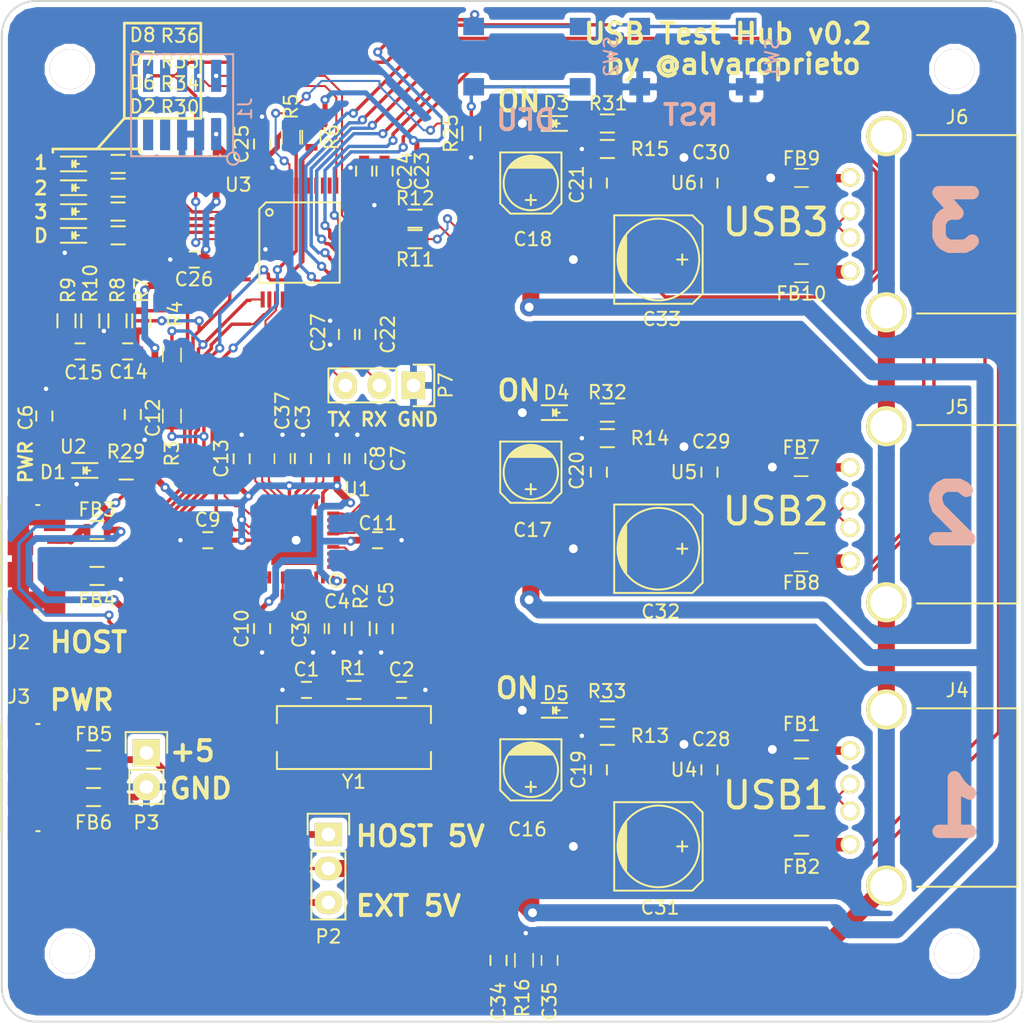
<source format=kicad_pcb>
(kicad_pcb (version 4) (host pcbnew 4.0.6-e0-6349~53~ubuntu16.04.1)
  (layers (0 F.Cu signal) (31 B.Cu signal) (34 B.Paste user) (35 F.Paste user) (36 B.SilkS user) (37 F.SilkS user) (38 B.Mask user) (39 F.Mask user) (44 Edge.Cuts user))
  (net 0 "")
  (net 1 "Net-(C1-Pad1)")
  (net 2 GND)
  (net 3 "Net-(C2-Pad1)")
  (net 4 "Net-(C3-Pad2)")
  (net 5 +3V3)
  (net 6 +5V)
  (net 7 /5V_OUT)
  (net 8 "Net-(D1-Pad2)")
  (net 9 "Net-(D2-Pad2)")
  (net 10 "Net-(D3-Pad2)")
  (net 11 "Net-(D4-Pad2)")
  (net 12 "Net-(D5-Pad2)")
  (net 13 "Net-(D6-Pad2)")
  (net 14 "Net-(D7-Pad2)")
  (net 15 "Net-(D8-Pad2)")
  (net 16 "Net-(FB1-Pad2)")
  (net 17 /5V_OUT1)
  (net 18 "Net-(FB2-Pad2)")
  (net 19 /5V_OUT2)
  (net 20 /5V_OUT3)
  (net 21 "Net-(FB6-Pad2)")
  (net 22 /5V_EXT)
  (net 23 "Net-(R2-Pad1)")
  (net 24 /CFG_SEL1)
  (net 25 /HUB_RST_N)
  (net 26 /SDA)
  (net 27 /SCL)
  (net 28 /VBUS_EXT_DET)
  (net 29 /VBUS_DET)
  (net 30 /5V_EN1)
  (net 31 /5V_EN2)
  (net 32 /5V_EN3)
  (net 33 /BOOT0)
  (net 34 /DBG_LED)
  (net 35 /LED2)
  (net 36 /LED1)
  (net 37 /nRST)
  (net 38 /PRTPWR2)
  (net 39 /OCS_N2)
  (net 40 /OCS_N1)
  (net 41 /PRTPWR1)
  (net 42 "Net-(U1-Pad11)")
  (net 43 /PRTPWR3)
  (net 44 /OCS_N3)
  (net 45 /SUSP_IND)
  (net 46 "Net-(U2-Pad4)")
  (net 47 /5V_FLG1)
  (net 48 /5V_FLG2)
  (net 49 /5V_FLG3)
  (net 50 "Net-(U3-Pad6)")
  (net 51 "Net-(U3-Pad45)")
  (net 52 "Net-(U3-Pad46)")
  (net 53 "Net-(J1-Pad7)")
  (net 54 "Net-(J1-Pad9)")
  (net 55 /SWDIO)
  (net 56 /SWCLK)
  (net 57 "Net-(J1-Pad6)")
  (net 58 "Net-(J1-Pad8)")
  (net 59 /USART3_RX)
  (net 60 /USART3_TX)
  (net 61 "Net-(U1-Pad20)")
  (net 62 "Net-(U3-Pad38)")
  (net 63 /USB_UP_P)
  (net 64 /USB_UP_N)
  (net 65 /USB1_P)
  (net 66 /USB1_N)
  (net 67 /USB2_P)
  (net 68 /USB2_N)
  (net 69 /USB3_P)
  (net 70 /USB3_N)
  (net 71 /USB4_N)
  (net 72 /USB4_P)
  (net 73 "Net-(U3-Pad41)")
  (net 74 GNDPWR)
  (net 75 /ST_USB_N)
  (net 76 /ST_USB_P)
  (net 77 "Net-(FB3-Pad1)")
  (net 78 "Net-(FB4-Pad1)")
  (net 79 "Net-(FB7-Pad2)")
  (net 80 "Net-(FB8-Pad2)")
  (net 81 "Net-(FB9-Pad2)")
  (net 82 "Net-(FB10-Pad2)")
  (net 83 "Net-(J2-Pad4)")
  (net 84 "Net-(J3-Pad3)")
  (net 85 "Net-(J3-Pad2)")
  (net 86 "Net-(J3-Pad4)")
  (net 87 /LED3)
  (net 88 "Net-(C36-Pad2)")
  (net 89 "Net-(FB5-Pad1)")
  (net 90 "Net-(U3-Pad39)")
  (net 91 "Net-(U3-Pad40)")
  (net 92 "Net-(U3-Pad31)")
  (module footprints:292303-1 (layer F.Cu) (at 139.53 118.271 90)
    (fp_text reference J6 (at 8 8 360) (layer F.SilkS))
    (fp_text value USB_A hide)
    (pad 3 thru_hole circle (at 1 0 90) (size 1.4 1.4) (drill 1) (layers *.Cu *.Mask F.SilkS) (net 69 /USB3_P))
    (pad 2 thru_hole circle (at -1 0 90) (size 1.4 1.4) (drill 1) (layers *.Cu *.Mask F.SilkS) (net 70 /USB3_N))
    (pad 4 thru_hole circle (at 3.5 0 90) (size 1.4 1.4) (drill 1) (layers *.Cu *.Mask F.SilkS) (net 81 "Net-(FB9-Pad2)"))
    (pad 1 thru_hole circle (at -3.5 0 90) (size 1.4 1.4) (drill 1) (layers *.Cu *.Mask F.SilkS) (net 82 "Net-(FB10-Pad2)"))
    (pad 5 thru_hole circle (at 6.57 2.71 90) (size 3 3) (drill 2.4) (layers *.Cu *.Mask F.SilkS) (net 74 GNDPWR))
    (pad 5 thru_hole circle (at -6.57 2.71 90) (size 3 3) (drill 2.4) (layers *.Cu *.Mask F.SilkS) (net 74 GNDPWR))
  )
  (module Capacitors_SMD:C_0603 (layer F.Cu) (at 95.631 148.463 90)
    (fp_text reference C10 (at 0 -1.524 90) (layer F.SilkS))
    (fp_text value 0.1uF)
    (pad 1 smd rect (at -0.75 0 90) (size 0.8 0.75) (layers F.Cu F.Paste F.Mask) (net 2 GND))
    (pad 2 smd rect (at 0.75 0 90) (size 0.8 0.75) (layers F.Cu F.Paste F.Mask) (net 5 +3V3))
  )
  (module Capacitors_SMD:C_0603 (layer F.Cu) (at 104.775 148.463 90)
    (fp_text reference C5 (at 2.54 0.127 90) (layer F.SilkS))
    (fp_text value 0.1uF)
    (pad 1 smd rect (at -0.75 0 90) (size 0.8 0.75) (layers F.Cu F.Paste F.Mask) (net 2 GND))
    (pad 2 smd rect (at 0.75 0 90) (size 0.8 0.75) (layers F.Cu F.Paste F.Mask) (net 5 +3V3))
  )
  (module footprints:SQFN36 (layer F.Cu) (at 98.171 141.859 180)
    (fp_text reference U1 (at -4.572 3.81 180) (layer F.SilkS))
    (fp_text value USB2514B hide)
    (pad 14 smd rect (at 0 2.775 180) (size 0.28 0.9) (layers F.Cu F.Paste F.Mask) (net 4 "Net-(C3-Pad2)"))
    (pad 15 smd rect (at 0.5 2.775 180) (size 0.28 0.9) (layers F.Cu F.Paste F.Mask) (net 5 +3V3))
    (pad 16 smd rect (at 1 2.775 180) (size 0.28 0.9) (layers F.Cu F.Paste F.Mask) (net 38 /PRTPWR2))
    (pad 17 smd rect (at 1.5 2.775 180) (size 0.28 0.9) (layers F.Cu F.Paste F.Mask) (net 39 /OCS_N2))
    (pad 13 smd rect (at -0.5 2.775 180) (size 0.28 0.9) (layers F.Cu F.Paste F.Mask) (net 40 /OCS_N1))
    (pad 12 smd rect (at -1 2.775 180) (size 0.28 0.9) (layers F.Cu F.Paste F.Mask) (net 41 /PRTPWR1))
    (pad 11 smd rect (at -1.5 2.775 180) (size 0.28 0.9) (layers F.Cu F.Paste F.Mask) (net 42 "Net-(U1-Pad11)"))
    (pad 10 smd rect (at -2 2.775 180) (size 0.28 0.9) (layers F.Cu F.Paste F.Mask) (net 5 +3V3))
    (pad 18 smd rect (at 2 2.775 180) (size 0.28 0.9) (layers F.Cu F.Paste F.Mask) (net 43 /PRTPWR3))
    (pad 37 smd rect (at 0 0 180) (size 3.7 3.7) (layers F.Cu F.Paste F.Mask) (net 2 GND))
    (pad 23 smd rect (at 2.775 0 270) (size 0.28 0.9) (layers F.Cu F.Paste F.Mask) (net 5 +3V3))
    (pad 22 smd rect (at 2.775 0.5 270) (size 0.28 0.9) (layers F.Cu F.Paste F.Mask) (net 26 /SDA))
    (pad 21 smd rect (at 2.775 1 270) (size 0.28 0.9) (layers F.Cu F.Paste F.Mask) (net 5 +3V3))
    (pad 20 smd rect (at 2.775 1.5 270) (size 0.28 0.9) (layers F.Cu F.Paste F.Mask) (net 61 "Net-(U1-Pad20)"))
    (pad 19 smd rect (at 2.775 2 270) (size 0.28 0.9) (layers F.Cu F.Paste F.Mask) (net 44 /OCS_N3))
    (pad 24 smd rect (at 2.775 -0.5 270) (size 0.28 0.9) (layers F.Cu F.Paste F.Mask) (net 27 /SCL))
    (pad 25 smd rect (at 2.775 -1 270) (size 0.28 0.9) (layers F.Cu F.Paste F.Mask) (net 24 /CFG_SEL1))
    (pad 26 smd rect (at 2.775 -1.5 270) (size 0.28 0.9) (layers F.Cu F.Paste F.Mask) (net 25 /HUB_RST_N))
    (pad 27 smd rect (at 2.775 -2 270) (size 0.28 0.9) (layers F.Cu F.Paste F.Mask) (net 29 /VBUS_DET))
    (pad 32 smd rect (at 0 -2.775 180) (size 0.28 0.9) (layers F.Cu F.Paste F.Mask) (net 1 "Net-(C1-Pad1)"))
    (pad 31 smd rect (at 0.5 -2.775 180) (size 0.28 0.9) (layers F.Cu F.Paste F.Mask) (net 63 /USB_UP_P))
    (pad 30 smd rect (at 1 -2.775 180) (size 0.28 0.9) (layers F.Cu F.Paste F.Mask) (net 64 /USB_UP_N))
    (pad 29 smd rect (at 1.5 -2.775 180) (size 0.28 0.9) (layers F.Cu F.Paste F.Mask) (net 5 +3V3))
    (pad 28 smd rect (at 2 -2.775 180) (size 0.28 0.9) (layers F.Cu F.Paste F.Mask) (net 45 /SUSP_IND))
    (pad 33 smd rect (at -0.5 -2.775 180) (size 0.28 0.9) (layers F.Cu F.Paste F.Mask) (net 3 "Net-(C2-Pad1)"))
    (pad 34 smd rect (at -1 -2.775 180) (size 0.28 0.9) (layers F.Cu F.Paste F.Mask) (net 88 "Net-(C36-Pad2)"))
    (pad 35 smd rect (at -1.5 -2.775 180) (size 0.28 0.9) (layers F.Cu F.Paste F.Mask) (net 23 "Net-(R2-Pad1)"))
    (pad 36 smd rect (at -2 -2.775 180) (size 0.28 0.9) (layers F.Cu F.Paste F.Mask) (net 5 +3V3))
    (pad 5 smd rect (at -2.775 0 270) (size 0.28 0.9) (layers F.Cu F.Paste F.Mask) (net 5 +3V3))
    (pad 4 smd rect (at -2.775 -0.5 270) (size 0.28 0.9) (layers F.Cu F.Paste F.Mask) (net 67 /USB2_P))
    (pad 3 smd rect (at -2.775 -1 270) (size 0.28 0.9) (layers F.Cu F.Paste F.Mask) (net 68 /USB2_N))
    (pad 2 smd rect (at -2.775 -1.5 270) (size 0.28 0.9) (layers F.Cu F.Paste F.Mask) (net 65 /USB1_P))
    (pad 1 smd rect (at -2.775 -2 270) (size 0.28 0.9) (layers F.Cu F.Paste F.Mask) (net 66 /USB1_N))
    (pad 6 smd rect (at -2.775 0.5 270) (size 0.28 0.9) (layers F.Cu F.Paste F.Mask) (net 70 /USB3_N))
    (pad 7 smd rect (at -2.775 1 270) (size 0.28 0.9) (layers F.Cu F.Paste F.Mask) (net 69 /USB3_P))
    (pad 8 smd rect (at -2.775 1.5 270) (size 0.28 0.9) (layers F.Cu F.Paste F.Mask) (net 71 /USB4_N))
    (pad 9 smd rect (at -2.775 2 270) (size 0.28 0.9) (layers F.Cu F.Paste F.Mask) (net 72 /USB4_P))
  )
  (module Capacitors_SMD:C_0603 (layer F.Cu) (at 91.579 141.859)
    (fp_text reference C9 (at -0.012 -1.524 180) (layer F.SilkS))
    (fp_text value 0.1uF)
    (pad 1 smd rect (at -0.75 0) (size 0.8 0.75) (layers F.Cu F.Paste F.Mask) (net 2 GND))
    (pad 2 smd rect (at 0.75 0) (size 0.8 0.75) (layers F.Cu F.Paste F.Mask) (net 5 +3V3))
  )
  (module Resistors_SMD:R_0603 (layer F.Cu) (at 102.489 153.035)
    (fp_text reference R1 (at -0.1016 -1.6256) (layer F.SilkS))
    (fp_text value 1M)
    (pad 1 smd rect (at -0.75 0) (size 0.5 0.9) (layers F.Cu F.Paste F.Mask) (net 1 "Net-(C1-Pad1)"))
    (pad 2 smd rect (at 0.75 0) (size 0.5 0.9) (layers F.Cu F.Paste F.Mask) (net 3 "Net-(C2-Pad1)"))
  )
  (module footprints:HCM49 (layer F.Cu) (at 102.489 156.591)
    (fp_text reference Y1 (at 0 3.302) (layer F.SilkS))
    (fp_text value 24MHz hide)
    (pad 2 smd rect (at 4.25 0) (size 5.5 1.5) (layers F.Cu F.Paste F.Mask) (net 3 "Net-(C2-Pad1)"))
    (pad 1 smd rect (at -4.25 0) (size 5.5 1.5) (layers F.Cu F.Paste F.Mask) (net 1 "Net-(C1-Pad1)"))
  )
  (module Resistors_SMD:R_0603 (layer F.Cu) (at 102.997 148.463 270)
    (fp_text reference R2 (at -2.413 0 270) (layer F.SilkS))
    (fp_text value 12k)
    (pad 1 smd rect (at -0.75 0 270) (size 0.5 0.9) (layers F.Cu F.Paste F.Mask) (net 23 "Net-(R2-Pad1)"))
    (pad 2 smd rect (at 0.75 0 270) (size 0.5 0.9) (layers F.Cu F.Paste F.Mask) (net 2 GND))
  )
  (module Capacitors_SMD:C_0603 (layer F.Cu) (at 120.777 136.779 270)
    (fp_text reference C20 (at -0.127 1.651 270) (layer F.SilkS))
    (fp_text value 0.1uF)
    (pad 1 smd rect (at -0.75 0 270) (size 0.8 0.75) (layers F.Cu F.Paste F.Mask) (net 2 GND))
    (pad 2 smd rect (at 0.75 0 270) (size 0.8 0.75) (layers F.Cu F.Paste F.Mask) (net 7 /5V_OUT))
  )
  (module Capacitors_SMD:C_0603 (layer F.Cu) (at 104.255 141.859 180)
    (fp_text reference C11 (at -0.012 1.27 180) (layer F.SilkS))
    (fp_text value 0.1uF)
    (pad 1 smd rect (at -0.75 0 180) (size 0.8 0.75) (layers F.Cu F.Paste F.Mask) (net 2 GND))
    (pad 2 smd rect (at 0.75 0 180) (size 0.8 0.75) (layers F.Cu F.Paste F.Mask) (net 5 +3V3))
  )
  (module Capacitors_SMD:c_elec_6.3x5.7 (layer F.Cu) (at 125.222 142.494)
    (fp_text reference C32 (at 0.17018 4.699) (layer F.SilkS))
    (fp_text value 100uF)
    (pad 1 smd rect (at 2.75082 0) (size 3.59918 1.6002) (layers F.Cu F.Paste F.Mask) (net 19 /5V_OUT2))
    (pad 2 smd rect (at -2.75082 0) (size 3.59918 1.6002) (layers F.Cu F.Paste F.Mask) (net 2 GND))
  )
  (module Capacitors_SMD:c_elec_4x5.3 (layer F.Cu) (at 115.697 136.779 270)
    (fp_text reference C17 (at 4.318 -0.127 360) (layer F.SilkS))
    (fp_text value 10uF)
    (pad 1 smd rect (at 1.80086 0 270) (size 2.60096 1.6002) (layers F.Cu F.Paste F.Mask) (net 7 /5V_OUT))
    (pad 2 smd rect (at -1.80086 0 270) (size 2.60096 1.6002) (layers F.Cu F.Paste F.Mask) (net 2 GND))
  )
  (module footprints:SOT-25 (layer F.Cu) (at 123.952 136.779 270)
    (fp_text reference U5 (at 0 -3.175 360) (layer F.SilkS))
    (fp_text value AP2171 hide)
    (pad 5 smd rect (at 0.95 1.2 270) (size 0.55 0.8) (layers F.Cu F.Paste F.Mask) (net 7 /5V_OUT))
    (pad 2 smd rect (at 0 -1.2 270) (size 0.55 0.8) (layers F.Cu F.Paste F.Mask) (net 2 GND))
    (pad 4 smd rect (at -0.95 1.2 270) (size 0.55 0.8) (layers F.Cu F.Paste F.Mask) (net 31 /5V_EN2))
    (pad 3 smd rect (at -0.95 -1.2 270) (size 0.55 0.8) (layers F.Cu F.Paste F.Mask) (net 48 /5V_FLG2))
    (pad 1 smd rect (at 0.95 -1.2 270) (size 0.55 0.8) (layers F.Cu F.Paste F.Mask) (net 19 /5V_OUT2))
  )
  (module Resistors_SMD:R_0603 (layer F.Cu) (at 121.412 134.239 180)
    (fp_text reference R14 (at -3.175 0 180) (layer F.SilkS))
    (fp_text value 10k)
    (pad 1 smd rect (at -0.75 0 180) (size 0.5 0.9) (layers F.Cu F.Paste F.Mask) (net 31 /5V_EN2))
    (pad 2 smd rect (at 0.75 0 180) (size 0.5 0.9) (layers F.Cu F.Paste F.Mask) (net 2 GND))
  )
  (module Capacitors_SMD:C_0603 (layer F.Cu) (at 101.219 148.463 90)
    (fp_text reference C4 (at 2.032 0 180) (layer F.SilkS))
    (fp_text value 0.1uF)
    (pad 1 smd rect (at -0.75 0 90) (size 0.8 0.75) (layers F.Cu F.Paste F.Mask) (net 2 GND))
    (pad 2 smd rect (at 0.75 0 90) (size 0.8 0.75) (layers F.Cu F.Paste F.Mask) (net 88 "Net-(C36-Pad2)"))
  )
  (module footprints:SOT-25 (layer F.Cu) (at 123.952 159.004 270)
    (fp_text reference U4 (at 0 -3.175 540) (layer F.SilkS))
    (fp_text value AP2171 hide)
    (pad 5 smd rect (at 0.95 1.2 270) (size 0.55 0.8) (layers F.Cu F.Paste F.Mask) (net 7 /5V_OUT))
    (pad 2 smd rect (at 0 -1.2 270) (size 0.55 0.8) (layers F.Cu F.Paste F.Mask) (net 2 GND))
    (pad 4 smd rect (at -0.95 1.2 270) (size 0.55 0.8) (layers F.Cu F.Paste F.Mask) (net 30 /5V_EN1))
    (pad 3 smd rect (at -0.95 -1.2 270) (size 0.55 0.8) (layers F.Cu F.Paste F.Mask) (net 47 /5V_FLG1))
    (pad 1 smd rect (at 0.95 -1.2 270) (size 0.55 0.8) (layers F.Cu F.Paste F.Mask) (net 17 /5V_OUT1))
  )
  (module LEDs:LED_0603 (layer F.Cu) (at 117.602 154.559)
    (fp_text reference D5 (at -0.0381 -1.27) (layer F.SilkS))
    (fp_text value 5V_EN1)
    (pad 2 smd rect (at 0.7493 0 180) (size 0.79756 0.79756) (layers F.Cu F.Paste F.Mask) (net 12 "Net-(D5-Pad2)"))
    (pad 1 smd rect (at -0.7493 0 180) (size 0.79756 0.79756) (layers F.Cu F.Paste F.Mask) (net 2 GND))
  )
  (module Capacitors_SMD:c_elec_4x5.3 (layer F.Cu) (at 115.697 159.004 270)
    (fp_text reference C16 (at 4.445 0.254 360) (layer F.SilkS))
    (fp_text value 10uF)
    (pad 1 smd rect (at 1.80086 0 270) (size 2.60096 1.6002) (layers F.Cu F.Paste F.Mask) (net 7 /5V_OUT))
    (pad 2 smd rect (at -1.80086 0 270) (size 2.60096 1.6002) (layers F.Cu F.Paste F.Mask) (net 2 GND))
  )
  (module Resistors_SMD:R_0603 (layer F.Cu) (at 121.412 154.559)
    (fp_text reference R33 (at -0.0254 -1.4224) (layer F.SilkS))
    (fp_text value 680)
    (pad 1 smd rect (at -0.75 0) (size 0.5 0.9) (layers F.Cu F.Paste F.Mask) (net 12 "Net-(D5-Pad2)"))
    (pad 2 smd rect (at 0.75 0) (size 0.5 0.9) (layers F.Cu F.Paste F.Mask) (net 30 /5V_EN1))
  )
  (module Resistors_SMD:R_0603 (layer F.Cu) (at 121.412 156.464 180)
    (fp_text reference R13 (at -3.175 0 180) (layer F.SilkS))
    (fp_text value 10k)
    (pad 1 smd rect (at -0.75 0 180) (size 0.5 0.9) (layers F.Cu F.Paste F.Mask) (net 30 /5V_EN1))
    (pad 2 smd rect (at 0.75 0 180) (size 0.5 0.9) (layers F.Cu F.Paste F.Mask) (net 2 GND))
  )
  (module Capacitors_SMD:C_0603 (layer F.Cu) (at 120.777 159.004 270)
    (fp_text reference C19 (at -0.012 1.524 450) (layer F.SilkS))
    (fp_text value 0.1uF)
    (pad 1 smd rect (at -0.75 0 270) (size 0.8 0.75) (layers F.Cu F.Paste F.Mask) (net 2 GND))
    (pad 2 smd rect (at 0.75 0 270) (size 0.8 0.75) (layers F.Cu F.Paste F.Mask) (net 7 /5V_OUT))
  )
  (module footprints:PTS645SM43SMTR92 (layer B.Cu) (at 115.405 105.755 180)
    (fp_text reference SW2 (at -6.2738 0.0127 450) (layer B.SilkS) (effects (justify mirror)))
    (fp_text value BOOT)
    (pad 1 smd rect (at -3.975 2.25 180) (size 1.55 1.3) (layers B.Cu B.Paste B.Mask) (net 5 +3V3))
    (pad 1 smd rect (at 3.975 2.25 180) (size 1.55 1.3) (layers B.Cu B.Paste B.Mask) (net 5 +3V3))
    (pad 2 smd rect (at -3.975 -2.25 180) (size 1.55 1.3) (layers B.Cu B.Paste B.Mask) (net 33 /BOOT0))
    (pad 2 smd rect (at 3.975 -2.25 180) (size 1.55 1.3) (layers B.Cu B.Paste B.Mask) (net 33 /BOOT0))
  )
  (module Resistors_SMD:R_0603 (layer F.Cu) (at 111.252 111.494 270)
    (fp_text reference R25 (at 0 1.524 270) (layer F.SilkS))
    (fp_text value 10k)
    (pad 1 smd rect (at -0.75 0 270) (size 0.5 0.9) (layers F.Cu F.Paste F.Mask) (net 33 /BOOT0))
    (pad 2 smd rect (at 0.75 0 270) (size 0.5 0.9) (layers F.Cu F.Paste F.Mask) (net 2 GND))
  )
  (module Pin_Headers:Pin_Header_Straight_1x03 (layer F.Cu) (at 100.584 163.83)
    (fp_text reference P2 (at 0 7.62) (layer F.SilkS))
    (fp_text value 5V_SEL)
    (pad 1 thru_hole rect (at 0 0) (size 2.032 1.7272) (drill 1.016) (layers *.Cu *.Mask F.SilkS) (net 6 +5V))
    (pad 2 thru_hole oval (at 0 2.54) (size 2.032 1.7272) (drill 1.016) (layers *.Cu *.Mask F.SilkS) (net 7 /5V_OUT))
    (pad 3 thru_hole oval (at 0 5.08) (size 2.032 1.7272) (drill 1.016) (layers *.Cu *.Mask F.SilkS) (net 22 /5V_EXT))
  )
  (module footprints:PTS645SM43SMTR92 (layer B.Cu) (at 127.8 105.755)
    (fp_text reference SW1 (at 5.9182 0.0762 270) (layer B.SilkS) (effects (justify mirror)))
    (fp_text value RST)
    (pad 1 smd rect (at -3.975 2.25) (size 1.55 1.3) (layers B.Cu B.Paste B.Mask) (net 2 GND))
    (pad 1 smd rect (at 3.975 2.25) (size 1.55 1.3) (layers B.Cu B.Paste B.Mask) (net 2 GND))
    (pad 2 smd rect (at -3.975 -2.25) (size 1.55 1.3) (layers B.Cu B.Paste B.Mask) (net 37 /nRST))
    (pad 2 smd rect (at 3.975 -2.25) (size 1.55 1.3) (layers B.Cu B.Paste B.Mask) (net 37 /nRST))
  )
  (module Capacitors_SMD:C_0603 (layer F.Cu) (at 113.284 173.228 270)
    (fp_text reference C34 (at 3.06 0 450) (layer F.SilkS))
    (fp_text value 0.1uF)
    (pad 1 smd rect (at -0.75 0 270) (size 0.8 0.75) (layers F.Cu F.Paste F.Mask) (net 2 GND))
    (pad 2 smd rect (at 0.75 0 270) (size 0.8 0.75) (layers F.Cu F.Paste F.Mask) (net 74 GNDPWR))
  )
  (module Capacitors_SMD:C_0603 (layer F.Cu) (at 98.945 153.035 180)
    (fp_text reference C1 (at 0 1.524 180) (layer F.SilkS))
    (fp_text value 18pf)
    (pad 1 smd rect (at -0.75 0 180) (size 0.8 0.75) (layers F.Cu F.Paste F.Mask) (net 1 "Net-(C1-Pad1)"))
    (pad 2 smd rect (at 0.75 0 180) (size 0.8 0.75) (layers F.Cu F.Paste F.Mask) (net 2 GND))
  )
  (module Capacitors_SMD:C_0603 (layer F.Cu) (at 106.045 153.035)
    (fp_text reference C2 (at 0 -1.524) (layer F.SilkS))
    (fp_text value 18pf)
    (pad 1 smd rect (at -0.75 0) (size 0.8 0.75) (layers F.Cu F.Paste F.Mask) (net 3 "Net-(C2-Pad1)"))
    (pad 2 smd rect (at 0.75 0) (size 0.8 0.75) (layers F.Cu F.Paste F.Mask) (net 2 GND))
  )
  (module Capacitors_SMD:C_0603 (layer F.Cu) (at 101.969 126.492 90)
    (fp_text reference C27 (at 0.127 -2.147 90) (layer F.SilkS))
    (fp_text value 0.1uF)
    (pad 1 smd rect (at -0.75 0 90) (size 0.8 0.75) (layers F.Cu F.Paste F.Mask) (net 2 GND))
    (pad 2 smd rect (at 0.75 0 90) (size 0.8 0.75) (layers F.Cu F.Paste F.Mask) (net 5 +3V3))
  )
  (module Capacitors_SMD:C_0603 (layer F.Cu) (at 103.505 126.492 90)
    (fp_text reference C22 (at 0 1.524 90) (layer F.SilkS))
    (fp_text value 0.01uF)
    (pad 1 smd rect (at -0.75 0 90) (size 0.8 0.75) (layers F.Cu F.Paste F.Mask) (net 2 GND))
    (pad 2 smd rect (at 0.75 0 90) (size 0.8 0.75) (layers F.Cu F.Paste F.Mask) (net 5 +3V3))
  )
  (module Resistors_SMD:R_0603 (layer F.Cu) (at 107.049 117.856)
    (fp_text reference R12 (at 0.012 -1.524) (layer F.SilkS))
    (fp_text value 22)
    (pad 1 smd rect (at -0.75 0) (size 0.5 0.9) (layers F.Cu F.Paste F.Mask) (net 76 /ST_USB_P))
    (pad 2 smd rect (at 0.75 0) (size 0.5 0.9) (layers F.Cu F.Paste F.Mask) (net 72 /USB4_P))
  )
  (module Pin_Headers:Pin_Header_Straight_1x03 (layer F.Cu) (at 106.934 130.302 270)
    (fp_text reference P7 (at 0 -2.413 270) (layer F.SilkS))
    (fp_text value UART)
    (pad 1 thru_hole rect (at 0 0 270) (size 2.032 1.7272) (drill 1.016) (layers *.Cu *.Mask F.SilkS) (net 2 GND))
    (pad 2 thru_hole oval (at 0 2.54 270) (size 2.032 1.7272) (drill 1.016) (layers *.Cu *.Mask F.SilkS) (net 59 /USART3_RX))
    (pad 3 thru_hole oval (at 0 5.08 270) (size 2.032 1.7272) (drill 1.016) (layers *.Cu *.Mask F.SilkS) (net 60 /USART3_TX))
  )
  (module footprints:ARM_SWD_SMD (layer B.Cu) (at 89.662 109.379 180)
    (fp_text reference J1 (at -4.699 -0.2728 450) (layer B.SilkS) (effects (justify mirror)))
    (fp_text value ARM-SWD)
    (pad 1 smd rect (at -2.54 -2.159 180) (size 0.76 2.4) (layers B.Cu B.Paste B.Mask) (net 5 +3V3))
    (pad 3 smd rect (at -1.27 -2.159 180) (size 0.76 2.4) (layers B.Cu B.Paste B.Mask) (net 2 GND))
    (pad 5 smd rect (at 0 -2.159 180) (size 0.76 2.4) (layers B.Cu B.Paste B.Mask) (net 2 GND))
    (pad 7 smd rect (at 1.27 -2.159 180) (size 0.76 2.4) (layers B.Cu B.Paste B.Mask) (net 53 "Net-(J1-Pad7)"))
    (pad 9 smd rect (at 2.54 -2.159 180) (size 0.76 2.4) (layers B.Cu B.Paste B.Mask) (net 54 "Net-(J1-Pad9)"))
    (pad 2 smd rect (at -2.54 2.191 180) (size 0.76 2.4) (layers B.Cu B.Paste B.Mask) (net 55 /SWDIO))
    (pad 4 smd rect (at -1.27 2.191 180) (size 0.76 2.4) (layers B.Cu B.Paste B.Mask) (net 56 /SWCLK))
    (pad 6 smd rect (at 0 2.191 180) (size 0.76 2.4) (layers B.Cu B.Paste B.Mask) (net 57 "Net-(J1-Pad6)"))
    (pad 8 smd rect (at 1.27 2.191 180) (size 0.76 2.4) (layers B.Cu B.Paste B.Mask) (net 58 "Net-(J1-Pad8)"))
    (pad 10 smd rect (at 2.54 2.191 180) (size 0.76 2.4) (layers B.Cu B.Paste B.Mask) (net 37 /nRST))
  )
  (module Capacitors_SMD:C_0603 (layer F.Cu) (at 104.775 114.3 270)
    (fp_text reference C23 (at 0 -2.794 450) (layer F.SilkS))
    (fp_text value 0.1uF)
    (pad 1 smd rect (at -0.75 0 270) (size 0.8 0.75) (layers F.Cu F.Paste F.Mask) (net 2 GND))
    (pad 2 smd rect (at 0.75 0 270) (size 0.8 0.75) (layers F.Cu F.Paste F.Mask) (net 5 +3V3))
  )
  (module Capacitors_SMD:C_0603 (layer F.Cu) (at 103.251 114.3 270)
    (fp_text reference C24 (at 0 -3.048 450) (layer F.SilkS))
    (fp_text value 4.7uF)
    (pad 1 smd rect (at -0.75 0 270) (size 0.8 0.75) (layers F.Cu F.Paste F.Mask) (net 2 GND))
    (pad 2 smd rect (at 0.75 0 270) (size 0.8 0.75) (layers F.Cu F.Paste F.Mask) (net 5 +3V3))
  )
  (module Resistors_SMD:R_0603 (layer F.Cu) (at 107.049 119.38)
    (fp_text reference R11 (at 0.012 1.524 180) (layer F.SilkS))
    (fp_text value 22)
    (pad 1 smd rect (at -0.75 0) (size 0.5 0.9) (layers F.Cu F.Paste F.Mask) (net 75 /ST_USB_N))
    (pad 2 smd rect (at 0.75 0) (size 0.5 0.9) (layers F.Cu F.Paste F.Mask) (net 71 /USB4_N))
  )
  (module Capacitors_SMD:C_0603 (layer F.Cu) (at 98.679 135.763 270)
    (fp_text reference C3 (at -3.048 0 270) (layer F.SilkS))
    (fp_text value 0.1uF)
    (pad 1 smd rect (at -0.75 0 270) (size 0.8 0.75) (layers F.Cu F.Paste F.Mask) (net 2 GND))
    (pad 2 smd rect (at 0.75 0 270) (size 0.8 0.75) (layers F.Cu F.Paste F.Mask) (net 4 "Net-(C3-Pad2)"))
  )
  (module Capacitors_SMD:C_0603 (layer F.Cu) (at 101.219 135.763 270)
    (fp_text reference C8 (at 0 -3.048 450) (layer F.SilkS))
    (fp_text value 4.7uF)
    (pad 1 smd rect (at -0.75 0 270) (size 0.8 0.75) (layers F.Cu F.Paste F.Mask) (net 2 GND))
    (pad 2 smd rect (at 0.75 0 270) (size 0.8 0.75) (layers F.Cu F.Paste F.Mask) (net 5 +3V3))
  )
  (module Capacitors_SMD:C_0603 (layer F.Cu) (at 102.743 135.763 270)
    (fp_text reference C7 (at 0 -3.048 450) (layer F.SilkS))
    (fp_text value 0.1uF)
    (pad 1 smd rect (at -0.75 0 270) (size 0.8 0.75) (layers F.Cu F.Paste F.Mask) (net 2 GND))
    (pad 2 smd rect (at 0.75 0 270) (size 0.8 0.75) (layers F.Cu F.Paste F.Mask) (net 5 +3V3))
  )
  (module Capacitors_SMD:C_0603 (layer F.Cu) (at 94.107 135.775 270)
    (fp_text reference C13 (at -0.012 1.524 270) (layer F.SilkS))
    (fp_text value 0.1uF)
    (pad 1 smd rect (at -0.75 0 270) (size 0.8 0.75) (layers F.Cu F.Paste F.Mask) (net 2 GND))
    (pad 2 smd rect (at 0.75 0 270) (size 0.8 0.75) (layers F.Cu F.Paste F.Mask) (net 5 +3V3))
  )
  (module Resistors_SMD:R_0603 (layer F.Cu) (at 121.412 110.744)
    (fp_text reference R31 (at 0.0508 -1.4986) (layer F.SilkS))
    (fp_text value 680)
    (pad 1 smd rect (at -0.75 0) (size 0.5 0.9) (layers F.Cu F.Paste F.Mask) (net 10 "Net-(D3-Pad2)"))
    (pad 2 smd rect (at 0.75 0) (size 0.5 0.9) (layers F.Cu F.Paste F.Mask) (net 32 /5V_EN3))
  )
  (module Resistors_SMD:R_0603 (layer F.Cu) (at 121.412 112.649 180)
    (fp_text reference R15 (at -3.175 0 180) (layer F.SilkS))
    (fp_text value 10k)
    (pad 1 smd rect (at -0.75 0 180) (size 0.5 0.9) (layers F.Cu F.Paste F.Mask) (net 32 /5V_EN3))
    (pad 2 smd rect (at 0.75 0 180) (size 0.5 0.9) (layers F.Cu F.Paste F.Mask) (net 2 GND))
  )
  (module LEDs:LED_0603 (layer F.Cu) (at 117.602 110.744)
    (fp_text reference D3 (at 0 -1.5) (layer F.SilkS))
    (fp_text value 5V_EN3)
    (pad 2 smd rect (at 0.7493 0 180) (size 0.79756 0.79756) (layers F.Cu F.Paste F.Mask) (net 10 "Net-(D3-Pad2)"))
    (pad 1 smd rect (at -0.7493 0 180) (size 0.79756 0.79756) (layers F.Cu F.Paste F.Mask) (net 2 GND))
  )
  (module Capacitors_SMD:c_elec_4x5.3 (layer F.Cu) (at 115.697 115.189 270)
    (fp_text reference C18 (at 4.191 -0.14986 360) (layer F.SilkS))
    (fp_text value 10uF)
    (pad 1 smd rect (at 1.80086 0 270) (size 2.60096 1.6002) (layers F.Cu F.Paste F.Mask) (net 7 /5V_OUT))
    (pad 2 smd rect (at -1.80086 0 270) (size 2.60096 1.6002) (layers F.Cu F.Paste F.Mask) (net 2 GND))
  )
  (module Capacitors_SMD:C_0603 (layer F.Cu) (at 120.777 115.189 270)
    (fp_text reference C21 (at 0.115 1.651 270) (layer F.SilkS))
    (fp_text value 0.1uF)
    (pad 1 smd rect (at -0.75 0 270) (size 0.8 0.75) (layers F.Cu F.Paste F.Mask) (net 2 GND))
    (pad 2 smd rect (at 0.75 0 270) (size 0.8 0.75) (layers F.Cu F.Paste F.Mask) (net 7 /5V_OUT))
  )
  (module footprints:SOT-25 (layer F.Cu) (at 123.952 115.189 270)
    (fp_text reference U6 (at 0 -3.175 540) (layer F.SilkS))
    (fp_text value AP2171 hide)
    (pad 5 smd rect (at 0.95 1.2 270) (size 0.55 0.8) (layers F.Cu F.Paste F.Mask) (net 7 /5V_OUT))
    (pad 2 smd rect (at 0 -1.2 270) (size 0.55 0.8) (layers F.Cu F.Paste F.Mask) (net 2 GND))
    (pad 4 smd rect (at -0.95 1.2 270) (size 0.55 0.8) (layers F.Cu F.Paste F.Mask) (net 32 /5V_EN3))
    (pad 3 smd rect (at -0.95 -1.2 270) (size 0.55 0.8) (layers F.Cu F.Paste F.Mask) (net 49 /5V_FLG3))
    (pad 1 smd rect (at 0.95 -1.2 270) (size 0.55 0.8) (layers F.Cu F.Paste F.Mask) (net 20 /5V_OUT3))
  )
  (module Capacitors_SMD:C_0603 (layer F.Cu) (at 129.032 115.189 270)
    (fp_text reference C30 (at -2.286 -0.127 360) (layer F.SilkS))
    (fp_text value 0.1uF)
    (pad 1 smd rect (at -0.75 0 270) (size 0.8 0.75) (layers F.Cu F.Paste F.Mask) (net 2 GND))
    (pad 2 smd rect (at 0.75 0 270) (size 0.8 0.75) (layers F.Cu F.Paste F.Mask) (net 20 /5V_OUT3))
  )
  (module Capacitors_SMD:c_elec_6.3x5.7 (layer F.Cu) (at 125.222 164.719)
    (fp_text reference C31 (at 0.127 4.572) (layer F.SilkS))
    (fp_text value 100uF)
    (pad 1 smd rect (at 2.75082 0) (size 3.59918 1.6002) (layers F.Cu F.Paste F.Mask) (net 17 /5V_OUT1))
    (pad 2 smd rect (at -2.75082 0) (size 3.59918 1.6002) (layers F.Cu F.Paste F.Mask) (net 2 GND))
  )
  (module Capacitors_SMD:C_0603 (layer F.Cu) (at 129.032 159.004 270)
    (fp_text reference C28 (at -2.286 -0.127 360) (layer F.SilkS))
    (fp_text value 0.1uF)
    (pad 1 smd rect (at -0.75 0 270) (size 0.8 0.75) (layers F.Cu F.Paste F.Mask) (net 2 GND))
    (pad 2 smd rect (at 0.75 0 270) (size 0.8 0.75) (layers F.Cu F.Paste F.Mask) (net 17 /5V_OUT1))
  )
  (module Resistors_SMD:R_0603 (layer F.Cu) (at 83.312 144.526)
    (fp_text reference FB4 (at 0 1.778) (layer F.SilkS))
    (fp_text value Ferrite_Bead)
    (pad 1 smd rect (at -0.75 0) (size 0.5 0.9) (layers F.Cu F.Paste F.Mask) (net 78 "Net-(FB4-Pad1)"))
    (pad 2 smd rect (at 0.75 0) (size 0.5 0.9) (layers F.Cu F.Paste F.Mask) (net 2 GND))
  )
  (module Resistors_SMD:R_0603 (layer F.Cu) (at 83.312 141.097)
    (fp_text reference FB3 (at 0 -1.524) (layer F.SilkS))
    (fp_text value Ferrite_Bead)
    (pad 1 smd rect (at -0.75 0) (size 0.5 0.9) (layers F.Cu F.Paste F.Mask) (net 77 "Net-(FB3-Pad1)"))
    (pad 2 smd rect (at 0.75 0) (size 0.5 0.9) (layers F.Cu F.Paste F.Mask) (net 6 +5V))
  )
  (module Resistors_SMD:R_0603 (layer F.Cu) (at 83.046 161.036 180)
    (fp_text reference FB6 (at 0 -1.9 180) (layer F.SilkS))
    (fp_text value Ferrite_Bead)
    (pad 1 smd rect (at -0.75 0 180) (size 0.5 0.9) (layers F.Cu F.Paste F.Mask) (net 2 GND))
    (pad 2 smd rect (at 0.75 0 180) (size 0.5 0.9) (layers F.Cu F.Paste F.Mask) (net 21 "Net-(FB6-Pad2)"))
  )
  (module Resistors_SMD:R_0603 (layer F.Cu) (at 83.058 158.242)
    (fp_text reference FB5 (at 0 -1.9) (layer F.SilkS))
    (fp_text value Ferrite_Bead)
    (pad 1 smd rect (at -0.75 0) (size 0.5 0.9) (layers F.Cu F.Paste F.Mask) (net 89 "Net-(FB5-Pad1)"))
    (pad 2 smd rect (at 0.75 0) (size 0.5 0.9) (layers F.Cu F.Paste F.Mask) (net 22 /5V_EXT))
  )
  (module Resistors_SMD:R_0603 (layer F.Cu) (at 121.412 132.334)
    (fp_text reference R32 (at 0 -1.524) (layer F.SilkS))
    (fp_text value 680)
    (pad 1 smd rect (at -0.75 0) (size 0.5 0.9) (layers F.Cu F.Paste F.Mask) (net 11 "Net-(D4-Pad2)"))
    (pad 2 smd rect (at 0.75 0) (size 0.5 0.9) (layers F.Cu F.Paste F.Mask) (net 31 /5V_EN2))
  )
  (module Capacitors_SMD:C_0603 (layer F.Cu) (at 129.032 136.779 270)
    (fp_text reference C29 (at -2.286 -0.127 360) (layer F.SilkS))
    (fp_text value 0.1uF)
    (pad 1 smd rect (at -0.75 0 270) (size 0.8 0.75) (layers F.Cu F.Paste F.Mask) (net 2 GND))
    (pad 2 smd rect (at 0.75 0 270) (size 0.8 0.75) (layers F.Cu F.Paste F.Mask) (net 19 /5V_OUT2))
  )
  (module Capacitors_SMD:c_elec_6.3x5.7 (layer F.Cu) (at 125.222 120.904)
    (fp_text reference C33 (at 0.254 4.445) (layer F.SilkS))
    (fp_text value 100uF)
    (pad 1 smd rect (at 2.75082 0) (size 3.59918 1.6002) (layers F.Cu F.Paste F.Mask) (net 20 /5V_OUT3))
    (pad 2 smd rect (at -2.75082 0) (size 3.59918 1.6002) (layers F.Cu F.Paste F.Mask) (net 2 GND))
  )
  (module LEDs:LED_0603 (layer F.Cu) (at 117.602 132.334)
    (fp_text reference D4 (at 0 -1.5) (layer F.SilkS))
    (fp_text value 5V_EN2)
    (pad 2 smd rect (at 0.7493 0 180) (size 0.79756 0.79756) (layers F.Cu F.Paste F.Mask) (net 11 "Net-(D4-Pad2)"))
    (pad 1 smd rect (at -0.7493 0 180) (size 0.79756 0.79756) (layers F.Cu F.Paste F.Mask) (net 2 GND))
  )
  (module Resistors_SMD:R_0603 (layer F.Cu) (at 135.902 164.592)
    (fp_text reference FB2 (at 0 1.651) (layer F.SilkS))
    (fp_text value Ferrite_Bead)
    (pad 1 smd rect (at -0.75 0) (size 0.5 0.9) (layers F.Cu F.Paste F.Mask) (net 17 /5V_OUT1))
    (pad 2 smd rect (at 0.75 0) (size 0.5 0.9) (layers F.Cu F.Paste F.Mask) (net 18 "Net-(FB2-Pad2)"))
  )
  (module Resistors_SMD:R_0603 (layer F.Cu) (at 135.902 157.48)
    (fp_text reference FB1 (at 0 -1.9) (layer F.SilkS))
    (fp_text value Ferrite_Bead)
    (pad 1 smd rect (at -0.75 0) (size 0.5 0.9) (layers F.Cu F.Paste F.Mask) (net 2 GND))
    (pad 2 smd rect (at 0.75 0) (size 0.5 0.9) (layers F.Cu F.Paste F.Mask) (net 16 "Net-(FB1-Pad2)"))
  )
  (module Mounting_Holes:MountingHole_3mm (layer F.Cu) (at 81.28 106.68)
    (fp_text reference REF** hide)
    (fp_text value MountingHole_3mm)
    (pad 1 thru_hole circle (at 0 0) (size 3 3) (drill 3) (layers))
  )
  (module Mounting_Holes:MountingHole_3mm (layer F.Cu) (at 81.28 172.72)
    (fp_text reference REF** hide)
    (fp_text value MountingHole_3mm)
    (pad 1 thru_hole circle (at 0 0) (size 3 3) (drill 3) (layers))
  )
  (module Mounting_Holes:MountingHole_3mm (layer F.Cu) (at 147.32 172.72)
    (fp_text reference REF** hide)
    (fp_text value MountingHole_3mm)
    (pad 1 thru_hole circle (at 0 0) (size 3 3) (drill 3) (layers))
  )
  (module Capacitors_SMD:C_0603 (layer F.Cu) (at 79.375 132.588 90)
    (fp_text reference C6 (at -0.115 -1.397 90) (layer F.SilkS))
    (fp_text value 1uF)
    (pad 1 smd rect (at -0.75 0 90) (size 0.8 0.75) (layers F.Cu F.Paste F.Mask) (net 6 +5V))
    (pad 2 smd rect (at 0.75 0 90) (size 0.8 0.75) (layers F.Cu F.Paste F.Mask) (net 2 GND))
  )
  (module Capacitors_SMD:C_0603 (layer F.Cu) (at 85.979 132.473 270)
    (fp_text reference C12 (at 0.249566 -1.506932 270) (layer F.SilkS))
    (fp_text value 1uF)
    (pad 1 smd rect (at -0.75 0 270) (size 0.8 0.75) (layers F.Cu F.Paste F.Mask) (net 5 +3V3))
    (pad 2 smd rect (at 0.75 0 270) (size 0.8 0.75) (layers F.Cu F.Paste F.Mask) (net 2 GND))
  )
  (module Capacitors_SMD:C_0603 (layer F.Cu) (at 85.598 127.762)
    (fp_text reference C14 (at 0.059254 1.524) (layer F.SilkS))
    (fp_text value 1uF)
    (pad 1 smd rect (at -0.75 0) (size 0.8 0.75) (layers F.Cu F.Paste F.Mask) (net 2 GND))
    (pad 2 smd rect (at 0.75 0) (size 0.8 0.75) (layers F.Cu F.Paste F.Mask) (net 7 /5V_OUT))
  )
  (module Capacitors_SMD:C_0603 (layer F.Cu) (at 82.042 127.762 180)
    (fp_text reference C15 (at -0.254 -1.578596 180) (layer F.SilkS))
    (fp_text value 1uF)
    (pad 1 smd rect (at -0.75 0 180) (size 0.8 0.75) (layers F.Cu F.Paste F.Mask) (net 2 GND))
    (pad 2 smd rect (at 0.75 0 180) (size 0.8 0.75) (layers F.Cu F.Paste F.Mask) (net 6 +5V))
  )
  (module Capacitors_SMD:C_0603 (layer F.Cu) (at 95.631 112.28 270)
    (fp_text reference C25 (at 0 1.524 450) (layer F.SilkS))
    (fp_text value 4.7uF)
    (pad 1 smd rect (at -0.75 0 270) (size 0.8 0.75) (layers F.Cu F.Paste F.Mask) (net 2 GND))
    (pad 2 smd rect (at 0.75 0 270) (size 0.8 0.75) (layers F.Cu F.Paste F.Mask) (net 5 +3V3))
  )
  (module Capacitors_SMD:C_0603 (layer F.Cu) (at 90.563 120.904)
    (fp_text reference C26 (at -0.012 1.4732) (layer F.SilkS))
    (fp_text value 1uF)
    (pad 1 smd rect (at -0.75 0) (size 0.8 0.75) (layers F.Cu F.Paste F.Mask) (net 2 GND))
    (pad 2 smd rect (at 0.75 0) (size 0.8 0.75) (layers F.Cu F.Paste F.Mask) (net 5 +3V3))
  )
  (module LEDs:LED_0603 (layer F.Cu) (at 82.55 136.652)
    (fp_text reference D1 (at -2.54 0.127) (layer F.SilkS))
    (fp_text value 3V)
    (pad 2 smd rect (at 0.7493 0 180) (size 0.79756 0.79756) (layers F.Cu F.Paste F.Mask) (net 8 "Net-(D1-Pad2)"))
    (pad 1 smd rect (at -0.7493 0 180) (size 0.79756 0.79756) (layers F.Cu F.Paste F.Mask) (net 2 GND))
  )
  (module LEDs:LED_0603 (layer F.Cu) (at 81.70856 119.09806)
    (fp_text reference D2 (at 5.0038 -9.6266) (layer F.SilkS))
    (fp_text value DBG)
    (pad 2 smd rect (at 0.7493 0 180) (size 0.79756 0.79756) (layers F.Cu F.Paste F.Mask) (net 9 "Net-(D2-Pad2)"))
    (pad 1 smd rect (at -0.7493 0 180) (size 0.79756 0.79756) (layers F.Cu F.Paste F.Mask) (net 2 GND))
  )
  (module LEDs:LED_0603 (layer F.Cu) (at 81.70856 117.32006)
    (fp_text reference D6 (at 5.0038 -9.6266) (layer F.SilkS))
    (fp_text value LED3)
    (pad 2 smd rect (at 0.7493 0 180) (size 0.79756 0.79756) (layers F.Cu F.Paste F.Mask) (net 13 "Net-(D6-Pad2)"))
    (pad 1 smd rect (at -0.7493 0 180) (size 0.79756 0.79756) (layers F.Cu F.Paste F.Mask) (net 2 GND))
  )
  (module LEDs:LED_0603 (layer F.Cu) (at 81.70856 115.54206)
    (fp_text reference D7 (at 5.0038 -9.6266 180) (layer F.SilkS))
    (fp_text value LED2)
    (pad 2 smd rect (at 0.7493 0 180) (size 0.79756 0.79756) (layers F.Cu F.Paste F.Mask) (net 14 "Net-(D7-Pad2)"))
    (pad 1 smd rect (at -0.7493 0 180) (size 0.79756 0.79756) (layers F.Cu F.Paste F.Mask) (net 2 GND))
  )
  (module LEDs:LED_0603 (layer F.Cu) (at 81.70856 113.76406)
    (fp_text reference D8 (at 5.0038 -9.6266) (layer F.SilkS))
    (fp_text value LED1)
    (pad 2 smd rect (at 0.7493 0 180) (size 0.79756 0.79756) (layers F.Cu F.Paste F.Mask) (net 15 "Net-(D8-Pad2)"))
    (pad 1 smd rect (at -0.7493 0 180) (size 0.79756 0.79756) (layers F.Cu F.Paste F.Mask) (net 2 GND))
  )
  (module Pin_Headers:Pin_Header_Straight_1x02 (layer F.Cu) (at 86.995 157.734)
    (fp_text reference P3 (at 0 5.207) (layer F.SilkS))
    (fp_text value 5V_EXT)
    (pad 1 thru_hole rect (at 0 0) (size 2.032 2.032) (drill 1.016) (layers *.Cu *.Mask F.SilkS) (net 22 /5V_EXT))
    (pad 2 thru_hole oval (at 0 2.54) (size 2.032 2.032) (drill 1.016) (layers *.Cu *.Mask F.SilkS) (net 2 GND))
  )
  (module Resistors_SMD:R_0603 (layer F.Cu) (at 86.614 125.476 90)
    (fp_text reference R7 (at 2.286 0 270) (layer F.SilkS))
    (fp_text value 100k)
    (pad 1 smd rect (at -0.75 0 90) (size 0.5 0.9) (layers F.Cu F.Paste F.Mask) (net 7 /5V_OUT))
    (pad 2 smd rect (at 0.75 0 90) (size 0.5 0.9) (layers F.Cu F.Paste F.Mask) (net 28 /VBUS_EXT_DET))
  )
  (module Resistors_SMD:R_0603 (layer F.Cu) (at 84.836 125.476 270)
    (fp_text reference R8 (at -2.286 0 450) (layer F.SilkS))
    (fp_text value 100k)
    (pad 1 smd rect (at -0.75 0 270) (size 0.5 0.9) (layers F.Cu F.Paste F.Mask) (net 28 /VBUS_EXT_DET))
    (pad 2 smd rect (at 0.75 0 270) (size 0.5 0.9) (layers F.Cu F.Paste F.Mask) (net 2 GND))
  )
  (module Resistors_SMD:R_0603 (layer F.Cu) (at 81.026 125.476 90)
    (fp_text reference R9 (at 2.286 0.127 270) (layer F.SilkS))
    (fp_text value 100k)
    (pad 1 smd rect (at -0.75 0 90) (size 0.5 0.9) (layers F.Cu F.Paste F.Mask) (net 6 +5V))
    (pad 2 smd rect (at 0.75 0 90) (size 0.5 0.9) (layers F.Cu F.Paste F.Mask) (net 29 /VBUS_DET))
  )
  (module Resistors_SMD:R_0603 (layer F.Cu) (at 82.804 125.476 270)
    (fp_text reference R10 (at -2.794 0 270) (layer F.SilkS))
    (fp_text value 100k)
    (pad 1 smd rect (at -0.75 0 270) (size 0.5 0.9) (layers F.Cu F.Paste F.Mask) (net 29 /VBUS_DET))
    (pad 2 smd rect (at 0.75 0 270) (size 0.5 0.9) (layers F.Cu F.Paste F.Mask) (net 2 GND))
  )
  (module Resistors_SMD:R_0603 (layer F.Cu) (at 85.483 136.652)
    (fp_text reference R29 (at -0.012 -1.397) (layer F.SilkS))
    (fp_text value 680)
    (pad 1 smd rect (at -0.75 0) (size 0.5 0.9) (layers F.Cu F.Paste F.Mask) (net 8 "Net-(D1-Pad2)"))
    (pad 2 smd rect (at 0.75 0) (size 0.5 0.9) (layers F.Cu F.Paste F.Mask) (net 5 +3V3))
  )
  (module Resistors_SMD:R_0603 (layer F.Cu) (at 84.88356 119.09806)
    (fp_text reference R30 (at 4.6228 -9.5631) (layer F.SilkS))
    (fp_text value 680)
    (pad 1 smd rect (at -0.75 0) (size 0.5 0.9) (layers F.Cu F.Paste F.Mask) (net 9 "Net-(D2-Pad2)"))
    (pad 2 smd rect (at 0.75 0) (size 0.5 0.9) (layers F.Cu F.Paste F.Mask) (net 34 /DBG_LED))
  )
  (module Resistors_SMD:R_0603 (layer F.Cu) (at 84.87156 117.32006)
    (fp_text reference R34 (at 4.6348 -9.5631) (layer F.SilkS))
    (fp_text value 680)
    (pad 1 smd rect (at -0.75 0) (size 0.5 0.9) (layers F.Cu F.Paste F.Mask) (net 13 "Net-(D6-Pad2)"))
    (pad 2 smd rect (at 0.75 0) (size 0.5 0.9) (layers F.Cu F.Paste F.Mask) (net 87 /LED3))
  )
  (module Resistors_SMD:R_0603 (layer F.Cu) (at 84.88356 115.54206)
    (fp_text reference R35 (at 4.6228 -9.4361) (layer F.SilkS))
    (fp_text value 680)
    (pad 1 smd rect (at -0.75 0) (size 0.5 0.9) (layers F.Cu F.Paste F.Mask) (net 14 "Net-(D7-Pad2)"))
    (pad 2 smd rect (at 0.75 0) (size 0.5 0.9) (layers F.Cu F.Paste F.Mask) (net 35 /LED2))
  )
  (module Resistors_SMD:R_0603 (layer F.Cu) (at 84.88356 113.76406)
    (fp_text reference R36 (at 4.6228 -9.5631) (layer F.SilkS))
    (fp_text value 680)
    (pad 1 smd rect (at -0.75 0) (size 0.5 0.9) (layers F.Cu F.Paste F.Mask) (net 15 "Net-(D8-Pad2)"))
    (pad 2 smd rect (at 0.75 0) (size 0.5 0.9) (layers F.Cu F.Paste F.Mask) (net 36 /LED1))
  )
  (module "footprints:SOT-23(M5)" (layer F.Cu) (at 82.595 132.461 90)
    (fp_text reference U2 (at -2.413 -1.061 360) (layer F.SilkS))
    (fp_text value MIC550X hide)
    (pad 5 smd rect (at 0.95 1.315 90) (size 0.66 1) (layers F.Cu F.Paste F.Mask) (net 5 +3V3))
    (pad 4 smd rect (at -0.95 1.315 90) (size 0.66 1) (layers F.Cu F.Paste F.Mask) (net 46 "Net-(U2-Pad4)"))
    (pad 3 smd rect (at -0.95 -1.315 90) (size 0.66 1) (layers F.Cu F.Paste F.Mask) (net 6 +5V))
    (pad 2 smd rect (at 0 -1.315 90) (size 0.66 1) (layers F.Cu F.Paste F.Mask) (net 2 GND))
    (pad 1 smd rect (at 0.95 -1.315 90) (size 0.66 1) (layers F.Cu F.Paste F.Mask) (net 6 +5V))
  )
  (module footprints:LQFP48 (layer F.Cu) (at 98.425 119.634 270)
    (fp_text reference U3 (at -4.318 4.572 360) (layer F.SilkS))
    (fp_text value stm32f072x hide)
    (pad 20 smd rect (at 4.25 -0.75 270) (size 1.2 0.3) (layers F.Cu F.Paste F.Mask) (net 41 /PRTPWR1))
    (pad 1 smd rect (at -2.75 4.25 270) (size 0.3 1.2) (layers F.Cu F.Paste F.Mask) (net 5 +3V3))
    (pad 2 smd rect (at -2.25 4.25 270) (size 0.3 1.2) (layers F.Cu F.Paste F.Mask) (net 36 /LED1))
    (pad 3 smd rect (at -1.75 4.25 270) (size 0.3 1.2) (layers F.Cu F.Paste F.Mask) (net 35 /LED2))
    (pad 4 smd rect (at -1.25 4.25 270) (size 0.3 1.2) (layers F.Cu F.Paste F.Mask) (net 87 /LED3))
    (pad 5 smd rect (at -0.75 4.25 270) (size 0.3 1.2) (layers F.Cu F.Paste F.Mask) (net 34 /DBG_LED))
    (pad 6 smd rect (at -0.25 4.25 270) (size 0.3 1.2) (layers F.Cu F.Paste F.Mask) (net 50 "Net-(U3-Pad6)"))
    (pad 7 smd rect (at 0.25 4.25 270) (size 0.3 1.2) (layers F.Cu F.Paste F.Mask) (net 37 /nRST))
    (pad 8 smd rect (at 0.75 4.25 270) (size 0.3 1.2) (layers F.Cu F.Paste F.Mask) (net 2 GND))
    (pad 9 smd rect (at 1.25 4.25 270) (size 0.3 1.2) (layers F.Cu F.Paste F.Mask) (net 5 +3V3))
    (pad 10 smd rect (at 1.75 4.25 270) (size 0.3 1.2) (layers F.Cu F.Paste F.Mask) (net 28 /VBUS_EXT_DET))
    (pad 11 smd rect (at 2.25 4.25 270) (size 0.3 1.2) (layers F.Cu F.Paste F.Mask) (net 45 /SUSP_IND))
    (pad 12 smd rect (at 2.75 4.25 270) (size 0.3 1.2) (layers F.Cu F.Paste F.Mask) (net 29 /VBUS_DET))
    (pad 13 smd rect (at 4.25 2.75 270) (size 1.2 0.3) (layers F.Cu F.Paste F.Mask) (net 25 /HUB_RST_N))
    (pad 14 smd rect (at 4.25 2.25 270) (size 1.2 0.3) (layers F.Cu F.Paste F.Mask) (net 24 /CFG_SEL1))
    (pad 15 smd rect (at 4.25 1.75 270) (size 1.2 0.3) (layers F.Cu F.Paste F.Mask) (net 44 /OCS_N3))
    (pad 16 smd rect (at 4.25 1.25 270) (size 1.2 0.3) (layers F.Cu F.Paste F.Mask) (net 43 /PRTPWR3))
    (pad 17 smd rect (at 4.25 0.75 270) (size 1.2 0.3) (layers F.Cu F.Paste F.Mask) (net 39 /OCS_N2))
    (pad 18 smd rect (at 4.25 0.25 270) (size 1.2 0.3) (layers F.Cu F.Paste F.Mask) (net 38 /PRTPWR2))
    (pad 19 smd rect (at 4.25 -0.25 270) (size 1.2 0.3) (layers F.Cu F.Paste F.Mask) (net 40 /OCS_N1))
    (pad 21 smd rect (at 4.25 -1.25 270) (size 1.2 0.3) (layers F.Cu F.Paste F.Mask) (net 60 /USART3_TX))
    (pad 22 smd rect (at 4.25 -1.75 270) (size 1.2 0.3) (layers F.Cu F.Paste F.Mask) (net 59 /USART3_RX))
    (pad 23 smd rect (at 4.25 -2.25 270) (size 1.2 0.3) (layers F.Cu F.Paste F.Mask) (net 2 GND))
    (pad 24 smd rect (at 4.25 -2.75 270) (size 1.2 0.3) (layers F.Cu F.Paste F.Mask) (net 5 +3V3))
    (pad 25 smd rect (at 2.75 -4.25 270) (size 0.3 1.2) (layers F.Cu F.Paste F.Mask) (net 30 /5V_EN1))
    (pad 26 smd rect (at 2.25 -4.25 270) (size 0.3 1.2) (layers F.Cu F.Paste F.Mask) (net 47 /5V_FLG1))
    (pad 27 smd rect (at 1.75 -4.25 270) (size 0.3 1.2) (layers F.Cu F.Paste F.Mask) (net 31 /5V_EN2))
    (pad 28 smd rect (at 1.25 -4.25 270) (size 0.3 1.2) (layers F.Cu F.Paste F.Mask) (net 48 /5V_FLG2))
    (pad 29 smd rect (at 0.75 -4.25 270) (size 0.3 1.2) (layers F.Cu F.Paste F.Mask) (net 32 /5V_EN3))
    (pad 30 smd rect (at 0.25 -4.25 270) (size 0.3 1.2) (layers F.Cu F.Paste F.Mask) (net 49 /5V_FLG3))
    (pad 31 smd rect (at -0.25 -4.25 270) (size 0.3 1.2) (layers F.Cu F.Paste F.Mask) (net 92 "Net-(U3-Pad31)"))
    (pad 32 smd rect (at -0.75 -4.25 270) (size 0.3 1.2) (layers F.Cu F.Paste F.Mask) (net 75 /ST_USB_N))
    (pad 33 smd rect (at -1.25 -4.25 270) (size 0.3 1.2) (layers F.Cu F.Paste F.Mask) (net 76 /ST_USB_P))
    (pad 34 smd rect (at -1.75 -4.25 270) (size 0.3 1.2) (layers F.Cu F.Paste F.Mask) (net 55 /SWDIO))
    (pad 35 smd rect (at -2.25 -4.25 270) (size 0.3 1.2) (layers F.Cu F.Paste F.Mask) (net 2 GND))
    (pad 36 smd rect (at -2.75 -4.25 270) (size 0.3 1.2) (layers F.Cu F.Paste F.Mask) (net 5 +3V3))
    (pad 37 smd rect (at -4.25 -2.75 270) (size 1.2 0.3) (layers F.Cu F.Paste F.Mask) (net 56 /SWCLK))
    (pad 38 smd rect (at -4.25 -2.25 270) (size 1.2 0.3) (layers F.Cu F.Paste F.Mask) (net 62 "Net-(U3-Pad38)"))
    (pad 39 smd rect (at -4.25 -1.75 270) (size 1.2 0.3) (layers F.Cu F.Paste F.Mask) (net 90 "Net-(U3-Pad39)"))
    (pad 40 smd rect (at -4.25 -1.25 270) (size 1.2 0.3) (layers F.Cu F.Paste F.Mask) (net 91 "Net-(U3-Pad40)"))
    (pad 41 smd rect (at -4.25 -0.75 270) (size 1.2 0.3) (layers F.Cu F.Paste F.Mask) (net 73 "Net-(U3-Pad41)"))
    (pad 42 smd rect (at -4.25 -0.25 270) (size 1.2 0.3) (layers F.Cu F.Paste F.Mask) (net 27 /SCL))
    (pad 43 smd rect (at -4.25 0.25 270) (size 1.2 0.3) (layers F.Cu F.Paste F.Mask) (net 26 /SDA))
    (pad 44 smd rect (at -4.25 0.75 270) (size 1.2 0.3) (layers F.Cu F.Paste F.Mask) (net 33 /BOOT0))
    (pad 45 smd rect (at -4.25 1.25 270) (size 1.2 0.3) (layers F.Cu F.Paste F.Mask) (net 51 "Net-(U3-Pad45)"))
    (pad 46 smd rect (at -4.25 1.75 270) (size 1.2 0.3) (layers F.Cu F.Paste F.Mask) (net 52 "Net-(U3-Pad46)"))
    (pad 47 smd rect (at -4.25 2.25 270) (size 1.2 0.3) (layers F.Cu F.Paste F.Mask) (net 2 GND))
    (pad 48 smd rect (at -4.25 2.75 270) (size 1.2 0.3) (layers F.Cu F.Paste F.Mask) (net 5 +3V3))
  )
  (module Mounting_Holes:MountingHole_3mm (layer F.Cu) (at 147.32 106.68)
    (fp_text reference REF** hide)
    (fp_text value MountingHole_3mm)
    (pad 1 thru_hole circle (at 0 0) (size 3 3) (drill 3) (layers))
  )
  (module Capacitors_SMD:C_0603 (layer F.Cu) (at 117.094 173.228 270)
    (fp_text reference C35 (at 3.048 0 270) (layer F.SilkS))
    (fp_text value 0.1uF)
    (pad 1 smd rect (at -0.75 0 270) (size 0.8 0.75) (layers F.Cu F.Paste F.Mask) (net 2 GND))
    (pad 2 smd rect (at 0.75 0 270) (size 0.8 0.75) (layers F.Cu F.Paste F.Mask) (net 74 GNDPWR))
  )
  (module Resistors_SMD:R_0603 (layer F.Cu) (at 135.878 136.398)
    (fp_text reference FB7 (at 0 -1.45) (layer F.SilkS))
    (fp_text value Ferrite_Bead)
    (pad 1 smd rect (at -0.75 0) (size 0.5 0.9) (layers F.Cu F.Paste F.Mask) (net 2 GND))
    (pad 2 smd rect (at 0.75 0) (size 0.5 0.9) (layers F.Cu F.Paste F.Mask) (net 79 "Net-(FB7-Pad2)"))
  )
  (module Resistors_SMD:R_0603 (layer F.Cu) (at 135.878 143.51)
    (fp_text reference FB8 (at 0.012 1.524) (layer F.SilkS))
    (fp_text value Ferrite_Bead)
    (pad 1 smd rect (at -0.75 0) (size 0.5 0.9) (layers F.Cu F.Paste F.Mask) (net 19 /5V_OUT2))
    (pad 2 smd rect (at 0.75 0) (size 0.5 0.9) (layers F.Cu F.Paste F.Mask) (net 80 "Net-(FB8-Pad2)"))
  )
  (module Resistors_SMD:R_0603 (layer F.Cu) (at 135.902 114.808)
    (fp_text reference FB9 (at 0 -1.45) (layer F.SilkS))
    (fp_text value Ferrite_Bead)
    (pad 1 smd rect (at -0.75 0) (size 0.5 0.9) (layers F.Cu F.Paste F.Mask) (net 2 GND))
    (pad 2 smd rect (at 0.75 0) (size 0.5 0.9) (layers F.Cu F.Paste F.Mask) (net 81 "Net-(FB9-Pad2)"))
  )
  (module Resistors_SMD:R_0603 (layer F.Cu) (at 135.902 121.92)
    (fp_text reference FB10 (at -0.012 1.524) (layer F.SilkS))
    (fp_text value Ferrite_Bead)
    (pad 1 smd rect (at -0.75 0) (size 0.5 0.9) (layers F.Cu F.Paste F.Mask) (net 20 /5V_OUT3))
    (pad 2 smd rect (at 0.75 0) (size 0.5 0.9) (layers F.Cu F.Paste F.Mask) (net 82 "Net-(FB10-Pad2)"))
  )
  (module footprints:USB_MICRO_B (layer F.Cu) (at 80.264 143.226 270)
    (fp_text reference J2 (at 6.253 2.794 360) (layer F.SilkS))
    (fp_text value USB_OTG hide)
    (pad 6 smd rect (at 1.2 2.675 270) (size 1.9 1.9) (layers F.Cu F.Paste F.Mask) (net 74 GNDPWR))
    (pad 6 smd rect (at -1.2 2.675 270) (size 1.9 1.9) (layers F.Cu F.Paste F.Mask) (net 74 GNDPWR))
    (pad 6 smd rect (at 3.8 2.675 270) (size 1.8 1.9) (layers F.Cu F.Paste F.Mask) (net 74 GNDPWR))
    (pad 6 smd rect (at 3.1 0.125 270) (size 2.1 1.6) (layers F.Cu F.Paste F.Mask) (net 74 GNDPWR))
    (pad 3 smd rect (at 0 0 270) (size 0.4 1.35) (layers F.Cu F.Paste F.Mask) (net 63 /USB_UP_P))
    (pad 2 smd rect (at -0.65 0 270) (size 0.4 1.35) (layers F.Cu F.Paste F.Mask) (net 64 /USB_UP_N))
    (pad 4 smd rect (at 0.65 0 270) (size 0.4 1.35) (layers F.Cu F.Paste F.Mask) (net 83 "Net-(J2-Pad4)"))
    (pad 1 smd rect (at -1.3 0 270) (size 0.4 1.35) (layers F.Cu F.Paste F.Mask) (net 77 "Net-(FB3-Pad1)"))
    (pad 5 smd rect (at 1.3 0 270) (size 0.4 1.35) (layers F.Cu F.Paste F.Mask) (net 78 "Net-(FB4-Pad1)"))
    (pad 6 smd rect (at -3.1 0.125 270) (size 2.1 1.6) (layers F.Cu F.Paste F.Mask) (net 74 GNDPWR))
    (pad 6 smd rect (at -3.8 2.675 270) (size 1.8 1.9) (layers F.Cu F.Paste F.Mask) (net 74 GNDPWR))
  )
  (module footprints:USB_MICRO_B (layer F.Cu) (at 80.272 159.582 270)
    (fp_text reference J3 (at -6.039 2.802 360) (layer F.SilkS))
    (fp_text value USB_OTG hide)
    (pad 6 smd rect (at 1.2 2.675 270) (size 1.9 1.9) (layers F.Cu F.Paste F.Mask) (net 74 GNDPWR))
    (pad 6 smd rect (at -1.2 2.675 270) (size 1.9 1.9) (layers F.Cu F.Paste F.Mask) (net 74 GNDPWR))
    (pad 6 smd rect (at 3.8 2.675 270) (size 1.8 1.9) (layers F.Cu F.Paste F.Mask) (net 74 GNDPWR))
    (pad 6 smd rect (at 3.1 0.125 270) (size 2.1 1.6) (layers F.Cu F.Paste F.Mask) (net 74 GNDPWR))
    (pad 3 smd rect (at 0 0 270) (size 0.4 1.35) (layers F.Cu F.Paste F.Mask) (net 84 "Net-(J3-Pad3)"))
    (pad 2 smd rect (at -0.65 0 270) (size 0.4 1.35) (layers F.Cu F.Paste F.Mask) (net 85 "Net-(J3-Pad2)"))
    (pad 4 smd rect (at 0.65 0 270) (size 0.4 1.35) (layers F.Cu F.Paste F.Mask) (net 86 "Net-(J3-Pad4)"))
    (pad 1 smd rect (at -1.3 0 270) (size 0.4 1.35) (layers F.Cu F.Paste F.Mask) (net 89 "Net-(FB5-Pad1)"))
    (pad 5 smd rect (at 1.3 0 270) (size 0.4 1.35) (layers F.Cu F.Paste F.Mask) (net 21 "Net-(FB6-Pad2)"))
    (pad 6 smd rect (at -3.1 0.125 270) (size 2.1 1.6) (layers F.Cu F.Paste F.Mask) (net 74 GNDPWR))
    (pad 6 smd rect (at -3.8 2.675 270) (size 1.8 1.9) (layers F.Cu F.Paste F.Mask) (net 74 GNDPWR))
  )
  (module footprints:292303-1 (layer F.Cu) (at 139.53 161.07 90)
    (fp_text reference J4 (at 8 8 360) (layer F.SilkS))
    (fp_text value USB_A hide)
    (pad 3 thru_hole circle (at 1 0 90) (size 1.4 1.4) (drill 1) (layers *.Cu *.Mask F.SilkS) (net 65 /USB1_P))
    (pad 2 thru_hole circle (at -1 0 90) (size 1.4 1.4) (drill 1) (layers *.Cu *.Mask F.SilkS) (net 66 /USB1_N))
    (pad 4 thru_hole circle (at 3.5 0 90) (size 1.4 1.4) (drill 1) (layers *.Cu *.Mask F.SilkS) (net 16 "Net-(FB1-Pad2)"))
    (pad 1 thru_hole circle (at -3.5 0 90) (size 1.4 1.4) (drill 1) (layers *.Cu *.Mask F.SilkS) (net 18 "Net-(FB2-Pad2)"))
    (pad 5 thru_hole circle (at 6.57 2.71 90) (size 3 3) (drill 2.4) (layers *.Cu *.Mask F.SilkS) (net 74 GNDPWR))
    (pad 5 thru_hole circle (at -6.57 2.71 90) (size 3 3) (drill 2.4) (layers *.Cu *.Mask F.SilkS) (net 74 GNDPWR))
  )
  (module footprints:292303-1 (layer F.Cu) (at 139.53 139.92 90)
    (fp_text reference J5 (at 8 8 360) (layer F.SilkS))
    (fp_text value USB_A hide)
    (pad 3 thru_hole circle (at 1 0 90) (size 1.4 1.4) (drill 1) (layers *.Cu *.Mask F.SilkS) (net 67 /USB2_P))
    (pad 2 thru_hole circle (at -1 0 90) (size 1.4 1.4) (drill 1) (layers *.Cu *.Mask F.SilkS) (net 68 /USB2_N))
    (pad 4 thru_hole circle (at 3.5 0 90) (size 1.4 1.4) (drill 1) (layers *.Cu *.Mask F.SilkS) (net 79 "Net-(FB7-Pad2)"))
    (pad 1 thru_hole circle (at -3.5 0 90) (size 1.4 1.4) (drill 1) (layers *.Cu *.Mask F.SilkS) (net 80 "Net-(FB8-Pad2)"))
    (pad 5 thru_hole circle (at 6.57 2.71 90) (size 3 3) (drill 2.4) (layers *.Cu *.Mask F.SilkS) (net 74 GNDPWR))
    (pad 5 thru_hole circle (at -6.57 2.71 90) (size 3 3) (drill 2.4) (layers *.Cu *.Mask F.SilkS) (net 74 GNDPWR))
  )
  (module Resistors_SMD:R_0603 (layer F.Cu) (at 115.189 173.228 90)
    (fp_text reference R16 (at -2.794 -0.127 90) (layer F.SilkS))
    (fp_text value 330)
    (pad 1 smd rect (at -0.75 0 90) (size 0.5 0.9) (layers F.Cu F.Paste F.Mask) (net 74 GNDPWR))
    (pad 2 smd rect (at 0.75 0 90) (size 0.5 0.9) (layers F.Cu F.Paste F.Mask) (net 2 GND))
  )
  (module Capacitors_SMD:C_0603 (layer F.Cu) (at 99.695 148.451 90)
    (fp_text reference C36 (at -0.012 -1.27 90) (layer F.SilkS))
    (fp_text value 1uF)
    (pad 1 smd rect (at -0.75 0 90) (size 0.8 0.75) (layers F.Cu F.Paste F.Mask) (net 2 GND))
    (pad 2 smd rect (at 0.75 0 90) (size 0.8 0.75) (layers F.Cu F.Paste F.Mask) (net 88 "Net-(C36-Pad2)"))
  )
  (module Capacitors_SMD:C_0603 (layer F.Cu) (at 97.155 135.763 270)
    (fp_text reference C37 (at -3.556 0 270) (layer F.SilkS))
    (fp_text value 1uF)
    (pad 1 smd rect (at -0.75 0 270) (size 0.8 0.75) (layers F.Cu F.Paste F.Mask) (net 2 GND))
    (pad 2 smd rect (at 0.75 0 270) (size 0.8 0.75) (layers F.Cu F.Paste F.Mask) (net 4 "Net-(C3-Pad2)"))
  )
  (module Resistors_SMD:R_0603 (layer F.Cu) (at 88.9 132.588 270)
    (fp_text reference R3 (at 2.794 0 270) (layer F.SilkS))
    (fp_text value 10k)
    (pad 1 smd rect (at -0.75 0 270) (size 0.5 0.9) (layers F.Cu F.Paste F.Mask) (net 5 +3V3))
    (pad 2 smd rect (at 0.75 0 270) (size 0.5 0.9) (layers F.Cu F.Paste F.Mask) (net 24 /CFG_SEL1))
  )
  (module Resistors_SMD:R_0603 (layer F.Cu) (at 88.9 128.028 90)
    (fp_text reference R4 (at 3.06 0.254 90) (layer F.SilkS))
    (fp_text value 10k)
    (pad 1 smd rect (at -0.75 0 90) (size 0.5 0.9) (layers F.Cu F.Paste F.Mask) (net 5 +3V3))
    (pad 2 smd rect (at 0.75 0 90) (size 0.5 0.9) (layers F.Cu F.Paste F.Mask) (net 25 /HUB_RST_N))
  )
  (module Resistors_SMD:R_0603 (layer F.Cu) (at 97.79 111.772 270)
    (fp_text reference R5 (at -2.286 0 270) (layer F.SilkS))
    (fp_text value 10k)
    (pad 1 smd rect (at -0.75 0 270) (size 0.5 0.9) (layers F.Cu F.Paste F.Mask) (net 5 +3V3))
    (pad 2 smd rect (at 0.75 0 270) (size 0.5 0.9) (layers F.Cu F.Paste F.Mask) (net 26 /SDA))
  )
  (module Resistors_SMD:R_0603 (layer F.Cu) (at 99.314 111.772 270)
    (fp_text reference R6 (at -0.012 -1.524 450) (layer F.SilkS))
    (fp_text value 10k)
    (pad 1 smd rect (at -0.75 0 270) (size 0.5 0.9) (layers F.Cu F.Paste F.Mask) (net 5 +3V3))
    (pad 2 smd rect (at 0.75 0 270) (size 0.5 0.9) (layers F.Cu F.Paste F.Mask) (net 27 /SCL))
  )
  (gr_text "EXT 5V" (at 106.553 169.164) (layer F.SilkS) (effects (font (size 1.5 1.5) (thickness 0.3))))
  (gr_text "HOST 5V" (at 107.442 163.957) (layer F.SilkS) (effects (font (size 1.5 1.5) (thickness 0.3))))
  (gr_text GND (at 91.059 160.401) (layer F.SilkS) (effects (font (size 1.5 1.5) (thickness 0.3))))
  (gr_text +5 (at 90.424 157.607) (layer F.SilkS) (effects (font (size 1.5 1.5) (thickness 0.3))))
  (gr_text PWR (at 82.169 153.797 360) (layer F.SilkS) (effects (font (size 1.5 1.5) (thickness 0.3))))
  (gr_text HOST (at 82.677 149.479) (layer F.SilkS) (effects (font (size 1.5 1.5) (thickness 0.3))))
  (gr_text RST (at 127.635 110.109) (layer B.SilkS) (effects (font (size 1.5 1.5) (thickness 0.3)) (justify mirror)))
  (gr_text DFU (at 115.316 110.49) (layer B.SilkS) (effects (font (size 1.5 1.5) (thickness 0.3)) (justify mirror)))
  (gr_line (start 91.059 110.109) (end 91.059 110.363) (layer F.SilkS) (width 0.2))
  (gr_text "TX RX GND\n" (at 104.648 132.842) (layer F.SilkS) (effects (font (size 1 1) (thickness 0.2))))
  (gr_line (start 91.059 103.251) (end 91.059 110.109) (layer F.SilkS) (width 0.2))
  (gr_text USB2 (at 133.985 139.7) (layer F.SilkS) (effects (font (size 2 2) (thickness 0.3))))
  (gr_text USB1 (at 133.985 160.909) (layer F.SilkS) (effects (font (size 2 2) (thickness 0.3))))
  (gr_text ON (at 114.681 152.908) (layer F.SilkS) (effects (font (size 1.5 1.5) (thickness 0.3))))
  (gr_text ON (at 114.808 130.683) (layer F.SilkS) (effects (font (size 1.5 1.5) (thickness 0.3))))
  (gr_text ON (at 114.808 109.093) (layer F.SilkS) (effects (font (size 1.5 1.5) (thickness 0.3))))
  (gr_text "by @alvaroprieto" (at 130.81 106.299) (layer F.SilkS) (effects (font (size 1.5 1.5) (thickness 0.3))))
  (gr_text "USB Test Hub v0.2" (at 130.4036 104.0384) (layer F.SilkS) (effects (font (size 1.5 1.5) (thickness 0.3))))
  (gr_text USB3 (at 133.985 118.11) (layer F.SilkS) (effects (font (size 2 2) (thickness 0.3))))
  (gr_text PWR (at 77.978 136.017 90) (layer F.SilkS) (effects (font (size 1 1) (thickness 0.2))))
  (gr_text 1 (at 147.32 161.798) (layer B.SilkS) (effects (font (size 4 4) (thickness 1)) (justify mirror)))
  (gr_text 2 (at 147.066 139.954) (layer B.SilkS) (effects (font (size 4 4) (thickness 1)) (justify mirror)))
  (gr_text 3 (at 147.32 118.11) (layer B.SilkS) (effects (font (size 4 4) (thickness 1)) (justify mirror)))
  (gr_text D (at 79.121 119.126) (layer F.SilkS) (effects (font (size 1 1) (thickness 0.2))))
  (gr_text 3 (at 79.121 117.348) (layer F.SilkS) (effects (font (size 1 1) (thickness 0.2))))
  (gr_text 2 (at 79.121 115.57) (layer F.SilkS) (effects (font (size 1 1) (thickness 0.2))))
  (gr_text 1 (at 79.121 113.665) (layer F.SilkS) (effects (font (size 1 1) (thickness 0.2))))
  (gr_line (start 86.487 112.649) (end 86.487 112.903) (layer F.SilkS) (width 0.2))
  (gr_line (start 83.439 112.649) (end 86.487 112.649) (layer F.SilkS) (width 0.2))
  (gr_line (start 80.01 112.649) (end 80.01 112.903) (layer F.SilkS) (width 0.2))
  (gr_line (start 80.264 112.649) (end 80.01 112.649) (layer F.SilkS) (width 0.2))
  (gr_line (start 83.312 112.649) (end 80.264 112.649) (layer F.SilkS) (width 0.2))
  (gr_line (start 85.344 110.363) (end 83.312 112.649) (layer F.SilkS) (width 0.2))
  (gr_line (start 85.344 110.363) (end 85.344 103.251) (layer F.SilkS) (width 0.2))
  (gr_line (start 91.059 110.363) (end 85.344 110.363) (layer F.SilkS) (width 0.2))
  (gr_line (start 85.344 103.251) (end 91.059 103.251) (layer F.SilkS) (width 0.2))
  (gr_arc (start 78.74 175.26) (end 78.74 177.8) (angle 90) (layer Edge.Cuts) (width 0.15))
  (gr_arc (start 149.86 175.26) (end 152.4 175.26) (angle 90) (layer Edge.Cuts) (width 0.15))
  (gr_arc (start 149.86 104.14) (end 149.86 101.6) (angle 90) (layer Edge.Cuts) (width 0.15))
  (gr_line (start 78.74 101.6) (end 149.86 101.6) (layer Edge.Cuts) (width 0.15))
  (gr_arc (start 78.74 104.14) (end 76.2 104.14) (angle 90) (layer Edge.Cuts) (width 0.15))
  (gr_line (start 76.2 104.14) (end 76.2 175.26) (layer Edge.Cuts) (width 0.15))
  (gr_line (start 149.86 177.8) (end 78.74 177.8) (layer Edge.Cuts) (width 0.15))
  (gr_line (start 152.4 104.14) (end 152.4 175.26) (layer Edge.Cuts) (width 0.15))
  (segment (start 99.695 153.035) (end 99.695 155.135) (width 0.1524) (layer F.Cu) (net 1))
  (segment (start 99.695 155.135) (end 98.239 156.591) (width 0.1524) (layer F.Cu) (net 1))
  (segment (start 101.739 153.035) (end 99.695 153.035) (width 0.1524) (layer F.Cu) (net 1))
  (segment (start 101.473 151.511) (end 101.739 151.777) (width 0.1524) (layer F.Cu) (net 1))
  (segment (start 101.739 151.777) (end 101.739 153.035) (width 0.1524) (layer F.Cu) (net 1))
  (segment (start 98.679 151.511) (end 101.473 151.511) (width 0.1524) (layer F.Cu) (net 1))
  (segment (start 98.171 151.003) (end 98.679 151.511) (width 0.1524) (layer F.Cu) (net 1))
  (segment (start 98.171 144.634) (end 98.171 151.003) (width 0.1524) (layer F.Cu) (net 1))
  (segment (start 94.175 120.384) (end 95.643 120.384) (width 0.254) (layer F.Cu) (net 2))
  (segment (start 95.643 120.384) (end 95.885 120.142) (width 0.254) (layer F.Cu) (net 2))
  (via (at 95.885 120.142) (size 0.6858) (drill 0.3302) (layers F.Cu B.Cu) (net 2))
  (via (at 85.09 144.78) (size 0.6858) (drill 0.3302) (layers F.Cu B.Cu) (net 2))
  (via (at 111.23929 113.283154) (size 0.6858) (drill 0.3302) (layers F.Cu B.Cu) (net 2))
  (segment (start 111.252 113.270444) (end 111.23929 113.283154) (width 0.254) (layer F.Cu) (net 2))
  (segment (start 111.252 112.244) (end 111.252 113.270444) (width 0.254) (layer F.Cu) (net 2))
  (via (at 98.171 141.859) (size 1.3716) (drill 0.6604) (layers F.Cu B.Cu) (net 2))
  (segment (start 80.95926 119.09806) (end 80.95926 120.33574) (width 0.508) (layer F.Cu) (net 2))
  (segment (start 80.95926 120.33574) (end 80.899 120.396) (width 0.508) (layer F.Cu) (net 2))
  (via (at 80.899 120.396) (size 0.6858) (drill 0.3302) (layers F.Cu B.Cu) (net 2))
  (segment (start 80.95926 117.32006) (end 80.95926 119.09806) (width 0.508) (layer F.Cu) (net 2))
  (segment (start 80.95926 115.54206) (end 80.95926 117.32006) (width 0.508) (layer F.Cu) (net 2))
  (segment (start 80.95926 113.76406) (end 80.95926 115.54206) (width 0.508) (layer F.Cu) (net 2))
  (segment (start 84.062 144.526) (end 84.836 144.526) (width 0.508) (layer F.Cu) (net 2))
  (segment (start 84.836 144.526) (end 85.09 144.78) (width 0.508) (layer F.Cu) (net 2))
  (segment (start 115.189 172.478) (end 115.189 171.323) (width 0.635) (layer F.Cu) (net 2))
  (segment (start 115.189 171.323) (end 115.316 171.196) (width 0.635) (layer F.Cu) (net 2))
  (via (at 115.316 171.196) (size 0.6858) (drill 0.3302) (layers F.Cu B.Cu) (net 2))
  (segment (start 113.284 172.478) (end 115.189 172.478) (width 0.635) (layer F.Cu) (net 2))
  (segment (start 117.094 172.478) (end 115.189 172.478) (width 0.635) (layer F.Cu) (net 2))
  (segment (start 83.796 161.036) (end 86.233 161.036) (width 0.508) (layer F.Cu) (net 2))
  (segment (start 86.233 161.036) (end 86.995 160.274) (width 0.508) (layer F.Cu) (net 2))
  (via (at 81.788 137.68069) (size 0.6858) (drill 0.3302) (layers F.Cu B.Cu) (net 2))
  (segment (start 81.8007 137.66799) (end 81.788 137.68069) (width 0.381) (layer F.Cu) (net 2))
  (segment (start 81.8007 136.652) (end 81.8007 137.66799) (width 0.381) (layer F.Cu) (net 2))
  (segment (start 85.979 133.223) (end 85.979 133.477) (width 0.381) (layer F.Cu) (net 2))
  (segment (start 85.979 133.477) (end 86.868 134.366) (width 0.381) (layer F.Cu) (net 2))
  (via (at 86.868 134.366) (size 0.6858) (drill 0.3302) (layers F.Cu B.Cu) (net 2))
  (segment (start 79.375 131.838) (end 79.375 130.683) (width 0.381) (layer F.Cu) (net 2))
  (via (at 79.502 130.556) (size 0.6858) (drill 0.3302) (layers F.Cu B.Cu) (net 2))
  (segment (start 79.375 130.683) (end 79.502 130.556) (width 0.381) (layer F.Cu) (net 2))
  (segment (start 81.28 132.461) (end 79.998 132.461) (width 0.381) (layer F.Cu) (net 2))
  (segment (start 79.998 132.461) (end 79.375 131.838) (width 0.381) (layer F.Cu) (net 2))
  (segment (start 84.848 127.762) (end 84.848 126.238) (width 0.254) (layer F.Cu) (net 2))
  (segment (start 84.848 126.238) (end 84.836 126.226) (width 0.254) (layer F.Cu) (net 2))
  (segment (start 82.792 127.762) (end 82.792 126.238) (width 0.254) (layer F.Cu) (net 2))
  (segment (start 82.792 126.238) (end 82.804 126.226) (width 0.254) (layer F.Cu) (net 2))
  (segment (start 83.82 126.238) (end 82.816 126.238) (width 0.254) (layer F.Cu) (net 2))
  (segment (start 82.816 126.238) (end 82.804 126.226) (width 0.254) (layer F.Cu) (net 2))
  (segment (start 84.836 126.226) (end 83.832 126.226) (width 0.254) (layer F.Cu) (net 2))
  (segment (start 83.832 126.226) (end 83.82 126.238) (width 0.254) (layer F.Cu) (net 2))
  (via (at 83.82 126.238) (size 0.6858) (drill 0.3302) (layers F.Cu B.Cu) (net 2))
  (via (at 95.631 110.236) (size 0.6858) (drill 0.3302) (layers F.Cu B.Cu) (net 2))
  (segment (start 135.152 157.48) (end 133.731 157.48) (width 0.635) (layer F.Cu) (net 2))
  (via (at 133.731 157.48) (size 1.3716) (drill 0.6604) (layers F.Cu B.Cu) (net 2))
  (segment (start 135.128 136.398) (end 133.731 136.398) (width 0.635) (layer F.Cu) (net 2))
  (via (at 133.731 136.398) (size 1.3716) (drill 0.6604) (layers F.Cu B.Cu) (net 2))
  (segment (start 135.152 114.808) (end 133.604 114.808) (width 0.635) (layer F.Cu) (net 2))
  (via (at 133.604 114.808) (size 1.3716) (drill 0.6604) (layers F.Cu B.Cu) (net 2))
  (segment (start 120.662 156.464) (end 119.507 156.464) (width 0.635) (layer F.Cu) (net 2))
  (via (at 119.507 156.464) (size 0.6858) (drill 0.3302) (layers F.Cu B.Cu) (net 2))
  (segment (start 120.777 158.254) (end 120.777 156.579) (width 0.635) (layer F.Cu) (net 2))
  (segment (start 120.777 156.579) (end 120.662 156.464) (width 0.635) (layer F.Cu) (net 2))
  (segment (start 120.662 134.239) (end 119.507 134.239) (width 0.635) (layer F.Cu) (net 2))
  (via (at 119.507 134.239) (size 0.6858) (drill 0.3302) (layers F.Cu B.Cu) (net 2))
  (segment (start 120.777 136.029) (end 120.777 134.354) (width 0.635) (layer F.Cu) (net 2))
  (segment (start 120.777 134.354) (end 120.662 134.239) (width 0.635) (layer F.Cu) (net 2))
  (segment (start 126.937 158.254) (end 126.937 157.289) (width 0.635) (layer F.Cu) (net 2))
  (segment (start 126.937 157.289) (end 127.127 157.099) (width 0.635) (layer F.Cu) (net 2))
  (via (at 127.127 157.099) (size 1.3716) (drill 0.6604) (layers F.Cu B.Cu) (net 2))
  (segment (start 125.152 159.004) (end 126.187 159.004) (width 0.635) (layer F.Cu) (net 2))
  (segment (start 126.187 159.004) (end 126.937 158.254) (width 0.635) (layer F.Cu) (net 2))
  (segment (start 126.937 158.254) (end 129.032 158.254) (width 0.635) (layer F.Cu) (net 2))
  (segment (start 126.937 136.029) (end 126.937 135.064) (width 0.635) (layer F.Cu) (net 2))
  (segment (start 126.937 135.064) (end 127.127 134.874) (width 0.635) (layer F.Cu) (net 2))
  (via (at 127.127 134.874) (size 1.3716) (drill 0.6604) (layers F.Cu B.Cu) (net 2))
  (segment (start 125.152 136.779) (end 126.187 136.779) (width 0.635) (layer F.Cu) (net 2))
  (segment (start 126.187 136.779) (end 126.937 136.029) (width 0.635) (layer F.Cu) (net 2))
  (segment (start 126.937 136.029) (end 129.032 136.029) (width 0.635) (layer F.Cu) (net 2))
  (segment (start 126.937 114.439) (end 126.937 113.474) (width 0.635) (layer F.Cu) (net 2))
  (segment (start 126.937 113.474) (end 127.127 113.284) (width 0.635) (layer F.Cu) (net 2))
  (via (at 127.127 113.284) (size 1.3716) (drill 0.6604) (layers F.Cu B.Cu) (net 2))
  (segment (start 125.152 115.189) (end 126.187 115.189) (width 0.635) (layer F.Cu) (net 2))
  (segment (start 126.187 115.189) (end 126.937 114.439) (width 0.635) (layer F.Cu) (net 2))
  (segment (start 126.937 114.439) (end 129.032 114.439) (width 0.635) (layer F.Cu) (net 2))
  (segment (start 120.662 112.649) (end 119.507 112.649) (width 0.635) (layer F.Cu) (net 2))
  (via (at 119.507 112.649) (size 0.6858) (drill 0.3302) (layers F.Cu B.Cu) (net 2))
  (segment (start 120.777 114.439) (end 120.777 112.764) (width 0.635) (layer F.Cu) (net 2))
  (segment (start 120.777 112.764) (end 120.662 112.649) (width 0.635) (layer F.Cu) (net 2))
  (segment (start 122.47118 120.904) (end 118.872 120.904) (width 0.635) (layer F.Cu) (net 2))
  (via (at 118.872 120.904) (size 1.3716) (drill 0.6604) (layers F.Cu B.Cu) (net 2))
  (segment (start 122.47118 142.494) (end 118.872 142.494) (width 0.635) (layer F.Cu) (net 2))
  (via (at 118.872 142.494) (size 1.3716) (drill 0.6604) (layers F.Cu B.Cu) (net 2))
  (segment (start 122.47118 164.719) (end 118.872 164.719) (width 0.635) (layer F.Cu) (net 2))
  (via (at 118.872 164.719) (size 1.3716) (drill 0.6604) (layers F.Cu B.Cu) (net 2))
  (segment (start 115.697 155.7147) (end 115.697 155.194) (width 0.635) (layer F.Cu) (net 2))
  (segment (start 115.697 155.194) (end 115.062 154.559) (width 0.635) (layer F.Cu) (net 2))
  (via (at 115.062 154.559) (size 1.3716) (drill 0.6604) (layers F.Cu B.Cu) (net 2))
  (segment (start 115.697 157.20314) (end 115.697 155.7147) (width 0.635) (layer F.Cu) (net 2))
  (segment (start 115.697 155.7147) (end 116.8527 154.559) (width 0.635) (layer F.Cu) (net 2))
  (segment (start 115.697 134.97814) (end 115.697 132.969) (width 0.635) (layer F.Cu) (net 2))
  (segment (start 115.697 132.969) (end 115.062 132.334) (width 0.635) (layer F.Cu) (net 2))
  (via (at 115.062 132.334) (size 1.3716) (drill 0.6604) (layers F.Cu B.Cu) (net 2))
  (segment (start 115.697 134.97814) (end 115.697 133.4897) (width 0.635) (layer F.Cu) (net 2))
  (segment (start 115.697 133.4897) (end 116.8527 132.334) (width 0.635) (layer F.Cu) (net 2))
  (segment (start 115.697 113.38814) (end 115.697 111.379) (width 0.635) (layer F.Cu) (net 2))
  (segment (start 115.697 111.379) (end 115.062 110.744) (width 0.635) (layer F.Cu) (net 2))
  (via (at 115.062 110.744) (size 1.3716) (drill 0.6604) (layers F.Cu B.Cu) (net 2))
  (segment (start 115.697 113.38814) (end 115.697 111.8997) (width 0.635) (layer F.Cu) (net 2))
  (segment (start 115.697 111.8997) (end 116.8527 110.744) (width 0.635) (layer F.Cu) (net 2))
  (segment (start 89.813 120.904) (end 88.773 120.904) (width 0.381) (layer F.Cu) (net 2))
  (via (at 88.773 120.904) (size 0.6858) (drill 0.3302) (layers F.Cu B.Cu) (net 2))
  (segment (start 101.969 127.242) (end 100.723 127.242) (width 0.381) (layer F.Cu) (net 2))
  (segment (start 100.723 127.242) (end 100.711 127.254) (width 0.381) (layer F.Cu) (net 2))
  (via (at 100.711 127.254) (size 0.6858) (drill 0.3302) (layers F.Cu B.Cu) (net 2))
  (segment (start 103.505 127.242) (end 101.969 127.242) (width 0.381) (layer F.Cu) (net 2))
  (segment (start 103.251 113.55) (end 102.731 113.55) (width 0.381) (layer F.Cu) (net 2))
  (segment (start 102.731 113.55) (end 102.235 114.046) (width 0.381) (layer F.Cu) (net 2))
  (via (at 102.235 114.046) (size 0.6858) (drill 0.3302) (layers F.Cu B.Cu) (net 2))
  (segment (start 103.251 113.55) (end 104.775 113.55) (width 0.381) (layer F.Cu) (net 2))
  (segment (start 95.631 111.53) (end 95.631 110.236) (width 0.381) (layer F.Cu) (net 2))
  (segment (start 102.675 117.384) (end 103.469 117.384) (width 0.254) (layer F.Cu) (net 2))
  (segment (start 103.469 117.384) (end 104.013 116.84) (width 0.254) (layer F.Cu) (net 2))
  (via (at 104.013 116.84) (size 0.6858) (drill 0.3302) (layers F.Cu B.Cu) (net 2))
  (segment (start 100.675 123.884) (end 100.675 125.44) (width 0.254) (layer F.Cu) (net 2))
  (segment (start 100.675 125.44) (end 100.711 125.476) (width 0.254) (layer F.Cu) (net 2))
  (via (at 100.711 125.476) (size 0.6858) (drill 0.3302) (layers F.Cu B.Cu) (net 2))
  (segment (start 96.175 115.384) (end 96.175 114.264) (width 0.254) (layer F.Cu) (net 2))
  (segment (start 96.175 114.264) (end 96.393 114.046) (width 0.254) (layer F.Cu) (net 2))
  (via (at 96.393 114.046) (size 0.6858) (drill 0.3302) (layers F.Cu B.Cu) (net 2))
  (segment (start 90.829 141.859) (end 89.535 141.859) (width 0.381) (layer F.Cu) (net 2))
  (via (at 89.535 141.859) (size 0.6858) (drill 0.3302) (layers F.Cu B.Cu) (net 2))
  (segment (start 102.743 135.013) (end 102.743 133.985) (width 0.381) (layer F.Cu) (net 2))
  (via (at 102.743 133.985) (size 0.6858) (drill 0.3302) (layers F.Cu B.Cu) (net 2))
  (segment (start 101.219 135.013) (end 101.219 133.985) (width 0.381) (layer F.Cu) (net 2))
  (via (at 101.219 133.985) (size 0.6858) (drill 0.3302) (layers F.Cu B.Cu) (net 2))
  (segment (start 98.679 135.013) (end 98.679 133.985) (width 0.381) (layer F.Cu) (net 2))
  (via (at 98.679 133.985) (size 0.6858) (drill 0.3302) (layers F.Cu B.Cu) (net 2))
  (segment (start 97.155 135.013) (end 97.155 133.985) (width 0.381) (layer F.Cu) (net 2))
  (via (at 97.155 133.985) (size 0.6858) (drill 0.3302) (layers F.Cu B.Cu) (net 2))
  (segment (start 94.107 135.025) (end 94.107 133.985) (width 0.381) (layer F.Cu) (net 2))
  (via (at 94.107 133.985) (size 0.6858) (drill 0.3302) (layers F.Cu B.Cu) (net 2))
  (segment (start 106.795 153.035) (end 107.823 153.035) (width 0.381) (layer F.Cu) (net 2))
  (via (at 107.823 153.035) (size 0.6858) (drill 0.3302) (layers F.Cu B.Cu) (net 2))
  (segment (start 98.195 153.035) (end 97.155 153.035) (width 0.381) (layer F.Cu) (net 2))
  (via (at 97.155 153.035) (size 0.6858) (drill 0.3302) (layers F.Cu B.Cu) (net 2))
  (segment (start 95.631 149.213) (end 95.631 150.241) (width 0.381) (layer F.Cu) (net 2))
  (via (at 95.631 150.241) (size 0.6858) (drill 0.3302) (layers F.Cu B.Cu) (net 2))
  (segment (start 104.775 149.213) (end 104.775 149.987) (width 0.381) (layer F.Cu) (net 2))
  (segment (start 104.775 149.987) (end 104.521 150.241) (width 0.381) (layer F.Cu) (net 2))
  (via (at 104.521 150.241) (size 0.6858) (drill 0.3302) (layers F.Cu B.Cu) (net 2))
  (segment (start 102.997 149.213) (end 102.997 150.241) (width 0.381) (layer F.Cu) (net 2))
  (via (at 102.997 150.241) (size 0.6858) (drill 0.3302) (layers F.Cu B.Cu) (net 2))
  (segment (start 101.219 149.213) (end 101.219 149.987) (width 0.381) (layer F.Cu) (net 2))
  (segment (start 101.219 149.987) (end 100.965 150.241) (width 0.381) (layer F.Cu) (net 2))
  (via (at 100.965 150.241) (size 0.6858) (drill 0.3302) (layers F.Cu B.Cu) (net 2))
  (segment (start 99.695 149.201) (end 99.695 149.987) (width 0.381) (layer F.Cu) (net 2))
  (segment (start 99.695 149.987) (end 99.441 150.241) (width 0.381) (layer F.Cu) (net 2))
  (via (at 99.441 150.241) (size 0.6858) (drill 0.3302) (layers F.Cu B.Cu) (net 2))
  (segment (start 105.005 141.859) (end 106.045 141.859) (width 0.381) (layer F.Cu) (net 2))
  (via (at 106.045 141.859) (size 0.6858) (drill 0.3302) (layers F.Cu B.Cu) (net 2))
  (segment (start 105.295 153.035) (end 105.295 155.147) (width 0.1524) (layer F.Cu) (net 3))
  (segment (start 105.295 155.147) (end 106.739 156.591) (width 0.1524) (layer F.Cu) (net 3))
  (segment (start 105.295 153.035) (end 103.239 153.035) (width 0.1524) (layer F.Cu) (net 3))
  (segment (start 102.743 151.003) (end 103.239 151.499) (width 0.1524) (layer F.Cu) (net 3))
  (segment (start 103.239 151.499) (end 103.239 153.035) (width 0.1524) (layer F.Cu) (net 3))
  (segment (start 98.933 151.003) (end 102.743 151.003) (width 0.1524) (layer F.Cu) (net 3))
  (segment (start 98.671 150.741) (end 98.933 151.003) (width 0.1524) (layer F.Cu) (net 3))
  (segment (start 98.671 144.634) (end 98.671 150.741) (width 0.1524) (layer F.Cu) (net 3))
  (segment (start 98.679 136.513) (end 97.155 136.513) (width 0.254) (layer F.Cu) (net 4))
  (segment (start 98.171 138.303) (end 98.679 137.795) (width 0.254) (layer F.Cu) (net 4))
  (segment (start 98.679 137.795) (end 98.679 136.513) (width 0.254) (layer F.Cu) (net 4))
  (segment (start 98.171 139.084) (end 98.171 138.303) (width 0.254) (layer F.Cu) (net 4))
  (segment (start 111.506 102.616) (end 111.506 103.429) (width 0.254) (layer B.Cu) (net 5))
  (segment (start 111.506 103.429) (end 111.43 103.505) (width 0.254) (layer B.Cu) (net 5))
  (segment (start 106.68 102.997) (end 111.125 102.997) (width 0.254) (layer F.Cu) (net 5))
  (segment (start 111.125 102.997) (end 111.506 102.616) (width 0.254) (layer F.Cu) (net 5))
  (via (at 111.506 102.616) (size 0.6858) (drill 0.3302) (layers F.Cu B.Cu) (net 5))
  (segment (start 106.045 103.632) (end 106.68 102.997) (width 0.254) (layer F.Cu) (net 5))
  (segment (start 104.267 105.41) (end 106.045 103.632) (width 0.254) (layer F.Cu) (net 5))
  (segment (start 109.093 110.363) (end 104.267 105.537) (width 0.254) (layer B.Cu) (net 5))
  (segment (start 104.267 105.537) (end 104.267 105.41) (width 0.254) (layer B.Cu) (net 5))
  (via (at 104.267 105.41) (size 0.6858) (drill 0.3302) (layers F.Cu B.Cu) (net 5))
  (segment (start 109.093 111.76) (end 109.093 110.363) (width 0.254) (layer B.Cu) (net 5))
  (segment (start 108.839 112.014) (end 109.093 111.76) (width 0.254) (layer B.Cu) (net 5))
  (segment (start 106.934 112.014) (end 108.839 112.014) (width 0.254) (layer B.Cu) (net 5))
  (segment (start 119.38 103.505) (end 111.43 103.505) (width 0.254) (layer B.Cu) (net 5))
  (segment (start 100.33 108.966) (end 100.33 110.837) (width 0.381) (layer F.Cu) (net 5))
  (segment (start 100.33 110.837) (end 100.145 111.022) (width 0.381) (layer F.Cu) (net 5))
  (segment (start 100.145 111.022) (end 99.314 111.022) (width 0.381) (layer F.Cu) (net 5))
  (segment (start 103.378 108.458) (end 100.838 108.458) (width 0.381) (layer B.Cu) (net 5))
  (segment (start 100.838 108.458) (end 100.33 108.966) (width 0.381) (layer B.Cu) (net 5))
  (via (at 100.33 108.966) (size 0.6858) (drill 0.3302) (layers F.Cu B.Cu) (net 5))
  (segment (start 106.934 112.014) (end 103.378 108.458) (width 0.381) (layer B.Cu) (net 5))
  (segment (start 107.188 113.393) (end 107.188 112.268) (width 0.381) (layer F.Cu) (net 5))
  (segment (start 107.188 112.268) (end 106.934 112.014) (width 0.381) (layer F.Cu) (net 5))
  (via (at 106.934 112.014) (size 0.6858) (drill 0.3302) (layers F.Cu B.Cu) (net 5))
  (segment (start 104.775 115.05) (end 105.531 115.05) (width 0.381) (layer F.Cu) (net 5))
  (segment (start 105.531 115.05) (end 107.188 113.393) (width 0.381) (layer F.Cu) (net 5))
  (segment (start 92.202 116.586) (end 92.202 111.538) (width 0.508) (layer F.Cu) (net 5))
  (segment (start 92.202 111.538) (end 92.202 112.358) (width 0.508) (layer F.Cu) (net 5))
  (segment (start 92.202 112.358) (end 92.874 113.03) (width 0.508) (layer F.Cu) (net 5))
  (segment (start 92.874 113.03) (end 95.002 113.03) (width 0.508) (layer F.Cu) (net 5))
  (segment (start 95.002 113.03) (end 95.631 113.03) (width 0.508) (layer F.Cu) (net 5))
  (segment (start 95.029 116.884) (end 95.675 116.238) (width 0.254) (layer F.Cu) (net 5))
  (segment (start 95.675 116.238) (end 95.675 115.384) (width 0.254) (layer F.Cu) (net 5))
  (segment (start 94.175 116.884) (end 95.029 116.884) (width 0.254) (layer F.Cu) (net 5))
  (segment (start 91.44 120.142) (end 91.44 117.348) (width 0.508) (layer B.Cu) (net 5))
  (segment (start 91.44 117.348) (end 92.202 116.586) (width 0.508) (layer B.Cu) (net 5))
  (via (at 92.202 116.586) (size 0.6858) (drill 0.3302) (layers F.Cu B.Cu) (net 5))
  (segment (start 91.313 120.904) (end 91.313 120.269) (width 0.508) (layer F.Cu) (net 5))
  (segment (start 91.313 120.269) (end 91.44 120.142) (width 0.508) (layer F.Cu) (net 5))
  (via (at 91.44 120.142) (size 0.6858) (drill 0.3302) (layers F.Cu B.Cu) (net 5))
  (segment (start 86.868 123.19) (end 87.210899 122.847101) (width 0.508) (layer F.Cu) (net 5))
  (segment (start 87.210899 122.847101) (end 89.344899 122.847101) (width 0.508) (layer F.Cu) (net 5))
  (segment (start 89.344899 122.847101) (end 91.288 120.904) (width 0.508) (layer F.Cu) (net 5))
  (segment (start 91.288 120.904) (end 91.313 120.904) (width 0.508) (layer F.Cu) (net 5))
  (segment (start 87.63 127.508) (end 86.868 126.746) (width 0.508) (layer B.Cu) (net 5))
  (segment (start 86.868 126.746) (end 86.868 123.19) (width 0.508) (layer B.Cu) (net 5))
  (via (at 86.868 123.19) (size 0.6858) (drill 0.3302) (layers F.Cu B.Cu) (net 5))
  (segment (start 87.884 128.778) (end 87.63 128.524) (width 0.508) (layer F.Cu) (net 5))
  (segment (start 87.63 128.524) (end 87.63 127.508) (width 0.508) (layer F.Cu) (net 5))
  (via (at 87.63 127.508) (size 0.6858) (drill 0.3302) (layers F.Cu B.Cu) (net 5))
  (segment (start 88.9 128.778) (end 87.884 128.778) (width 0.508) (layer F.Cu) (net 5))
  (segment (start 86.233 136.652) (end 86.614 136.652) (width 0.381) (layer F.Cu) (net 5))
  (segment (start 86.614 136.652) (end 86.864 136.652) (width 0.381) (layer F.Cu) (net 5))
  (segment (start 88.392 137.922) (end 87.122 136.652) (width 0.508) (layer F.Cu) (net 5))
  (segment (start 87.122 136.652) (end 86.614 136.652) (width 0.508) (layer F.Cu) (net 5))
  (segment (start 94.107 139.065) (end 89.535 139.065) (width 0.508) (layer B.Cu) (net 5))
  (segment (start 89.535 139.065) (end 88.392 137.922) (width 0.508) (layer B.Cu) (net 5))
  (via (at 88.392 137.922) (size 0.6858) (drill 0.3302) (layers F.Cu B.Cu) (net 5))
  (segment (start 108.712 128.016) (end 106.438 125.742) (width 0.508) (layer F.Cu) (net 5))
  (segment (start 106.438 125.742) (end 103.505 125.742) (width 0.508) (layer F.Cu) (net 5))
  (segment (start 108.712 131.427) (end 108.712 128.016) (width 0.508) (layer F.Cu) (net 5))
  (segment (start 102.743 136.513) (end 103.626 136.513) (width 0.508) (layer F.Cu) (net 5))
  (segment (start 103.626 136.513) (end 108.712 131.427) (width 0.508) (layer F.Cu) (net 5))
  (segment (start 88.9 131.838) (end 88.9 128.778) (width 0.508) (layer F.Cu) (net 5))
  (segment (start 85.979 131.723) (end 84.122 131.723) (width 0.508) (layer F.Cu) (net 5))
  (segment (start 84.122 131.723) (end 83.91 131.511) (width 0.508) (layer F.Cu) (net 5))
  (segment (start 85.979 131.723) (end 86.735 131.723) (width 0.508) (layer F.Cu) (net 5))
  (segment (start 86.735 131.723) (end 87.63 132.618) (width 0.508) (layer F.Cu) (net 5))
  (segment (start 87.63 132.618) (end 87.63 132.908) (width 0.508) (layer F.Cu) (net 5))
  (segment (start 87.63 135.886) (end 87.63 132.908) (width 0.508) (layer F.Cu) (net 5))
  (segment (start 87.63 132.908) (end 88.7 131.838) (width 0.508) (layer F.Cu) (net 5))
  (segment (start 88.7 131.838) (end 88.9 131.838) (width 0.508) (layer F.Cu) (net 5))
  (segment (start 86.864 136.652) (end 87.63 135.886) (width 0.508) (layer F.Cu) (net 5))
  (via (at 92.202 111.538) (size 0.6858) (drill 0.3302) (layers F.Cu B.Cu) (net 5))
  (segment (start 97.79 111.022) (end 97.59 111.022) (width 0.381) (layer F.Cu) (net 5))
  (segment (start 97.59 111.022) (end 96.774 111.838) (width 0.381) (layer F.Cu) (net 5))
  (segment (start 96.774 111.838) (end 96.774 112.522) (width 0.381) (layer F.Cu) (net 5))
  (segment (start 96.774 112.522) (end 96.266 113.03) (width 0.381) (layer F.Cu) (net 5))
  (segment (start 96.266 113.03) (end 95.631 113.03) (width 0.381) (layer F.Cu) (net 5))
  (segment (start 99.314 111.022) (end 97.79 111.022) (width 0.381) (layer F.Cu) (net 5))
  (segment (start 92.857 120.884) (end 92.837 120.904) (width 0.381) (layer F.Cu) (net 5))
  (segment (start 92.837 120.904) (end 91.313 120.904) (width 0.381) (layer F.Cu) (net 5))
  (segment (start 94.175 120.884) (end 92.857 120.884) (width 0.254) (layer F.Cu) (net 5))
  (segment (start 95.675 114.344) (end 95.631 114.3) (width 0.381) (layer F.Cu) (net 5))
  (segment (start 95.631 114.3) (end 95.631 113.03) (width 0.381) (layer F.Cu) (net 5))
  (segment (start 95.675 115.384) (end 95.675 114.344) (width 0.254) (layer F.Cu) (net 5))
  (segment (start 103.251 115.05) (end 104.775 115.05) (width 0.381) (layer F.Cu) (net 5))
  (segment (start 103.251 116.586) (end 103.251 115.05) (width 0.381) (layer F.Cu) (net 5))
  (segment (start 102.953 116.884) (end 103.251 116.586) (width 0.254) (layer F.Cu) (net 5))
  (segment (start 102.675 116.884) (end 102.953 116.884) (width 0.254) (layer F.Cu) (net 5))
  (segment (start 101.219 124.968) (end 101.175 124.924) (width 0.254) (layer F.Cu) (net 5))
  (segment (start 101.175 124.924) (end 101.175 123.884) (width 0.254) (layer F.Cu) (net 5))
  (segment (start 101.969 125.718) (end 101.219 124.968) (width 0.381) (layer F.Cu) (net 5))
  (segment (start 101.969 125.742) (end 101.969 125.718) (width 0.381) (layer F.Cu) (net 5))
  (segment (start 103.505 125.742) (end 101.969 125.742) (width 0.381) (layer F.Cu) (net 5))
  (segment (start 101.754777 141.93051) (end 102.23971 141.93051) (width 0.508) (layer B.Cu) (net 5))
  (segment (start 100.02051 141.93051) (end 101.754777 141.93051) (width 0.508) (layer B.Cu) (net 5))
  (segment (start 102.31122 141.859) (end 102.23971 141.93051) (width 0.508) (layer F.Cu) (net 5))
  (segment (start 103.505 141.859) (end 102.31122 141.859) (width 0.508) (layer F.Cu) (net 5))
  (segment (start 100.946 141.859) (end 102.1682 141.859) (width 0.254) (layer F.Cu) (net 5))
  (segment (start 99.949 141.859) (end 100.02051 141.93051) (width 0.508) (layer B.Cu) (net 5))
  (segment (start 102.1682 141.859) (end 102.23971 141.93051) (width 0.254) (layer F.Cu) (net 5))
  (via (at 102.23971 141.93051) (size 0.6858) (drill 0.3302) (layers F.Cu B.Cu) (net 5))
  (segment (start 94.107 136.525) (end 94.107 138.049) (width 0.381) (layer F.Cu) (net 5))
  (segment (start 94.107 138.049) (end 94.615 138.557) (width 0.381) (layer F.Cu) (net 5))
  (segment (start 94.107 139.065) (end 94.107 140.335) (width 0.508) (layer B.Cu) (net 5))
  (segment (start 95.396 140.859) (end 94.631 140.859) (width 0.1524) (layer F.Cu) (net 5))
  (segment (start 94.107 140.335) (end 94.107 141.859) (width 0.508) (layer B.Cu) (net 5))
  (segment (start 94.631 140.859) (end 94.107 140.335) (width 0.1524) (layer F.Cu) (net 5))
  (via (at 94.107 140.335) (size 0.6858) (drill 0.3302) (layers F.Cu B.Cu) (net 5))
  (segment (start 96.647 143.891) (end 96.647 145.923) (width 0.508) (layer B.Cu) (net 5))
  (segment (start 96.647 145.923) (end 96.139 146.431) (width 0.508) (layer B.Cu) (net 5))
  (segment (start 97.155 143.383) (end 96.647 143.891) (width 0.508) (layer B.Cu) (net 5))
  (segment (start 99.949 143.383) (end 99.949 144.145) (width 0.508) (layer B.Cu) (net 5))
  (segment (start 99.949 141.859) (end 99.949 143.383) (width 0.508) (layer B.Cu) (net 5))
  (segment (start 99.949 143.383) (end 97.155 143.383) (width 0.508) (layer B.Cu) (net 5))
  (segment (start 99.949 144.145) (end 100.711 144.907) (width 0.508) (layer B.Cu) (net 5))
  (segment (start 100.711 144.907) (end 101.219 144.907) (width 0.508) (layer B.Cu) (net 5))
  (segment (start 99.949 139.573) (end 99.949 141.859) (width 0.508) (layer B.Cu) (net 5))
  (segment (start 100.203 139.319) (end 99.949 139.573) (width 0.508) (layer B.Cu) (net 5))
  (segment (start 101.496067 139.319) (end 100.203 139.319) (width 0.508) (layer B.Cu) (net 5))
  (segment (start 102.235 139.065) (end 101.750067 139.065) (width 0.508) (layer B.Cu) (net 5))
  (segment (start 101.750067 139.065) (end 101.496067 139.319) (width 0.508) (layer B.Cu) (net 5))
  (segment (start 94.615 138.557) (end 94.107 139.065) (width 0.508) (layer B.Cu) (net 5))
  (segment (start 97.663 137.795) (end 95.377 137.795) (width 0.508) (layer B.Cu) (net 5))
  (segment (start 95.377 137.795) (end 94.615 138.557) (width 0.508) (layer B.Cu) (net 5))
  (via (at 94.615 138.557) (size 0.6858) (drill 0.3302) (layers F.Cu B.Cu) (net 5))
  (segment (start 97.663 137.795) (end 101.219 137.795) (width 0.508) (layer B.Cu) (net 5))
  (segment (start 97.671 139.084) (end 97.671 137.803) (width 0.254) (layer F.Cu) (net 5))
  (segment (start 97.671 137.803) (end 97.663 137.795) (width 0.254) (layer F.Cu) (net 5))
  (via (at 97.663 137.795) (size 0.6858) (drill 0.3302) (layers F.Cu B.Cu) (net 5))
  (segment (start 101.219 137.795) (end 101.219 138.049) (width 0.508) (layer F.Cu) (net 5))
  (segment (start 101.219 138.049) (end 102.235 139.065) (width 0.508) (layer F.Cu) (net 5))
  (via (at 102.235 139.065) (size 0.6858) (drill 0.3302) (layers F.Cu B.Cu) (net 5))
  (segment (start 101.219 136.513) (end 102.743 136.513) (width 0.508) (layer F.Cu) (net 5))
  (segment (start 101.219 137.795) (end 101.219 136.513) (width 0.508) (layer F.Cu) (net 5))
  (segment (start 100.711 137.795) (end 101.219 137.795) (width 0.254) (layer F.Cu) (net 5))
  (via (at 101.219 137.795) (size 0.6858) (drill 0.3302) (layers F.Cu B.Cu) (net 5))
  (segment (start 100.171 138.335) (end 100.711 137.795) (width 0.254) (layer F.Cu) (net 5))
  (segment (start 100.171 139.084) (end 100.171 138.335) (width 0.254) (layer F.Cu) (net 5))
  (segment (start 95.631 146.939) (end 95.631 147.713) (width 0.381) (layer F.Cu) (net 5))
  (segment (start 96.139 146.431) (end 95.631 146.939) (width 0.381) (layer F.Cu) (net 5))
  (segment (start 96.671 145.899) (end 96.139 146.431) (width 0.254) (layer F.Cu) (net 5))
  (via (at 96.139 146.431) (size 0.6858) (drill 0.3302) (layers F.Cu B.Cu) (net 5))
  (segment (start 96.671 144.634) (end 96.671 145.899) (width 0.254) (layer F.Cu) (net 5))
  (segment (start 104.775 146.939) (end 104.775 147.713) (width 0.381) (layer F.Cu) (net 5))
  (segment (start 102.743 144.907) (end 104.775 146.939) (width 0.381) (layer F.Cu) (net 5))
  (segment (start 101.219 144.907) (end 102.743 144.907) (width 0.381) (layer F.Cu) (net 5))
  (segment (start 100.171 144.634) (end 100.946 144.634) (width 0.254) (layer F.Cu) (net 5))
  (segment (start 100.946 144.634) (end 101.219 144.907) (width 0.254) (layer F.Cu) (net 5))
  (via (at 101.219 144.907) (size 0.6858) (drill 0.3302) (layers F.Cu B.Cu) (net 5))
  (segment (start 94.107 141.859) (end 92.329 141.859) (width 0.381) (layer F.Cu) (net 5))
  (segment (start 95.396 141.859) (end 94.107 141.859) (width 0.254) (layer F.Cu) (net 5))
  (via (at 94.107 141.859) (size 0.6858) (drill 0.3302) (layers F.Cu B.Cu) (net 5))
  (segment (start 82.288 131.511) (end 81.28 131.511) (width 0.508) (layer F.Cu) (net 6))
  (segment (start 82.397589 131.620589) (end 82.288 131.511) (width 0.508) (layer F.Cu) (net 6))
  (segment (start 82.397589 133.301411) (end 82.397589 131.620589) (width 0.508) (layer F.Cu) (net 6))
  (segment (start 82.288 133.411) (end 82.397589 133.301411) (width 0.508) (layer F.Cu) (net 6))
  (segment (start 81.28 133.411) (end 82.288 133.411) (width 0.508) (layer F.Cu) (net 6))
  (segment (start 84.582 146.304) (end 93.218 154.94) (width 0.508) (layer F.Cu) (net 6))
  (segment (start 93.218 154.94) (end 93.218 161.036) (width 0.508) (layer F.Cu) (net 6))
  (segment (start 93.218 161.036) (end 96.012 163.83) (width 0.508) (layer F.Cu) (net 6))
  (segment (start 96.012 163.83) (end 100.584 163.83) (width 0.508) (layer F.Cu) (net 6))
  (segment (start 78.232 145.034) (end 79.502 146.304) (width 0.508) (layer B.Cu) (net 6))
  (segment (start 79.502 146.304) (end 84.582 146.304) (width 0.508) (layer B.Cu) (net 6))
  (via (at 84.582 146.304) (size 0.6858) (drill 0.3302) (layers F.Cu B.Cu) (net 6))
  (segment (start 78.232 142.24) (end 78.232 145.034) (width 0.508) (layer B.Cu) (net 6))
  (segment (start 78.74 141.732) (end 78.232 142.24) (width 0.508) (layer B.Cu) (net 6))
  (segment (start 84.582 141.732) (end 78.74 141.732) (width 0.508) (layer B.Cu) (net 6))
  (segment (start 85.09 141.224) (end 84.582 141.732) (width 0.508) (layer B.Cu) (net 6))
  (segment (start 84.062 141.097) (end 84.963 141.097) (width 0.508) (layer F.Cu) (net 6))
  (via (at 85.09 141.224) (size 0.6858) (drill 0.3302) (layers F.Cu B.Cu) (net 6))
  (segment (start 84.963 141.097) (end 85.09 141.224) (width 0.508) (layer F.Cu) (net 6))
  (segment (start 81.28 131.511) (end 81.28 127.774) (width 0.254) (layer F.Cu) (net 6))
  (segment (start 81.28 127.774) (end 81.292 127.762) (width 0.254) (layer F.Cu) (net 6))
  (segment (start 81.28 133.411) (end 79.448 133.411) (width 0.508) (layer F.Cu) (net 6))
  (segment (start 79.448 133.411) (end 79.375 133.338) (width 0.508) (layer F.Cu) (net 6))
  (segment (start 80.518 137.922) (end 80.518 135.011) (width 0.508) (layer F.Cu) (net 6))
  (segment (start 80.518 135.011) (end 81.28 134.249) (width 0.508) (layer F.Cu) (net 6))
  (segment (start 81.28 134.249) (end 81.28 133.411) (width 0.508) (layer F.Cu) (net 6))
  (segment (start 81.026 138.43) (end 80.518 137.922) (width 0.508) (layer F.Cu) (net 6))
  (segment (start 82.804 138.43) (end 81.026 138.43) (width 0.508) (layer F.Cu) (net 6))
  (segment (start 84.062 139.688) (end 82.804 138.43) (width 0.508) (layer F.Cu) (net 6))
  (segment (start 84.062 141.097) (end 84.062 139.688) (width 0.508) (layer F.Cu) (net 6))
  (segment (start 81.292 127.762) (end 81.292 126.492) (width 0.254) (layer F.Cu) (net 6))
  (segment (start 81.292 126.492) (end 81.026 126.226) (width 0.254) (layer F.Cu) (net 6))
  (segment (start 100.584 166.37) (end 97.663 166.37) (width 0.254) (layer F.Cu) (net 7))
  (segment (start 97.663 166.37) (end 92.583 161.29) (width 0.254) (layer F.Cu) (net 7))
  (segment (start 92.583 161.29) (end 92.583 156.313933) (width 0.254) (layer F.Cu) (net 7))
  (segment (start 84.201 147.931933) (end 84.201 147.447) (width 0.254) (layer F.Cu) (net 7))
  (segment (start 92.583 156.313933) (end 84.201 147.931933) (width 0.254) (layer F.Cu) (net 7))
  (segment (start 77.47 145.415) (end 79.502 147.447) (width 0.254) (layer B.Cu) (net 7))
  (segment (start 79.502 147.447) (end 84.201 147.447) (width 0.254) (layer B.Cu) (net 7))
  (via (at 84.201 147.447) (size 0.6858) (drill 0.3302) (layers F.Cu B.Cu) (net 7))
  (segment (start 77.47 142.113) (end 77.47 145.415) (width 0.254) (layer B.Cu) (net 7))
  (segment (start 78.74 140.843) (end 77.47 142.113) (width 0.254) (layer B.Cu) (net 7))
  (segment (start 82.931 140.843) (end 78.74 140.843) (width 0.254) (layer B.Cu) (net 7))
  (segment (start 84.709 139.065) (end 82.931 140.843) (width 0.254) (layer B.Cu) (net 7))
  (segment (start 85.471 138.303) (end 84.709 139.065) (width 0.254) (layer F.Cu) (net 7))
  (via (at 84.709 139.065) (size 0.6858) (drill 0.3302) (layers F.Cu B.Cu) (net 7))
  (segment (start 85.471 135.509) (end 85.471 138.303) (width 0.254) (layer F.Cu) (net 7))
  (segment (start 85.217 135.255) (end 85.471 135.509) (width 0.254) (layer F.Cu) (net 7))
  (segment (start 83.947 135.255) (end 85.217 135.255) (width 0.254) (layer F.Cu) (net 7))
  (segment (start 82.931 134.239) (end 83.947 135.255) (width 0.254) (layer F.Cu) (net 7))
  (segment (start 82.931 130.429) (end 82.931 134.239) (width 0.254) (layer F.Cu) (net 7))
  (segment (start 83.439 129.921) (end 82.931 130.429) (width 0.254) (layer F.Cu) (net 7))
  (segment (start 84.963 129.921) (end 83.439 129.921) (width 0.254) (layer F.Cu) (net 7))
  (segment (start 86.233 128.651) (end 84.963 129.921) (width 0.254) (layer F.Cu) (net 7))
  (segment (start 86.233 127.852) (end 86.233 128.651) (width 0.254) (layer F.Cu) (net 7))
  (segment (start 86.348 127.762) (end 86.323 127.762) (width 0.254) (layer F.Cu) (net 7))
  (segment (start 86.323 127.762) (end 86.233 127.852) (width 0.254) (layer F.Cu) (net 7))
  (segment (start 100.584 166.37) (end 112.522 166.37) (width 1.27) (layer F.Cu) (net 7))
  (segment (start 112.522 166.37) (end 115.824 169.672) (width 1.27) (layer F.Cu) (net 7))
  (segment (start 86.348 127.762) (end 86.348 126.492) (width 0.254) (layer F.Cu) (net 7))
  (segment (start 86.348 126.492) (end 86.614 126.226) (width 0.254) (layer F.Cu) (net 7))
  (segment (start 115.824 169.672) (end 138.43 169.672) (width 1.27) (layer B.Cu) (net 7))
  (segment (start 138.43 169.672) (end 138.685401 169.927401) (width 1.27) (layer B.Cu) (net 7))
  (segment (start 138.685401 169.927401) (end 138.685401 170.181401) (width 1.27) (layer B.Cu) (net 7))
  (segment (start 138.685401 170.181401) (end 139.446 170.942) (width 1.27) (layer B.Cu) (net 7))
  (segment (start 139.446 170.942) (end 143.002 170.942) (width 1.27) (layer B.Cu) (net 7))
  (segment (start 143.002 170.942) (end 149.606 164.338) (width 1.27) (layer B.Cu) (net 7))
  (segment (start 149.606 164.338) (end 149.606 150.622) (width 1.27) (layer B.Cu) (net 7))
  (segment (start 149.606 150.622) (end 149.606 129.286) (width 1.27) (layer B.Cu) (net 7))
  (segment (start 115.697 160.80486) (end 115.697 169.545) (width 1.27) (layer F.Cu) (net 7))
  (via (at 115.824 169.672) (size 1.3716) (drill 0.6604) (layers F.Cu B.Cu) (net 7))
  (segment (start 115.697 169.545) (end 115.824 169.672) (width 1.27) (layer F.Cu) (net 7))
  (segment (start 140.97 150.622) (end 149.606 150.622) (width 1.27) (layer B.Cu) (net 7))
  (segment (start 137.414 147.066) (end 140.97 150.622) (width 1.27) (layer B.Cu) (net 7))
  (segment (start 116.332 147.066) (end 137.414 147.066) (width 1.27) (layer B.Cu) (net 7))
  (segment (start 115.57 146.304) (end 116.332 147.066) (width 1.27) (layer B.Cu) (net 7))
  (segment (start 115.697 138.57986) (end 115.697 146.177) (width 1.27) (layer F.Cu) (net 7))
  (segment (start 115.697 146.177) (end 115.57 146.304) (width 1.27) (layer F.Cu) (net 7))
  (via (at 115.57 146.304) (size 1.3716) (drill 0.6604) (layers F.Cu B.Cu) (net 7))
  (segment (start 141.224 129.286) (end 149.606 129.286) (width 1.27) (layer B.Cu) (net 7))
  (segment (start 136.398 124.46) (end 141.224 129.286) (width 1.27) (layer B.Cu) (net 7))
  (segment (start 115.57 124.46) (end 136.398 124.46) (width 1.27) (layer B.Cu) (net 7))
  (segment (start 115.697 116.98986) (end 115.697 124.333) (width 1.27) (layer F.Cu) (net 7))
  (via (at 115.57 124.46) (size 1.3716) (drill 0.6604) (layers F.Cu B.Cu) (net 7))
  (segment (start 115.697 124.333) (end 115.57 124.46) (width 1.27) (layer F.Cu) (net 7))
  (segment (start 122.752 159.954) (end 120.977 159.954) (width 0.635) (layer F.Cu) (net 7))
  (segment (start 120.977 159.954) (end 120.777 159.754) (width 0.635) (layer F.Cu) (net 7))
  (segment (start 120.777 159.754) (end 116.74786 159.754) (width 0.635) (layer F.Cu) (net 7))
  (segment (start 116.74786 159.754) (end 115.697 160.80486) (width 0.635) (layer F.Cu) (net 7))
  (segment (start 122.752 137.729) (end 120.977 137.729) (width 0.635) (layer F.Cu) (net 7))
  (segment (start 120.977 137.729) (end 120.777 137.529) (width 0.635) (layer F.Cu) (net 7))
  (segment (start 120.777 137.529) (end 116.74786 137.529) (width 0.635) (layer F.Cu) (net 7))
  (segment (start 116.74786 137.529) (end 115.697 138.57986) (width 0.635) (layer F.Cu) (net 7))
  (segment (start 122.752 116.139) (end 120.977 116.139) (width 0.635) (layer F.Cu) (net 7))
  (segment (start 120.977 116.139) (end 120.777 115.939) (width 0.635) (layer F.Cu) (net 7))
  (segment (start 120.777 115.939) (end 116.74786 115.939) (width 0.635) (layer F.Cu) (net 7))
  (segment (start 116.74786 115.939) (end 115.697 116.98986) (width 0.635) (layer F.Cu) (net 7))
  (segment (start 84.733 136.652) (end 83.2993 136.652) (width 0.381) (layer F.Cu) (net 8))
  (segment (start 84.13356 119.09806) (end 82.45786 119.09806) (width 0.254) (layer F.Cu) (net 9))
  (segment (start 118.3513 110.744) (end 120.662 110.744) (width 0.381) (layer F.Cu) (net 10))
  (segment (start 118.3513 132.334) (end 120.662 132.334) (width 0.381) (layer F.Cu) (net 11))
  (segment (start 118.3513 154.559) (end 120.662 154.559) (width 0.381) (layer F.Cu) (net 12))
  (segment (start 84.12156 117.32006) (end 82.45786 117.32006) (width 0.254) (layer F.Cu) (net 13))
  (segment (start 84.13356 115.54206) (end 82.45786 115.54206) (width 0.254) (layer F.Cu) (net 14))
  (segment (start 84.13356 113.76406) (end 82.45786 113.76406) (width 0.254) (layer F.Cu) (net 15))
  (segment (start 139.53 157.57) (end 136.742 157.57) (width 0.635) (layer F.Cu) (net 16))
  (segment (start 136.742 157.57) (end 136.652 157.48) (width 0.635) (layer F.Cu) (net 16))
  (segment (start 135.152 164.592) (end 128.09982 164.592) (width 1.016) (layer F.Cu) (net 17))
  (segment (start 128.09982 164.592) (end 127.97282 164.719) (width 0.635) (layer F.Cu) (net 17))
  (segment (start 129.032 159.754) (end 129.032 163.65982) (width 0.635) (layer F.Cu) (net 17))
  (segment (start 129.032 163.65982) (end 127.97282 164.719) (width 0.635) (layer F.Cu) (net 17))
  (segment (start 125.152 159.954) (end 128.832 159.954) (width 0.635) (layer F.Cu) (net 17))
  (segment (start 128.832 159.954) (end 129.032 159.754) (width 0.635) (layer F.Cu) (net 17))
  (segment (start 136.652 164.592) (end 139.508 164.592) (width 1.016) (layer F.Cu) (net 18))
  (segment (start 139.508 164.592) (end 139.53 164.57) (width 0.635) (layer F.Cu) (net 18))
  (segment (start 135.128 143.51) (end 128.98882 143.51) (width 1.016) (layer F.Cu) (net 19))
  (segment (start 128.98882 143.51) (end 127.97282 142.494) (width 1.016) (layer F.Cu) (net 19))
  (segment (start 129.032 137.529) (end 129.032 141.43482) (width 0.635) (layer F.Cu) (net 19))
  (segment (start 129.032 141.43482) (end 127.97282 142.494) (width 0.635) (layer F.Cu) (net 19))
  (segment (start 125.152 137.729) (end 128.832 137.729) (width 0.635) (layer F.Cu) (net 19))
  (segment (start 128.832 137.729) (end 129.032 137.529) (width 0.635) (layer F.Cu) (net 19))
  (segment (start 135.152 121.92) (end 128.98882 121.92) (width 1.016) (layer F.Cu) (net 20))
  (segment (start 128.98882 121.92) (end 127.97282 120.904) (width 1.016) (layer F.Cu) (net 20))
  (segment (start 129.032 115.939) (end 129.032 119.84482) (width 0.635) (layer F.Cu) (net 20))
  (segment (start 129.032 119.84482) (end 127.97282 120.904) (width 0.635) (layer F.Cu) (net 20))
  (segment (start 125.152 116.139) (end 128.832 116.139) (width 0.635) (layer F.Cu) (net 20))
  (segment (start 128.832 116.139) (end 129.032 115.939) (width 0.635) (layer F.Cu) (net 20))
  (segment (start 81.434 160.882) (end 81.434 160.932) (width 0.508) (layer F.Cu) (net 21))
  (segment (start 81.434 160.932) (end 81.538 161.036) (width 0.508) (layer F.Cu) (net 21))
  (segment (start 81.538 161.036) (end 82.296 161.036) (width 0.508) (layer F.Cu) (net 21))
  (segment (start 80.272 160.882) (end 81.434 160.882) (width 0.381) (layer F.Cu) (net 21))
  (segment (start 99.06 168.91) (end 100.584 168.91) (width 0.508) (layer F.Cu) (net 22))
  (segment (start 98.171 168.91) (end 99.06 168.91) (width 0.508) (layer F.Cu) (net 22))
  (segment (start 86.995 157.734) (end 98.171 168.91) (width 0.508) (layer F.Cu) (net 22))
  (segment (start 83.808 158.242) (end 86.487 158.242) (width 0.508) (layer F.Cu) (net 22))
  (segment (start 86.487 158.242) (end 86.995 157.734) (width 0.508) (layer F.Cu) (net 22))
  (segment (start 102.489 146.431) (end 102.997 146.939) (width 0.1524) (layer F.Cu) (net 23))
  (segment (start 102.997 146.939) (end 102.997 147.713) (width 0.1524) (layer F.Cu) (net 23))
  (segment (start 100.8656 146.431) (end 102.489 146.431) (width 0.1524) (layer F.Cu) (net 23))
  (segment (start 99.671 144.634) (end 99.671 145.2364) (width 0.1524) (layer F.Cu) (net 23))
  (segment (start 99.671 145.2364) (end 100.8656 146.431) (width 0.1524) (layer F.Cu) (net 23))
  (segment (start 91.836543 127.270465) (end 93.377008 125.73) (width 0.254) (layer F.Cu) (net 24))
  (segment (start 91.287589 128.10166) (end 91.836543 127.552706) (width 0.254) (layer F.Cu) (net 24))
  (segment (start 93.377008 125.73) (end 94.742 125.73) (width 0.254) (layer F.Cu) (net 24))
  (segment (start 91.836543 127.552706) (end 91.836543 127.270465) (width 0.254) (layer F.Cu) (net 24))
  (segment (start 91.287589 134.112) (end 91.287589 128.10166) (width 0.254) (layer F.Cu) (net 24))
  (segment (start 88.9 134.112) (end 88.9 133.338) (width 0.254) (layer F.Cu) (net 24))
  (segment (start 91.287589 134.112) (end 88.9 134.112) (width 0.254) (layer B.Cu) (net 24))
  (via (at 88.9 134.112) (size 0.6858) (drill 0.3302) (layers F.Cu B.Cu) (net 24))
  (via (at 91.287589 134.112) (size 0.6858) (drill 0.3302) (layers F.Cu B.Cu) (net 24))
  (segment (start 91.287589 138.00766) (end 91.287589 134.112) (width 0.254) (layer F.Cu) (net 24))
  (segment (start 88.239589 142.40834) (end 88.239589 141.05566) (width 0.254) (layer F.Cu) (net 24))
  (segment (start 88.239589 141.05566) (end 91.287589 138.00766) (width 0.254) (layer F.Cu) (net 24))
  (segment (start 93.599 143.383) (end 89.21425 143.383) (width 0.254) (layer F.Cu) (net 24))
  (segment (start 89.21425 143.383) (end 88.239589 142.40834) (width 0.254) (layer F.Cu) (net 24))
  (segment (start 95.758 124.968) (end 94.996 125.73) (width 0.1524) (layer F.Cu) (net 24))
  (segment (start 94.996 125.73) (end 94.742 125.73) (width 0.1524) (layer F.Cu) (net 24))
  (segment (start 95.8434 124.968) (end 95.758 124.968) (width 0.1524) (layer F.Cu) (net 24))
  (segment (start 96.175 123.884) (end 96.175 124.6364) (width 0.1524) (layer F.Cu) (net 24))
  (segment (start 96.175 124.6364) (end 95.8434 124.968) (width 0.1524) (layer F.Cu) (net 24))
  (segment (start 93.749211 143.232789) (end 93.599 143.383) (width 0.1524) (layer F.Cu) (net 24))
  (segment (start 94.334144 143.232789) (end 93.749211 143.232789) (width 0.1524) (layer F.Cu) (net 24))
  (segment (start 94.707933 142.859) (end 94.334144 143.232789) (width 0.1524) (layer F.Cu) (net 24))
  (segment (start 95.396 142.859) (end 94.707933 142.859) (width 0.1524) (layer F.Cu) (net 24))
  (segment (start 88.9 126.238) (end 88.9 127.278) (width 0.254) (layer F.Cu) (net 25))
  (segment (start 90.198241 126.238) (end 88.9 126.238) (width 0.254) (layer B.Cu) (net 25))
  (via (at 88.9 126.238) (size 0.6858) (drill 0.3302) (layers F.Cu B.Cu) (net 25))
  (segment (start 91.214241 127.254) (end 90.198241 126.238) (width 0.254) (layer B.Cu) (net 25))
  (segment (start 94.516241 123.952) (end 91.44 127.028241) (width 0.254) (layer F.Cu) (net 25))
  (segment (start 91.214241 127.254) (end 90.881178 127.587063) (width 0.254) (layer F.Cu) (net 25))
  (via (at 91.214241 127.254) (size 0.6858) (drill 0.3302) (layers F.Cu B.Cu) (net 25))
  (segment (start 91.44 127.028241) (end 91.214241 127.254) (width 0.254) (layer F.Cu) (net 25))
  (segment (start 87.833178 142.57668) (end 89.147499 143.891) (width 0.254) (layer F.Cu) (net 25))
  (segment (start 87.833178 140.88732) (end 87.833178 142.57668) (width 0.254) (layer F.Cu) (net 25))
  (segment (start 89.147499 143.891) (end 93.599 143.891) (width 0.254) (layer F.Cu) (net 25))
  (segment (start 90.665287 133.813294) (end 90.665287 138.055211) (width 0.254) (layer F.Cu) (net 25))
  (segment (start 90.881178 133.597403) (end 90.665287 133.813294) (width 0.254) (layer F.Cu) (net 25))
  (segment (start 94.742 123.952) (end 94.516241 123.952) (width 0.254) (layer F.Cu) (net 25))
  (segment (start 90.881178 127.587063) (end 90.881178 133.597403) (width 0.254) (layer F.Cu) (net 25))
  (segment (start 90.665287 138.055211) (end 87.833178 140.88732) (width 0.254) (layer F.Cu) (net 25))
  (segment (start 94.81 123.884) (end 94.742 123.952) (width 0.1524) (layer F.Cu) (net 25))
  (segment (start 95.675 123.884) (end 94.81 123.884) (width 0.1524) (layer F.Cu) (net 25))
  (segment (start 93.9524 143.5376) (end 93.599 143.891) (width 0.1524) (layer F.Cu) (net 25))
  (segment (start 94.615 143.5376) (end 93.9524 143.5376) (width 0.1524) (layer F.Cu) (net 25))
  (segment (start 95.396 143.359) (end 94.7936 143.359) (width 0.1524) (layer F.Cu) (net 25))
  (segment (start 94.7936 143.359) (end 94.615 143.5376) (width 0.1524) (layer F.Cu) (net 25))
  (segment (start 93.129101 127.850899) (end 93.472 127.508) (width 0.254) (layer F.Cu) (net 26))
  (segment (start 92.202 139.7) (end 92.202 134.947348) (width 0.254) (layer F.Cu) (net 26))
  (segment (start 92.316302 134.833046) (end 92.316302 128.663698) (width 0.254) (layer F.Cu) (net 26))
  (segment (start 93.599 141.097) (end 92.202 139.7) (width 0.254) (layer F.Cu) (net 26))
  (segment (start 92.202 134.947348) (end 92.316302 134.833046) (width 0.254) (layer F.Cu) (net 26))
  (segment (start 92.316302 128.663698) (end 93.129101 127.850899) (width 0.254) (layer F.Cu) (net 26))
  (segment (start 98.175 115.384) (end 98.175 112.907) (width 0.254) (layer F.Cu) (net 26))
  (segment (start 98.175 112.907) (end 97.79 112.522) (width 0.254) (layer F.Cu) (net 26))
  (segment (start 96.774 121.666) (end 98.175 120.265) (width 0.254) (layer F.Cu) (net 26))
  (segment (start 98.175 120.265) (end 98.175 115.384) (width 0.254) (layer F.Cu) (net 26))
  (segment (start 93.472 127.508) (end 96.774 124.206) (width 0.254) (layer B.Cu) (net 26))
  (segment (start 96.774 124.206) (end 96.774 121.666) (width 0.254) (layer B.Cu) (net 26))
  (via (at 96.774 121.666) (size 0.6858) (drill 0.3302) (layers F.Cu B.Cu) (net 26))
  (via (at 93.472 127.508) (size 0.6858) (drill 0.3302) (layers F.Cu B.Cu) (net 26))
  (segment (start 94.361 141.097) (end 93.599 141.097) (width 0.1524) (layer F.Cu) (net 26))
  (segment (start 94.623 141.359) (end 94.361 141.097) (width 0.1524) (layer F.Cu) (net 26))
  (segment (start 95.396 141.359) (end 94.623 141.359) (width 0.1524) (layer F.Cu) (net 26))
  (segment (start 91.909891 134.664706) (end 91.909891 128.077197) (width 0.254) (layer F.Cu) (net 27))
  (segment (start 92.124645 127.862443) (end 92.467544 127.519544) (width 0.254) (layer F.Cu) (net 27))
  (segment (start 88.646 142.24) (end 88.646 141.224) (width 0.254) (layer F.Cu) (net 27))
  (segment (start 88.646 141.224) (end 91.694 138.176) (width 0.254) (layer F.Cu) (net 27))
  (segment (start 95.758 121.666) (end 92.467544 124.956456) (width 0.254) (layer B.Cu) (net 27))
  (segment (start 89.281 142.875) (end 88.646 142.24) (width 0.254) (layer F.Cu) (net 27))
  (segment (start 91.694 138.176) (end 91.694 134.880597) (width 0.254) (layer F.Cu) (net 27))
  (via (at 92.467544 127.519544) (size 0.6858) (drill 0.3302) (layers F.Cu B.Cu) (net 27))
  (segment (start 91.694 134.880597) (end 91.909891 134.664706) (width 0.254) (layer F.Cu) (net 27))
  (segment (start 91.909891 128.077197) (end 92.124645 127.862443) (width 0.254) (layer F.Cu) (net 27))
  (segment (start 93.599 142.875) (end 89.281 142.875) (width 0.254) (layer F.Cu) (net 27))
  (segment (start 92.467544 124.956456) (end 92.467544 127.034611) (width 0.254) (layer B.Cu) (net 27))
  (segment (start 92.467544 127.034611) (end 92.467544 127.519544) (width 0.254) (layer B.Cu) (net 27))
  (segment (start 99.314 112.776) (end 99.314 112.522) (width 0.254) (layer F.Cu) (net 27))
  (segment (start 98.675 113.415) (end 99.314 112.776) (width 0.254) (layer F.Cu) (net 27))
  (segment (start 98.675 115.384) (end 98.675 113.415) (width 0.254) (layer F.Cu) (net 27))
  (segment (start 97.282 122.428) (end 98.675 121.035) (width 0.254) (layer F.Cu) (net 27))
  (segment (start 98.675 121.035) (end 98.675 115.384) (width 0.254) (layer F.Cu) (net 27))
  (segment (start 96.266 122.428) (end 97.282 122.428) (width 0.254) (layer F.Cu) (net 27))
  (segment (start 96.100899 122.262899) (end 96.266 122.428) (width 0.254) (layer F.Cu) (net 27))
  (segment (start 95.758 121.666) (end 96.100899 122.008899) (width 0.254) (layer F.Cu) (net 27))
  (segment (start 96.100899 122.008899) (end 96.100899 122.262899) (width 0.254) (layer F.Cu) (net 27))
  (via (at 95.758 121.666) (size 0.6858) (drill 0.3302) (layers F.Cu B.Cu) (net 27))
  (segment (start 94.107 142.875) (end 93.599 142.875) (width 0.1524) (layer F.Cu) (net 27))
  (segment (start 94.623 142.359) (end 94.107 142.875) (width 0.1524) (layer F.Cu) (net 27))
  (segment (start 95.396 142.359) (end 94.623 142.359) (width 0.1524) (layer F.Cu) (net 27))
  (segment (start 92.329 121.92) (end 89.523 124.726) (width 0.254) (layer F.Cu) (net 28))
  (segment (start 89.523 124.726) (end 86.614 124.726) (width 0.254) (layer F.Cu) (net 28))
  (segment (start 86.614 124.726) (end 84.836 124.726) (width 0.254) (layer F.Cu) (net 28))
  (segment (start 92.837 121.412) (end 92.329 121.92) (width 0.1524) (layer F.Cu) (net 28))
  (segment (start 93.3946 121.412) (end 92.837 121.412) (width 0.1524) (layer F.Cu) (net 28))
  (segment (start 94.175 121.384) (end 93.4226 121.384) (width 0.1524) (layer F.Cu) (net 28))
  (segment (start 93.4226 121.384) (end 93.3946 121.412) (width 0.1524) (layer F.Cu) (net 28))
  (segment (start 90.474767 126.695233) (end 90.932 126.238) (width 0.254) (layer F.Cu) (net 29))
  (segment (start 90.932 126.238) (end 93.218 123.952) (width 0.254) (layer F.Cu) (net 29))
  (segment (start 90.932 125.476) (end 90.932 126.238) (width 0.254) (layer F.Cu) (net 29))
  (segment (start 88.138 125.476) (end 90.932 125.476) (width 0.254) (layer B.Cu) (net 29))
  (via (at 90.932 125.476) (size 0.6858) (drill 0.3302) (layers F.Cu B.Cu) (net 29))
  (segment (start 83.05 125.476) (end 88.138 125.476) (width 0.254) (layer F.Cu) (net 29))
  (via (at 88.138 125.476) (size 0.6858) (drill 0.3302) (layers F.Cu B.Cu) (net 29))
  (segment (start 82.804 124.726) (end 82.804 125.23) (width 0.254) (layer F.Cu) (net 29))
  (segment (start 82.804 125.23) (end 83.05 125.476) (width 0.254) (layer F.Cu) (net 29))
  (segment (start 82.804 124.726) (end 81.026 124.726) (width 0.254) (layer F.Cu) (net 29))
  (segment (start 93.599 144.399) (end 89.080749 144.399) (width 0.254) (layer F.Cu) (net 29))
  (segment (start 93.218 123.952) (end 93.218 123.19) (width 0.254) (layer F.Cu) (net 29))
  (segment (start 90.258876 137.886871) (end 90.258876 133.644954) (width 0.254) (layer F.Cu) (net 29))
  (segment (start 90.258876 133.644954) (end 90.474767 133.429063) (width 0.254) (layer F.Cu) (net 29))
  (segment (start 87.426767 140.71898) (end 90.258876 137.886871) (width 0.254) (layer F.Cu) (net 29))
  (segment (start 89.080749 144.399) (end 87.426767 142.74502) (width 0.254) (layer F.Cu) (net 29))
  (segment (start 90.474767 133.429063) (end 90.474767 126.695233) (width 0.254) (layer F.Cu) (net 29))
  (segment (start 87.426767 142.74502) (end 87.426767 140.71898) (width 0.254) (layer F.Cu) (net 29))
  (segment (start 93.218 122.936) (end 93.218 123.19) (width 0.1524) (layer F.Cu) (net 29))
  (segment (start 93.218 122.891) (end 93.218 122.936) (width 0.1524) (layer F.Cu) (net 29))
  (segment (start 94.175 122.384) (end 93.725 122.384) (width 0.1524) (layer F.Cu) (net 29))
  (segment (start 93.725 122.384) (end 93.218 122.891) (width 0.1524) (layer F.Cu) (net 29))
  (segment (start 94.139 143.859) (end 93.599 144.399) (width 0.1524) (layer F.Cu) (net 29))
  (segment (start 95.396 143.859) (end 94.139 143.859) (width 0.1524) (layer F.Cu) (net 29))
  (segment (start 98.488465 113.456764) (end 101.958336 109.986893) (width 0.254) (layer B.Cu) (net 30))
  (segment (start 98.488465 121.348465) (end 98.488465 113.456764) (width 0.254) (layer B.Cu) (net 30))
  (segment (start 101.958336 109.986893) (end 102.443269 109.986893) (width 0.254) (layer B.Cu) (net 30))
  (segment (start 99.314 122.174) (end 98.488465 121.348465) (width 0.254) (layer B.Cu) (net 30))
  (segment (start 123.698 159.529) (end 123.698 162.052) (width 0.254) (layer F.Cu) (net 30))
  (segment (start 108.036162 104.394) (end 102.786168 109.643994) (width 0.254) (layer F.Cu) (net 30))
  (segment (start 140.27475 104.394) (end 108.036162 104.394) (width 0.254) (layer F.Cu) (net 30))
  (segment (start 122.752 158.583) (end 123.698 159.529) (width 0.254) (layer F.Cu) (net 30))
  (segment (start 124.968 163.322) (end 124.968 166.878) (width 0.254) (layer F.Cu) (net 30))
  (via (at 102.443269 109.986893) (size 0.6858) (drill 0.3302) (layers F.Cu B.Cu) (net 30))
  (segment (start 122.752 158.054) (end 122.752 158.583) (width 0.254) (layer F.Cu) (net 30))
  (segment (start 123.698 162.052) (end 124.968 163.322) (width 0.254) (layer F.Cu) (net 30))
  (segment (start 124.968 166.878) (end 125.984 167.894) (width 0.254) (layer F.Cu) (net 30))
  (segment (start 125.984 167.894) (end 138.938 167.894) (width 0.254) (layer F.Cu) (net 30))
  (segment (start 138.938 167.894) (end 150.622 156.21) (width 0.254) (layer F.Cu) (net 30))
  (segment (start 150.622 156.21) (end 150.622 114.74125) (width 0.254) (layer F.Cu) (net 30))
  (segment (start 150.622 114.74125) (end 140.27475 104.394) (width 0.254) (layer F.Cu) (net 30))
  (segment (start 102.786168 109.643994) (end 102.443269 109.986893) (width 0.254) (layer F.Cu) (net 30))
  (segment (start 99.314 122.174) (end 99.656899 122.516899) (width 0.254) (layer F.Cu) (net 30))
  (segment (start 99.656899 122.516899) (end 102.542101 122.516899) (width 0.254) (layer F.Cu) (net 30))
  (segment (start 102.542101 122.516899) (end 102.675 122.384) (width 0.254) (layer F.Cu) (net 30))
  (via (at 99.314 122.174) (size 0.6858) (drill 0.3302) (layers F.Cu B.Cu) (net 30))
  (segment (start 122.162 156.464) (end 122.162 157.464) (width 0.381) (layer F.Cu) (net 30))
  (segment (start 122.162 157.464) (end 122.752 158.054) (width 0.381) (layer F.Cu) (net 30))
  (segment (start 122.162 154.559) (end 122.162 156.464) (width 0.381) (layer F.Cu) (net 30))
  (segment (start 99.845067 120.396) (end 99.301287 119.85222) (width 0.254) (layer B.Cu) (net 31))
  (segment (start 103.649193 111.099589) (end 103.865092 110.88369) (width 0.254) (layer B.Cu) (net 31))
  (segment (start 99.301287 114.11246) (end 102.314158 111.099589) (width 0.254) (layer B.Cu) (net 31))
  (segment (start 100.33 120.396) (end 99.845067 120.396) (width 0.254) (layer B.Cu) (net 31))
  (segment (start 99.301287 119.85222) (end 99.301287 114.11246) (width 0.254) (layer B.Cu) (net 31))
  (segment (start 102.314158 111.099589) (end 103.649193 111.099589) (width 0.254) (layer B.Cu) (net 31))
  (segment (start 101.821 121.384) (end 102.675 121.384) (width 0.254) (layer F.Cu) (net 31))
  (segment (start 101.251249 121.384) (end 101.821 121.384) (width 0.254) (layer F.Cu) (net 31))
  (segment (start 100.672899 120.80565) (end 101.251249 121.384) (width 0.254) (layer F.Cu) (net 31))
  (segment (start 100.672899 120.738899) (end 100.672899 120.80565) (width 0.254) (layer F.Cu) (net 31))
  (segment (start 100.33 120.396) (end 100.672899 120.738899) (width 0.254) (layer F.Cu) (net 31))
  (segment (start 140.274752 145.033998) (end 145.796 139.51275) (width 0.254) (layer F.Cu) (net 31))
  (segment (start 139.954 105.41) (end 109.338782 105.41) (width 0.254) (layer F.Cu) (net 31))
  (segment (start 104.207991 110.540791) (end 103.865092 110.88369) (width 0.254) (layer F.Cu) (net 31))
  (segment (start 145.796 111.252) (end 139.954 105.41) (width 0.254) (layer F.Cu) (net 31))
  (segment (start 124.968 144.526) (end 125.476 145.034) (width 0.254) (layer F.Cu) (net 31))
  (segment (start 145.796 139.51275) (end 145.796 111.252) (width 0.254) (layer F.Cu) (net 31))
  (segment (start 122.752 136.358) (end 123.698 137.304) (width 0.254) (layer F.Cu) (net 31))
  (via (at 103.865092 110.88369) (size 0.6858) (drill 0.3302) (layers F.Cu B.Cu) (net 31))
  (segment (start 122.752 135.829) (end 122.752 136.358) (width 0.254) (layer F.Cu) (net 31))
  (segment (start 123.698 139.954) (end 124.968 141.224) (width 0.254) (layer F.Cu) (net 31))
  (segment (start 125.476 145.034) (end 140.274752 145.033998) (width 0.254) (layer F.Cu) (net 31))
  (segment (start 123.698 137.304) (end 123.698 139.954) (width 0.254) (layer F.Cu) (net 31))
  (segment (start 124.968 141.224) (end 124.968 144.526) (width 0.254) (layer F.Cu) (net 31))
  (segment (start 109.338782 105.41) (end 104.207991 110.540791) (width 0.254) (layer F.Cu) (net 31))
  (via (at 100.33 120.396) (size 0.6858) (drill 0.3302) (layers F.Cu B.Cu) (net 31))
  (segment (start 122.162 134.239) (end 122.162 135.239) (width 0.381) (layer F.Cu) (net 31))
  (segment (start 122.162 135.239) (end 122.752 135.829) (width 0.381) (layer F.Cu) (net 31))
  (segment (start 122.162 132.334) (end 122.162 134.239) (width 0.381) (layer F.Cu) (net 31))
  (segment (start 101.847327 120.384) (end 102.675 120.384) (width 0.254) (layer F.Cu) (net 32))
  (segment (start 100.682414 119.219087) (end 101.847327 120.384) (width 0.254) (layer F.Cu) (net 32))
  (segment (start 100.682414 118.716414) (end 100.682414 119.219087) (width 0.254) (layer F.Cu) (net 32))
  (segment (start 100.33 118.364) (end 100.682414 118.716414) (width 0.254) (layer F.Cu) (net 32))
  (segment (start 100.33 117.879067) (end 100.33 118.364) (width 0.254) (layer B.Cu) (net 32))
  (segment (start 100.33 114.233249) (end 100.33 117.879067) (width 0.254) (layer B.Cu) (net 32))
  (segment (start 102.104761 112.458488) (end 100.33 114.233249) (width 0.254) (layer B.Cu) (net 32))
  (segment (start 104.965512 112.458488) (end 102.104761 112.458488) (width 0.254) (layer B.Cu) (net 32))
  (segment (start 105.41 112.014) (end 104.965512 112.458488) (width 0.254) (layer B.Cu) (net 32))
  (via (at 100.33 118.364) (size 0.6858) (drill 0.3302) (layers F.Cu B.Cu) (net 32))
  (segment (start 110.665477 106.27359) (end 105.41 111.529067) (width 0.254) (layer F.Cu) (net 32))
  (segment (start 141.884409 114.198409) (end 133.95959 106.27359) (width 0.254) (layer F.Cu) (net 32))
  (segment (start 133.95959 106.27359) (end 110.665477 106.27359) (width 0.254) (layer F.Cu) (net 32))
  (segment (start 141.884409 121.834341) (end 141.884409 114.198409) (width 0.254) (layer F.Cu) (net 32))
  (segment (start 105.41 111.529067) (end 105.41 112.014) (width 0.254) (layer F.Cu) (net 32))
  (via (at 105.41 112.014) (size 0.6858) (drill 0.3302) (layers F.Cu B.Cu) (net 32))
  (segment (start 141.884409 121.767591) (end 141.884409 121.834341) (width 0.254) (layer F.Cu) (net 32))
  (segment (start 141.884409 121.834341) (end 140.02075 123.698) (width 0.254) (layer F.Cu) (net 32))
  (segment (start 140.02075 123.698) (end 125.73 123.698) (width 0.254) (layer F.Cu) (net 32))
  (segment (start 125.73 123.698) (end 124.968 122.936) (width 0.254) (layer F.Cu) (net 32))
  (segment (start 123.698 115.06) (end 122.877 114.239) (width 0.254) (layer F.Cu) (net 32))
  (segment (start 122.877 114.239) (end 122.752 114.239) (width 0.254) (layer F.Cu) (net 32))
  (segment (start 124.968 122.936) (end 124.968 119.634) (width 0.254) (layer F.Cu) (net 32))
  (segment (start 124.968 119.634) (end 123.698 118.364) (width 0.254) (layer F.Cu) (net 32))
  (segment (start 123.698 118.364) (end 123.698 115.06) (width 0.254) (layer F.Cu) (net 32))
  (segment (start 122.752 114.239) (end 122.752 113.239) (width 0.381) (layer F.Cu) (net 32))
  (segment (start 122.752 113.239) (end 122.162 112.649) (width 0.381) (layer F.Cu) (net 32))
  (segment (start 122.162 110.744) (end 122.162 112.649) (width 0.381) (layer F.Cu) (net 32))
  (segment (start 108.204 111.252) (end 108.712 110.744) (width 0.1524) (layer F.Cu) (net 33))
  (segment (start 108.712 110.744) (end 111.252 110.744) (width 0.1524) (layer F.Cu) (net 33))
  (segment (start 104.394 107.95) (end 107.696 111.252) (width 0.1524) (layer B.Cu) (net 33))
  (segment (start 107.696 111.252) (end 108.204 111.252) (width 0.1524) (layer B.Cu) (net 33))
  (via (at 108.204 111.252) (size 0.6858) (drill 0.3302) (layers F.Cu B.Cu) (net 33))
  (segment (start 104.394 107.569) (end 104.394 107.95) (width 0.1524) (layer B.Cu) (net 33))
  (segment (start 100.076 107.569) (end 104.394 107.569) (width 0.1524) (layer B.Cu) (net 33))
  (segment (start 98.933 108.712) (end 100.076 107.569) (width 0.1524) (layer B.Cu) (net 33))
  (segment (start 96.647 109.982) (end 97.663 109.982) (width 0.1524) (layer F.Cu) (net 33))
  (segment (start 97.663 109.982) (end 98.933 108.712) (width 0.1524) (layer F.Cu) (net 33))
  (via (at 98.933 108.712) (size 0.6858) (drill 0.3302) (layers F.Cu B.Cu) (net 33))
  (segment (start 96.647 112.903) (end 96.647 109.982) (width 0.1524) (layer B.Cu) (net 33))
  (via (at 96.647 109.982) (size 0.6858) (drill 0.3302) (layers F.Cu B.Cu) (net 33))
  (segment (start 97.282 113.538) (end 96.647 112.903) (width 0.1524) (layer B.Cu) (net 33))
  (segment (start 97.675 113.804) (end 97.409 113.538) (width 0.1524) (layer F.Cu) (net 33))
  (segment (start 97.409 113.538) (end 97.282 113.538) (width 0.1524) (layer F.Cu) (net 33))
  (via (at 97.282 113.538) (size 0.6858) (drill 0.3302) (layers F.Cu B.Cu) (net 33))
  (segment (start 119.38 108.005) (end 111.43 108.005) (width 0.254) (layer B.Cu) (net 33))
  (segment (start 111.252 109.474) (end 111.252 108.183) (width 0.254) (layer B.Cu) (net 33))
  (segment (start 111.252 108.183) (end 111.43 108.005) (width 0.254) (layer B.Cu) (net 33))
  (segment (start 111.252 110.744) (end 111.252 109.474) (width 0.254) (layer F.Cu) (net 33))
  (via (at 111.252 109.474) (size 0.6858) (drill 0.3302) (layers F.Cu B.Cu) (net 33))
  (segment (start 97.675 115.384) (end 97.675 113.804) (width 0.1524) (layer F.Cu) (net 33))
  (segment (start 87.63 118.872) (end 87.40394 119.09806) (width 0.254) (layer F.Cu) (net 34))
  (segment (start 87.40394 119.09806) (end 85.63356 119.09806) (width 0.254) (layer F.Cu) (net 34))
  (segment (start 91.948 118.872) (end 91.821 118.872) (width 0.1524) (layer F.Cu) (net 34))
  (segment (start 93.345 118.872) (end 91.948 118.872) (width 0.1524) (layer F.Cu) (net 34))
  (segment (start 91.948 118.872) (end 87.63 118.872) (width 0.254) (layer F.Cu) (net 34))
  (segment (start 93.357 118.884) (end 93.345 118.872) (width 0.1524) (layer F.Cu) (net 34))
  (segment (start 94.175 118.884) (end 93.357 118.884) (width 0.1524) (layer F.Cu) (net 34))
  (segment (start 89.154 117.856) (end 86.84006 115.54206) (width 0.254) (layer F.Cu) (net 35))
  (segment (start 86.84006 115.54206) (end 85.63356 115.54206) (width 0.254) (layer F.Cu) (net 35))
  (segment (start 91.948 117.856) (end 91.821 117.856) (width 0.1524) (layer F.Cu) (net 35))
  (segment (start 93.345 117.856) (end 91.948 117.856) (width 0.1524) (layer F.Cu) (net 35))
  (segment (start 91.948 117.856) (end 89.154 117.856) (width 0.254) (layer F.Cu) (net 35))
  (segment (start 93.373 117.884) (end 93.345 117.856) (width 0.1524) (layer F.Cu) (net 35))
  (segment (start 94.175 117.884) (end 93.373 117.884) (width 0.1524) (layer F.Cu) (net 35))
  (segment (start 90.424 117.348) (end 86.84006 113.76406) (width 0.254) (layer F.Cu) (net 36))
  (segment (start 86.84006 113.76406) (end 85.63356 113.76406) (width 0.254) (layer F.Cu) (net 36))
  (segment (start 91.821 117.348) (end 90.424 117.348) (width 0.254) (layer F.Cu) (net 36))
  (segment (start 93.345 117.348) (end 91.821 117.348) (width 0.1524) (layer F.Cu) (net 36))
  (segment (start 93.381 117.384) (end 93.345 117.348) (width 0.1524) (layer F.Cu) (net 36))
  (segment (start 94.175 117.384) (end 93.381 117.384) (width 0.1524) (layer F.Cu) (net 36))
  (segment (start 107.670589 103.403411) (end 104.902 106.172) (width 0.254) (layer F.Cu) (net 37))
  (segment (start 111.29334 103.403411) (end 107.670589 103.403411) (width 0.254) (layer F.Cu) (net 37))
  (segment (start 111.318751 103.378) (end 111.29334 103.403411) (width 0.254) (layer F.Cu) (net 37))
  (segment (start 90.17 106.172) (end 89.154 107.188) (width 0.254) (layer F.Cu) (net 37))
  (segment (start 121.92 103.378) (end 111.318751 103.378) (width 0.254) (layer F.Cu) (net 37))
  (segment (start 104.902 106.172) (end 90.17 106.172) (width 0.254) (layer F.Cu) (net 37))
  (segment (start 123.825 103.505) (end 124.854 103.505) (width 0.254) (layer B.Cu) (net 37))
  (segment (start 124.854 103.505) (end 131.775 103.505) (width 0.254) (layer B.Cu) (net 37))
  (segment (start 90.932 119.38) (end 90.678 119.634) (width 0.1524) (layer F.Cu) (net 37))
  (segment (start 93.087 119.884) (end 92.583 119.38) (width 0.1524) (layer F.Cu) (net 37))
  (segment (start 90.678 119.634) (end 90.678 116.586) (width 0.1524) (layer B.Cu) (net 37))
  (segment (start 94.175 119.884) (end 93.087 119.884) (width 0.1524) (layer F.Cu) (net 37))
  (via (at 90.678 119.634) (size 0.6858) (drill 0.3302) (layers F.Cu B.Cu) (net 37))
  (segment (start 92.583 119.38) (end 91.821 119.38) (width 0.1524) (layer F.Cu) (net 37))
  (segment (start 91.821 119.38) (end 90.932 119.38) (width 0.1524) (layer F.Cu) (net 37))
  (segment (start 123.063 103.505) (end 122.936 103.378) (width 0.254) (layer B.Cu) (net 37))
  (segment (start 122.936 103.378) (end 121.92 103.378) (width 0.254) (layer B.Cu) (net 37))
  (via (at 121.92 103.378) (size 0.6858) (drill 0.3302) (layers F.Cu B.Cu) (net 37))
  (segment (start 123.825 103.505) (end 123.063 103.505) (width 0.254) (layer B.Cu) (net 37))
  (segment (start 90.678 108.712) (end 89.154 107.188) (width 0.254) (layer F.Cu) (net 37))
  (segment (start 89.154 107.188) (end 87.122 107.188) (width 0.254) (layer F.Cu) (net 37))
  (via (at 87.122 107.188) (size 0.6858) (drill 0.3302) (layers F.Cu B.Cu) (net 37))
  (segment (start 90.678 116.586) (end 90.678 108.712) (width 0.254) (layer F.Cu) (net 37))
  (via (at 90.678 116.586) (size 0.6858) (drill 0.3302) (layers F.Cu B.Cu) (net 37))
  (segment (start 97.171 139.084) (end 97.171 138.4816) (width 0.1524) (layer F.Cu) (net 38))
  (segment (start 97.171 138.4816) (end 96.139 137.4496) (width 0.1524) (layer F.Cu) (net 38))
  (segment (start 98.175 124.71) (end 98.175 123.884) (width 0.1524) (layer F.Cu) (net 38))
  (segment (start 96.139 137.4496) (end 96.139 127.508) (width 0.1524) (layer F.Cu) (net 38))
  (segment (start 96.139 127.508) (end 97.409 126.238) (width 0.1524) (layer F.Cu) (net 38))
  (segment (start 97.409 126.238) (end 97.409 125.476) (width 0.1524) (layer F.Cu) (net 38))
  (segment (start 97.409 125.476) (end 98.175 124.71) (width 0.1524) (layer F.Cu) (net 38))
  (segment (start 95.631 137.4416) (end 95.631 127.508) (width 0.1524) (layer F.Cu) (net 39))
  (segment (start 96.901 126.238) (end 96.901 125.476) (width 0.1524) (layer F.Cu) (net 39))
  (segment (start 97.675 124.702) (end 97.675 123.884) (width 0.1524) (layer F.Cu) (net 39))
  (segment (start 96.671 138.4816) (end 95.631 137.4416) (width 0.1524) (layer F.Cu) (net 39))
  (segment (start 96.671 139.084) (end 96.671 138.4816) (width 0.1524) (layer F.Cu) (net 39))
  (segment (start 96.901 125.476) (end 97.675 124.702) (width 0.1524) (layer F.Cu) (net 39))
  (segment (start 95.631 127.508) (end 96.901 126.238) (width 0.1524) (layer F.Cu) (net 39))
  (segment (start 98.671 139.084) (end 98.671 138.4816) (width 0.1524) (layer F.Cu) (net 40))
  (segment (start 98.671 138.4816) (end 99.695 137.4576) (width 0.1524) (layer F.Cu) (net 40))
  (segment (start 99.695 137.4576) (end 99.695 133.223) (width 0.1524) (layer F.Cu) (net 40))
  (segment (start 99.695 133.223) (end 97.917 131.445) (width 0.1524) (layer F.Cu) (net 40))
  (segment (start 97.917 125.468) (end 98.675 124.71) (width 0.1524) (layer F.Cu) (net 40))
  (segment (start 97.917 131.445) (end 97.917 125.468) (width 0.1524) (layer F.Cu) (net 40))
  (segment (start 98.675 124.71) (end 98.675 123.884) (width 0.1524) (layer F.Cu) (net 40))
  (segment (start 99.171 139.084) (end 99.171 138.4816) (width 0.1524) (layer F.Cu) (net 41))
  (segment (start 99.171 138.4816) (end 100.203 137.4496) (width 0.1524) (layer F.Cu) (net 41))
  (segment (start 98.425 125.452) (end 99.175 124.702) (width 0.1524) (layer F.Cu) (net 41))
  (segment (start 100.203 137.4496) (end 100.203 133.223) (width 0.1524) (layer F.Cu) (net 41))
  (segment (start 100.203 133.223) (end 98.425 131.445) (width 0.1524) (layer F.Cu) (net 41))
  (segment (start 98.425 131.445) (end 98.425 125.452) (width 0.1524) (layer F.Cu) (net 41))
  (segment (start 99.175 124.702) (end 99.175 123.884) (width 0.1524) (layer F.Cu) (net 41))
  (segment (start 97.175 124.6364) (end 97.175 123.884) (width 0.1524) (layer F.Cu) (net 43))
  (segment (start 96.393 125.476) (end 97.175 124.694) (width 0.1524) (layer F.Cu) (net 43))
  (segment (start 96.393 126.314934) (end 96.393 125.476) (width 0.1524) (layer F.Cu) (net 43))
  (segment (start 95.123 127.584934) (end 96.393 126.314934) (width 0.1524) (layer F.Cu) (net 43))
  (segment (start 97.175 124.694) (end 97.175 124.6364) (width 0.1524) (layer F.Cu) (net 43))
  (segment (start 95.123 137.4336) (end 95.123 127.584934) (width 0.1524) (layer F.Cu) (net 43))
  (segment (start 96.171 138.4816) (end 95.123 137.4336) (width 0.1524) (layer F.Cu) (net 43))
  (segment (start 96.171 139.084) (end 96.171 138.4816) (width 0.1524) (layer F.Cu) (net 43))
  (segment (start 96.675 124.686) (end 96.675 123.884) (width 0.1524) (layer F.Cu) (net 44))
  (segment (start 95.885 126.238) (end 95.885 125.476) (width 0.1524) (layer F.Cu) (net 44))
  (segment (start 92.837 129.286) (end 95.885 126.238) (width 0.1524) (layer F.Cu) (net 44))
  (segment (start 95.885 125.476) (end 96.675 124.686) (width 0.1524) (layer F.Cu) (net 44))
  (segment (start 92.837 138.557) (end 92.837 129.286) (width 0.1524) (layer F.Cu) (net 44))
  (segment (start 93.599 139.319) (end 92.837 138.557) (width 0.1524) (layer F.Cu) (net 44))
  (segment (start 94.647 139.859) (end 94.107 139.319) (width 0.1524) (layer F.Cu) (net 44))
  (segment (start 94.107 139.319) (end 93.599 139.319) (width 0.1524) (layer F.Cu) (net 44))
  (segment (start 95.396 139.859) (end 94.647 139.859) (width 0.1524) (layer F.Cu) (net 44))
  (segment (start 91.821 123.19) (end 92.583 122.428) (width 0.254) (layer F.Cu) (net 45))
  (segment (start 90.068356 124.942644) (end 91.821 123.19) (width 0.254) (layer F.Cu) (net 45))
  (segment (start 89.852465 137.718531) (end 89.852465 133.476614) (width 0.254) (layer F.Cu) (net 45))
  (segment (start 87.020356 140.55064) (end 89.852465 137.718531) (width 0.254) (layer F.Cu) (net 45))
  (segment (start 87.020356 142.91336) (end 87.020356 140.55064) (width 0.254) (layer F.Cu) (net 45))
  (segment (start 89.852465 133.476614) (end 90.068356 133.260723) (width 0.254) (layer F.Cu) (net 45))
  (segment (start 89.013998 144.907) (end 87.020356 142.91336) (width 0.254) (layer F.Cu) (net 45))
  (segment (start 93.599 144.907) (end 89.013998 144.907) (width 0.254) (layer F.Cu) (net 45))
  (segment (start 90.068356 133.260723) (end 90.068356 124.942644) (width 0.254) (layer F.Cu) (net 45))
  (segment (start 93.127 121.884) (end 92.583 122.428) (width 0.1524) (layer F.Cu) (net 45))
  (segment (start 94.175 121.884) (end 93.127 121.884) (width 0.1524) (layer F.Cu) (net 45))
  (segment (start 93.872 144.634) (end 93.599 144.907) (width 0.1524) (layer F.Cu) (net 45))
  (segment (start 96.171 144.634) (end 93.872 144.634) (width 0.1524) (layer F.Cu) (net 45))
  (segment (start 102.907165 110.693178) (end 103.123064 110.477279) (width 0.254) (layer B.Cu) (net 47))
  (segment (start 98.894876 113.94412) (end 102.145818 110.693178) (width 0.254) (layer B.Cu) (net 47))
  (segment (start 102.145818 110.693178) (end 102.907165 110.693178) (width 0.254) (layer B.Cu) (net 47))
  (segment (start 98.894876 120.230876) (end 98.894876 113.94412) (width 0.254) (layer B.Cu) (net 47))
  (segment (start 100.076 121.412) (end 98.894876 120.230876) (width 0.254) (layer B.Cu) (net 47))
  (segment (start 103.465963 110.13438) (end 103.123064 110.477279) (width 0.254) (layer F.Cu) (net 47))
  (segment (start 108.698343 104.902) (end 103.465963 110.13438) (width 0.254) (layer F.Cu) (net 47))
  (segment (start 124.206 161.798) (end 125.476 163.068) (width 0.254) (layer F.Cu) (net 47))
  (segment (start 149.606 114.3) (end 140.208 104.902) (width 0.254) (layer F.Cu) (net 47))
  (via (at 103.123064 110.477279) (size 0.6858) (drill 0.3302) (layers F.Cu B.Cu) (net 47))
  (segment (start 125.027 158.054) (end 124.206 158.875) (width 0.254) (layer F.Cu) (net 47))
  (segment (start 125.152 158.054) (end 125.027 158.054) (width 0.254) (layer F.Cu) (net 47))
  (segment (start 124.206 158.875) (end 124.206 161.798) (width 0.254) (layer F.Cu) (net 47))
  (segment (start 140.208 104.902) (end 108.698343 104.902) (width 0.254) (layer F.Cu) (net 47))
  (segment (start 125.476 163.068) (end 125.476 166.81125) (width 0.254) (layer F.Cu) (net 47))
  (segment (start 125.476 166.81125) (end 126.05075 167.386) (width 0.254) (layer F.Cu) (net 47))
  (segment (start 149.606 156.21) (end 149.606 114.3) (width 0.254) (layer F.Cu) (net 47))
  (segment (start 138.43 167.386) (end 149.606 156.21) (width 0.254) (layer F.Cu) (net 47))
  (segment (start 126.05075 167.386) (end 138.43 167.386) (width 0.254) (layer F.Cu) (net 47))
  (segment (start 102.675 121.884) (end 100.548 121.884) (width 0.254) (layer F.Cu) (net 47))
  (segment (start 100.548 121.884) (end 100.076 121.412) (width 0.254) (layer F.Cu) (net 47))
  (via (at 100.076 121.412) (size 0.6858) (drill 0.3302) (layers F.Cu B.Cu) (net 47))
  (segment (start 101.821 120.884) (end 102.675 120.884) (width 0.254) (layer F.Cu) (net 48))
  (segment (start 100.418899 119.722899) (end 100.611476 119.722899) (width 0.254) (layer F.Cu) (net 48))
  (segment (start 101.772577 120.884) (end 101.821 120.884) (width 0.254) (layer F.Cu) (net 48))
  (segment (start 100.076 119.38) (end 100.418899 119.722899) (width 0.254) (layer F.Cu) (net 48))
  (segment (start 100.611476 119.722899) (end 101.772577 120.884) (width 0.254) (layer F.Cu) (net 48))
  (segment (start 99.707698 119.011698) (end 99.733101 119.037101) (width 0.254) (layer B.Cu) (net 48))
  (segment (start 99.733101 119.037101) (end 100.076 119.38) (width 0.254) (layer B.Cu) (net 48))
  (segment (start 102.482499 111.506) (end 99.707698 114.280801) (width 0.254) (layer B.Cu) (net 48))
  (segment (start 104.648 111.506) (end 102.482499 111.506) (width 0.254) (layer B.Cu) (net 48))
  (segment (start 99.707698 114.280801) (end 99.707698 119.011698) (width 0.254) (layer B.Cu) (net 48))
  (via (at 100.076 119.38) (size 0.6858) (drill 0.3302) (layers F.Cu B.Cu) (net 48))
  (segment (start 111.252 105.86718) (end 110.28682 105.86718) (width 0.254) (layer F.Cu) (net 48))
  (segment (start 110.28682 105.86718) (end 104.648 111.506) (width 0.254) (layer F.Cu) (net 48))
  (via (at 104.648 111.506) (size 0.6858) (drill 0.3302) (layers F.Cu B.Cu) (net 48))
  (segment (start 134.12793 105.86718) (end 111.252 105.86718) (width 0.254) (layer F.Cu) (net 48))
  (segment (start 141.224 107.696) (end 139.446 105.918) (width 0.254) (layer F.Cu) (net 48))
  (segment (start 139.446 105.918) (end 134.17875 105.918) (width 0.254) (layer F.Cu) (net 48))
  (segment (start 134.17875 105.918) (end 134.12793 105.86718) (width 0.254) (layer F.Cu) (net 48))
  (segment (start 145.034 111.506) (end 141.224 107.696) (width 0.254) (layer F.Cu) (net 48))
  (segment (start 145.034 139.7) (end 145.034 111.506) (width 0.254) (layer F.Cu) (net 48))
  (segment (start 144.019401 140.714599) (end 145.034 139.7) (width 0.254) (layer F.Cu) (net 48))
  (segment (start 141.224 143.51) (end 144.019401 140.714599) (width 0.254) (layer F.Cu) (net 48))
  (segment (start 140.106411 144.627589) (end 141.224 143.51) (width 0.254) (layer F.Cu) (net 48))
  (segment (start 125.831589 144.627589) (end 140.106411 144.627589) (width 0.254) (layer F.Cu) (net 48))
  (segment (start 125.476 140.97) (end 125.476 144.272) (width 0.254) (layer F.Cu) (net 48))
  (segment (start 125.476 144.272) (end 125.831589 144.627589) (width 0.254) (layer F.Cu) (net 48))
  (segment (start 124.206 139.7) (end 125.476 140.97) (width 0.254) (layer F.Cu) (net 48))
  (segment (start 124.206 136.65) (end 124.206 139.7) (width 0.254) (layer F.Cu) (net 48))
  (segment (start 125.027 135.829) (end 124.206 136.65) (width 0.254) (layer F.Cu) (net 48))
  (segment (start 125.152 135.829) (end 125.027 135.829) (width 0.254) (layer F.Cu) (net 48))
  (segment (start 101.028492 117.115293) (end 101.028492 117.600226) (width 0.254) (layer B.Cu) (net 49))
  (segment (start 102.273101 112.864899) (end 101.028492 114.109508) (width 0.254) (layer B.Cu) (net 49))
  (segment (start 102.675 119.884) (end 101.922078 119.884) (width 0.254) (layer F.Cu) (net 49))
  (segment (start 101.371391 119.333313) (end 101.371391 117.943125) (width 0.254) (layer F.Cu) (net 49))
  (via (at 101.028492 117.600226) (size 0.6858) (drill 0.3302) (layers F.Cu B.Cu) (net 49))
  (segment (start 105.829101 112.864899) (end 102.273101 112.864899) (width 0.254) (layer B.Cu) (net 49))
  (segment (start 101.371391 117.943125) (end 101.028492 117.600226) (width 0.254) (layer F.Cu) (net 49))
  (segment (start 101.028492 114.109508) (end 101.028492 117.115293) (width 0.254) (layer B.Cu) (net 49))
  (segment (start 106.172 112.522) (end 105.829101 112.864899) (width 0.254) (layer B.Cu) (net 49))
  (segment (start 101.922078 119.884) (end 101.371391 119.333313) (width 0.254) (layer F.Cu) (net 49))
  (segment (start 106.172 111.76) (end 106.172 112.522) (width 0.254) (layer F.Cu) (net 49))
  (segment (start 111.252 106.68) (end 106.172 111.76) (width 0.254) (layer F.Cu) (net 49))
  (via (at 106.172 112.522) (size 0.6858) (drill 0.3302) (layers F.Cu B.Cu) (net 49))
  (segment (start 133.79125 106.68) (end 111.252 106.68) (width 0.254) (layer F.Cu) (net 49))
  (segment (start 139.158625 112.047375) (end 133.79125 106.68) (width 0.254) (layer F.Cu) (net 49))
  (segment (start 141.478 114.36675) (end 139.158625 112.047375) (width 0.254) (layer F.Cu) (net 49))
  (segment (start 141.478 121.666) (end 141.478 114.36675) (width 0.254) (layer F.Cu) (net 49))
  (segment (start 139.954 123.19) (end 141.478 121.666) (width 0.254) (layer F.Cu) (net 49))
  (segment (start 125.984 123.19) (end 139.954 123.19) (width 0.254) (layer F.Cu) (net 49))
  (segment (start 125.476 122.682) (end 125.984 123.19) (width 0.254) (layer F.Cu) (net 49))
  (segment (start 125.476 119.38) (end 125.476 122.682) (width 0.254) (layer F.Cu) (net 49))
  (segment (start 124.206 118.11) (end 125.476 119.38) (width 0.254) (layer F.Cu) (net 49))
  (segment (start 124.206 114.531) (end 124.206 118.11) (width 0.254) (layer F.Cu) (net 49))
  (segment (start 125.152 114.239) (end 124.498 114.239) (width 0.254) (layer F.Cu) (net 49))
  (segment (start 124.498 114.239) (end 124.206 114.531) (width 0.254) (layer F.Cu) (net 49))
  (via (at 92.202 107.188) (size 0.6858) (drill 0.3302) (layers F.Cu B.Cu) (net 55))
  (segment (start 102.675 117.884) (end 101.882 117.884) (width 0.1524) (layer F.Cu) (net 55))
  (segment (start 101.6 108.458) (end 100.33 107.188) (width 0.1524) (layer F.Cu) (net 55))
  (segment (start 101.882 117.884) (end 101.6 117.602) (width 0.1524) (layer F.Cu) (net 55))
  (segment (start 101.6 117.602) (end 101.6 108.458) (width 0.1524) (layer F.Cu) (net 55))
  (segment (start 100.33 107.188) (end 92.202 107.188) (width 0.1524) (layer F.Cu) (net 55))
  (via (at 90.932 107.188) (size 0.6858) (drill 0.3302) (layers F.Cu B.Cu) (net 56))
  (segment (start 101.175 115.384) (end 101.175 108.795) (width 0.1524) (layer F.Cu) (net 56))
  (segment (start 101.175 108.795) (end 100.33 107.95) (width 0.1524) (layer F.Cu) (net 56))
  (segment (start 100.33 107.95) (end 91.694 107.95) (width 0.1524) (layer F.Cu) (net 56))
  (segment (start 91.694 107.95) (end 90.932 107.188) (width 0.1524) (layer F.Cu) (net 56))
  (segment (start 100.175 123.884) (end 100.175 124.686) (width 0.1524) (layer F.Cu) (net 59))
  (segment (start 100.175 124.686) (end 99.441 125.42) (width 0.1524) (layer F.Cu) (net 59))
  (segment (start 99.441 125.42) (end 99.441 127) (width 0.1524) (layer F.Cu) (net 59))
  (segment (start 99.441 127) (end 101.346 128.905) (width 0.1524) (layer F.Cu) (net 59))
  (segment (start 101.346 128.905) (end 103.1494 128.905) (width 0.1524) (layer F.Cu) (net 59))
  (segment (start 103.1494 128.905) (end 104.394 130.1496) (width 0.1524) (layer F.Cu) (net 59))
  (segment (start 104.394 130.1496) (end 104.394 130.302) (width 0.1524) (layer F.Cu) (net 59))
  (segment (start 99.675 123.884) (end 99.675 124.6364) (width 0.1524) (layer F.Cu) (net 60))
  (segment (start 98.933 125.476) (end 98.933 127.2286) (width 0.1524) (layer F.Cu) (net 60))
  (segment (start 99.675 124.6364) (end 99.695 124.6564) (width 0.1524) (layer F.Cu) (net 60))
  (segment (start 99.695 124.6564) (end 99.695 124.714) (width 0.1524) (layer F.Cu) (net 60))
  (segment (start 99.695 124.714) (end 98.933 125.476) (width 0.1524) (layer F.Cu) (net 60))
  (segment (start 98.933 127.2286) (end 101.854 130.1496) (width 0.1524) (layer F.Cu) (net 60))
  (segment (start 101.854 130.1496) (end 101.854 130.302) (width 0.1524) (layer F.Cu) (net 60))
  (segment (start 80.264 143.226) (end 81.2765 143.226) (width 0.254) (layer F.Cu) (net 63))
  (segment (start 81.2765 143.226) (end 81.3475 143.155) (width 0.254) (layer F.Cu) (net 63))
  (segment (start 81.3475 143.155) (end 84.88379 143.155) (width 0.254) (layer F.Cu) (net 63))
  (segment (start 84.88379 143.155) (end 94.319435 152.590645) (width 0.254) (layer F.Cu) (net 63))
  (segment (start 94.319435 152.590645) (end 95.672565 152.590645) (width 0.254) (layer F.Cu) (net 63))
  (segment (start 95.672565 152.590645) (end 97.649506 150.613704) (width 0.254) (layer F.Cu) (net 63))
  (segment (start 97.649506 150.613704) (end 97.649506 145.610666) (width 0.254) (layer F.Cu) (net 63))
  (segment (start 97.671 144.634) (end 97.671 145.589172) (width 0.1524) (layer F.Cu) (net 63))
  (segment (start 97.671 145.589172) (end 97.649506 145.610666) (width 0.1524) (layer F.Cu) (net 63))
  (segment (start 80.264 142.576) (end 81.2765 142.576) (width 0.254) (layer F.Cu) (net 64))
  (segment (start 85.09421 142.647) (end 90.805 148.35779) (width 0.254) (layer F.Cu) (net 64))
  (segment (start 91.145368 148.799548) (end 91.155456 148.79469) (width 0.254) (layer F.Cu) (net 64))
  (segment (start 91.726412 148.726236) (end 91.745648 148.76618) (width 0.254) (layer F.Cu) (net 64))
  (segment (start 81.2765 142.576) (end 81.3475 142.647) (width 0.254) (layer F.Cu) (net 64))
  (segment (start 91.339561 148.612358) (end 91.374221 148.584714) (width 0.254) (layer F.Cu) (net 64))
  (segment (start 81.3475 142.647) (end 85.09421 142.647) (width 0.254) (layer F.Cu) (net 64))
  (segment (start 94.488 152.04079) (end 95.504 152.04079) (width 0.254) (layer F.Cu) (net 64))
  (segment (start 90.816838 148.409659) (end 90.81198 148.419746) (width 0.254) (layer F.Cu) (net 64))
  (segment (start 91.102253 148.79469) (end 91.11234 148.799548) (width 0.254) (layer F.Cu) (net 64))
  (segment (start 90.81198 148.419746) (end 90.798019 148.437253) (width 0.254) (layer F.Cu) (net 64))
  (segment (start 91.755513 148.809403) (end 91.755513 148.853737) (width 0.254) (layer F.Cu) (net 64))
  (segment (start 91.82067 149.513109) (end 91.830757 149.517967) (width 0.254) (layer F.Cu) (net 64))
  (segment (start 90.81933 148.398743) (end 90.816838 148.409659) (width 0.254) (layer F.Cu) (net 64))
  (segment (start 90.81933 148.387547) (end 90.81933 148.398743) (width 0.254) (layer F.Cu) (net 64))
  (segment (start 90.793161 148.480369) (end 90.798019 148.490456) (width 0.254) (layer F.Cu) (net 64))
  (segment (start 91.516436 149.155672) (end 91.511578 149.165759) (width 0.254) (layer F.Cu) (net 64))
  (segment (start 91.698769 148.971566) (end 91.523417 149.146918) (width 0.254) (layer F.Cu) (net 64))
  (segment (start 91.509087 149.176675) (end 91.509087 149.187871) (width 0.254) (layer F.Cu) (net 64))
  (segment (start 90.805 148.35779) (end 90.81198 148.366543) (width 0.254) (layer F.Cu) (net 64))
  (segment (start 91.755513 148.853737) (end 91.745647 148.89696) (width 0.254) (layer F.Cu) (net 64))
  (segment (start 90.81198 148.366543) (end 90.816838 148.376631) (width 0.254) (layer F.Cu) (net 64))
  (segment (start 91.123256 148.802039) (end 91.134453 148.802039) (width 0.254) (layer F.Cu) (net 64))
  (segment (start 91.745647 148.89696) (end 91.726411 148.936904) (width 0.254) (layer F.Cu) (net 64))
  (segment (start 90.793161 148.447341) (end 90.790669 148.458257) (width 0.254) (layer F.Cu) (net 64))
  (segment (start 90.790669 148.469453) (end 90.793161 148.480369) (width 0.254) (layer F.Cu) (net 64))
  (segment (start 91.830757 149.517967) (end 91.841673 149.520458) (width 0.254) (layer F.Cu) (net 64))
  (segment (start 90.816838 148.376631) (end 90.81933 148.387547) (width 0.254) (layer F.Cu) (net 64))
  (segment (start 91.523417 149.146918) (end 91.516436 149.155672) (width 0.254) (layer F.Cu) (net 64))
  (segment (start 91.544947 148.565479) (end 91.584891 148.584715) (width 0.254) (layer F.Cu) (net 64))
  (segment (start 90.798019 148.437253) (end 90.793161 148.447341) (width 0.254) (layer F.Cu) (net 64))
  (segment (start 90.790669 148.458257) (end 90.790669 148.469453) (width 0.254) (layer F.Cu) (net 64))
  (segment (start 91.619553 148.612357) (end 91.69877 148.691574) (width 0.254) (layer F.Cu) (net 64))
  (segment (start 90.798019 148.490456) (end 90.805 148.49921) (width 0.254) (layer F.Cu) (net 64))
  (segment (start 91.841673 149.520458) (end 91.85287 149.520458) (width 0.254) (layer F.Cu) (net 64))
  (segment (start 91.516436 149.208875) (end 91.523417 149.217629) (width 0.254) (layer F.Cu) (net 64))
  (segment (start 91.584891 148.584715) (end 91.619553 148.612357) (width 0.254) (layer F.Cu) (net 64))
  (segment (start 90.805 148.49921) (end 91.093499 148.787709) (width 0.254) (layer F.Cu) (net 64))
  (segment (start 91.934496 149.494289) (end 91.944583 149.499147) (width 0.254) (layer F.Cu) (net 64))
  (segment (start 91.414165 148.565478) (end 91.457389 148.555613) (width 0.254) (layer F.Cu) (net 64))
  (segment (start 91.155456 148.79469) (end 91.16421 148.787709) (width 0.254) (layer F.Cu) (net 64))
  (segment (start 91.093499 148.787709) (end 91.102253 148.79469) (width 0.254) (layer F.Cu) (net 64))
  (segment (start 91.374221 148.584714) (end 91.414165 148.565478) (width 0.254) (layer F.Cu) (net 64))
  (segment (start 91.11234 148.799548) (end 91.123256 148.802039) (width 0.254) (layer F.Cu) (net 64))
  (segment (start 91.16421 148.787709) (end 91.199564 148.752354) (width 0.254) (layer F.Cu) (net 64))
  (segment (start 91.134453 148.802039) (end 91.145368 148.799548) (width 0.254) (layer F.Cu) (net 64))
  (segment (start 91.199564 148.752354) (end 91.339561 148.612358) (width 0.254) (layer F.Cu) (net 64))
  (segment (start 91.457389 148.555613) (end 91.501723 148.555612) (width 0.254) (layer F.Cu) (net 64))
  (segment (start 91.501723 148.555612) (end 91.544947 148.565479) (width 0.254) (layer F.Cu) (net 64))
  (segment (start 91.69877 148.691574) (end 91.726412 148.726236) (width 0.254) (layer F.Cu) (net 64))
  (segment (start 91.745648 148.76618) (end 91.755513 148.809403) (width 0.254) (layer F.Cu) (net 64))
  (segment (start 91.523417 149.217629) (end 91.811916 149.506128) (width 0.254) (layer F.Cu) (net 64))
  (segment (start 91.726411 148.936904) (end 91.698769 148.971566) (width 0.254) (layer F.Cu) (net 64))
  (segment (start 91.511578 149.165759) (end 91.509087 149.176675) (width 0.254) (layer F.Cu) (net 64))
  (segment (start 91.509087 149.187871) (end 91.511578 149.198787) (width 0.254) (layer F.Cu) (net 64))
  (segment (start 97.141506 150.403284) (end 97.141506 145.610666) (width 0.254) (layer F.Cu) (net 64))
  (segment (start 91.511578 149.198787) (end 91.516436 149.208875) (width 0.254) (layer F.Cu) (net 64))
  (segment (start 91.811916 149.506128) (end 91.82067 149.513109) (width 0.254) (layer F.Cu) (net 64))
  (segment (start 91.873873 149.513109) (end 91.89138 149.499147) (width 0.254) (layer F.Cu) (net 64))
  (segment (start 91.85287 149.520458) (end 91.863785 149.517967) (width 0.254) (layer F.Cu) (net 64))
  (segment (start 91.863785 149.517967) (end 91.873873 149.513109) (width 0.254) (layer F.Cu) (net 64))
  (segment (start 91.89138 149.499147) (end 91.901468 149.494289) (width 0.254) (layer F.Cu) (net 64))
  (segment (start 91.901468 149.494289) (end 91.912384 149.491797) (width 0.254) (layer F.Cu) (net 64))
  (segment (start 91.912384 149.491797) (end 91.92358 149.491797) (width 0.254) (layer F.Cu) (net 64))
  (segment (start 91.92358 149.491797) (end 91.934496 149.494289) (width 0.254) (layer F.Cu) (net 64))
  (segment (start 91.944583 149.499147) (end 91.953337 149.506128) (width 0.254) (layer F.Cu) (net 64))
  (segment (start 91.953337 149.506128) (end 92.412395 149.965185) (width 0.254) (layer F.Cu) (net 64))
  (segment (start 92.412395 149.965185) (end 94.488 152.04079) (width 0.254) (layer F.Cu) (net 64))
  (segment (start 95.504 152.04079) (end 97.141506 150.403284) (width 0.254) (layer F.Cu) (net 64))
  (segment (start 97.171 144.634) (end 97.171 145.581172) (width 0.1524) (layer F.Cu) (net 64))
  (segment (start 97.171 145.581172) (end 97.141506 145.610666) (width 0.1524) (layer F.Cu) (net 64))
  (segment (start 132.4102 159.554832) (end 133.722169 160.866801) (width 0.1524) (layer F.Cu) (net 65))
  (segment (start 133.722169 160.866801) (end 138.733199 160.866801) (width 0.1524) (layer F.Cu) (net 65))
  (segment (start 138.733199 160.866801) (end 139.53 160.07) (width 0.1524) (layer F.Cu) (net 65))
  (segment (start 132.4102 154.474832) (end 132.4102 159.554832) (width 0.1524) (layer F.Cu) (net 65))
  (segment (start 128.608168 150.6728) (end 132.4102 154.474832) (width 0.1524) (layer F.Cu) (net 65))
  (segment (start 113.114168 150.6728) (end 128.608168 150.6728) (width 0.1524) (layer F.Cu) (net 65))
  (segment (start 106.510168 144.0688) (end 113.114168 150.6728) (width 0.1524) (layer F.Cu) (net 65))
  (segment (start 102.446168 144.0688) (end 106.510168 144.0688) (width 0.1524) (layer F.Cu) (net 65))
  (segment (start 101.783168 143.4058) (end 102.446168 144.0688) (width 0.1524) (layer F.Cu) (net 65))
  (segment (start 100.946 143.359) (end 101.256 143.359) (width 0.1524) (layer F.Cu) (net 65))
  (segment (start 101.256 143.359) (end 101.3028 143.4058) (width 0.1524) (layer F.Cu) (net 65))
  (segment (start 101.3028 143.4058) (end 101.783168 143.4058) (width 0.1524) (layer F.Cu) (net 65))
  (segment (start 132.0038 159.723168) (end 133.553831 161.273199) (width 0.1524) (layer F.Cu) (net 66))
  (segment (start 133.553831 161.273199) (end 138.733199 161.273199) (width 0.1524) (layer F.Cu) (net 66))
  (segment (start 138.733199 161.273199) (end 139.53 162.07) (width 0.1524) (layer F.Cu) (net 66))
  (segment (start 132.0038 154.643168) (end 132.0038 159.723168) (width 0.1524) (layer F.Cu) (net 66))
  (segment (start 128.439832 151.0792) (end 132.0038 154.643168) (width 0.1524) (layer F.Cu) (net 66))
  (segment (start 112.945832 151.0792) (end 128.439832 151.0792) (width 0.1524) (layer F.Cu) (net 66))
  (segment (start 106.341832 144.4752) (end 112.945832 151.0792) (width 0.1524) (layer F.Cu) (net 66))
  (segment (start 102.277832 144.4752) (end 106.341832 144.4752) (width 0.1524) (layer F.Cu) (net 66))
  (segment (start 101.614832 143.8122) (end 102.277832 144.4752) (width 0.1524) (layer F.Cu) (net 66))
  (segment (start 100.946 143.859) (end 101.256 143.859) (width 0.1524) (layer F.Cu) (net 66))
  (segment (start 101.256 143.859) (end 101.3028 143.8122) (width 0.1524) (layer F.Cu) (net 66))
  (segment (start 101.3028 143.8122) (end 101.614832 143.8122) (width 0.1524) (layer F.Cu) (net 66))
  (segment (start 131.6482 137.456832) (end 133.908169 139.716801) (width 0.1524) (layer F.Cu) (net 67))
  (segment (start 133.908169 139.716801) (end 138.733199 139.716801) (width 0.1524) (layer F.Cu) (net 67))
  (segment (start 138.733199 139.716801) (end 139.53 138.92) (width 0.1524) (layer F.Cu) (net 67))
  (segment (start 131.6482 131.741832) (end 131.6482 137.456832) (width 0.1524) (layer F.Cu) (net 67))
  (segment (start 128.608168 128.7018) (end 131.6482 131.741832) (width 0.1524) (layer F.Cu) (net 67))
  (segment (start 116.120832 128.7018) (end 128.608168 128.7018) (width 0.1524) (layer F.Cu) (net 67))
  (segment (start 112.6998 132.122832) (end 116.120832 128.7018) (width 0.1524) (layer F.Cu) (net 67))
  (segment (start 112.6998 142.494) (end 112.6998 132.122832) (width 0.1524) (layer F.Cu) (net 67))
  (segment (start 100.946 142.359) (end 101.256 142.359) (width 0.1524) (layer F.Cu) (net 67))
  (segment (start 102.319168 142.9258) (end 112.268 142.9258) (width 0.1524) (layer F.Cu) (net 67))
  (segment (start 101.256 142.359) (end 101.3028 142.4058) (width 0.1524) (layer F.Cu) (net 67))
  (segment (start 101.799168 142.4058) (end 102.319168 142.9258) (width 0.1524) (layer F.Cu) (net 67))
  (segment (start 101.3028 142.4058) (end 101.799168 142.4058) (width 0.1524) (layer F.Cu) (net 67))
  (segment (start 112.268 142.9258) (end 112.6998 142.494) (width 0.1524) (layer F.Cu) (net 67))
  (segment (start 138.733199 140.123199) (end 139.53 140.92) (width 0.1524) (layer F.Cu) (net 68))
  (segment (start 131.2418 137.625168) (end 133.739831 140.123199) (width 0.1524) (layer F.Cu) (net 68))
  (segment (start 133.739831 140.123199) (end 138.733199 140.123199) (width 0.1524) (layer F.Cu) (net 68))
  (segment (start 131.2418 131.910168) (end 131.2418 137.625168) (width 0.1524) (layer F.Cu) (net 68))
  (segment (start 128.439832 129.1082) (end 131.2418 131.910168) (width 0.1524) (layer F.Cu) (net 68))
  (segment (start 116.289168 129.1082) (end 128.439832 129.1082) (width 0.1524) (layer F.Cu) (net 68))
  (segment (start 113.1062 132.291168) (end 116.289168 129.1082) (width 0.1524) (layer F.Cu) (net 68))
  (segment (start 100.946 142.859) (end 101.256 142.859) (width 0.1524) (layer F.Cu) (net 68))
  (segment (start 101.256 142.859) (end 101.3028 142.8122) (width 0.1524) (layer F.Cu) (net 68))
  (segment (start 113.1062 142.662336) (end 113.1062 132.291168) (width 0.1524) (layer F.Cu) (net 68))
  (segment (start 101.3028 142.8122) (end 101.630832 142.8122) (width 0.1524) (layer F.Cu) (net 68))
  (segment (start 101.630832 142.8122) (end 102.150832 143.3322) (width 0.1524) (layer F.Cu) (net 68))
  (segment (start 102.150832 143.3322) (end 112.436336 143.3322) (width 0.1524) (layer F.Cu) (net 68))
  (segment (start 112.436336 143.3322) (end 113.1062 142.662336) (width 0.1524) (layer F.Cu) (net 68))
  (segment (start 131.3942 116.247832) (end 133.273169 118.126801) (width 0.1524) (layer F.Cu) (net 69))
  (segment (start 133.273169 118.126801) (end 138.733199 118.126801) (width 0.1524) (layer F.Cu) (net 69))
  (segment (start 138.733199 118.126801) (end 139.53 117.33) (width 0.1524) (layer F.Cu) (net 69))
  (segment (start 131.3942 111.421832) (end 131.3942 116.247832) (width 0.1524) (layer F.Cu) (net 69))
  (segment (start 129.243168 109.2708) (end 131.3942 111.421832) (width 0.1524) (layer F.Cu) (net 69))
  (segment (start 114.088832 109.2708) (end 129.243168 109.2708) (width 0.1524) (layer F.Cu) (net 69))
  (segment (start 111.8108 111.548832) (end 114.088832 109.2708) (width 0.1524) (layer F.Cu) (net 69))
  (segment (start 111.8108 112.722601) (end 111.884881 112.722601) (width 0.1524) (layer F.Cu) (net 69))
  (segment (start 111.8108 131.487832) (end 111.8108 112.722601) (width 0.1524) (layer F.Cu) (net 69))
  (segment (start 111.884881 112.722601) (end 111.930601 112.676881) (width 0.1524) (layer F.Cu) (net 69))
  (segment (start 111.930601 112.676881) (end 111.930601 111.811119) (width 0.1524) (layer F.Cu) (net 69))
  (segment (start 111.930601 111.811119) (end 111.8108 111.691318) (width 0.1524) (layer F.Cu) (net 69))
  (segment (start 111.8108 111.691318) (end 111.8108 111.548832) (width 0.1524) (layer F.Cu) (net 69))
  (segment (start 102.392832 140.9058) (end 111.8108 131.487832) (width 0.1524) (layer F.Cu) (net 69))
  (segment (start 100.946 140.859) (end 101.621 140.859) (width 0.1524) (layer F.Cu) (net 69))
  (segment (start 101.621 140.859) (end 101.6678 140.9058) (width 0.1524) (layer F.Cu) (net 69))
  (segment (start 101.6678 140.9058) (end 102.392832 140.9058) (width 0.1524) (layer F.Cu) (net 69))
  (segment (start 100.946 141.359) (end 101.621 141.359) (width 0.1524) (layer F.Cu) (net 70))
  (segment (start 112.226793 129.370967) (end 112.238334 129.3526) (width 0.1524) (layer F.Cu) (net 70))
  (segment (start 112.219628 129.391443) (end 112.226793 129.370967) (width 0.1524) (layer F.Cu) (net 70))
  (segment (start 101.621 141.359) (end 101.6678 141.3122) (width 0.1524) (layer F.Cu) (net 70))
  (segment (start 112.2172 131.656168) (end 112.2172 129.413) (width 0.1524) (layer F.Cu) (net 70))
  (segment (start 112.219628 128.936008) (end 112.2172 128.914452) (width 0.1524) (layer F.Cu) (net 70))
  (segment (start 112.238334 128.974851) (end 112.226793 128.956484) (width 0.1524) (layer F.Cu) (net 70))
  (segment (start 101.6678 141.3122) (end 102.561168 141.3122) (width 0.1524) (layer F.Cu) (net 70))
  (segment (start 112.33563 129.313697) (end 112.356106 129.306532) (width 0.1524) (layer F.Cu) (net 70))
  (segment (start 112.33563 129.013754) (end 112.292517 129.008897) (width 0.1524) (layer F.Cu) (net 70))
  (segment (start 102.561168 141.3122) (end 112.2172 131.656168) (width 0.1524) (layer F.Cu) (net 70))
  (segment (start 112.2172 129.413) (end 112.219628 129.391443) (width 0.1524) (layer F.Cu) (net 70))
  (segment (start 112.238334 129.3526) (end 112.253674 129.33726) (width 0.1524) (layer F.Cu) (net 70))
  (segment (start 112.253674 129.33726) (end 112.272041 129.325719) (width 0.1524) (layer F.Cu) (net 70))
  (segment (start 112.272041 129.325719) (end 112.292517 129.318554) (width 0.1524) (layer F.Cu) (net 70))
  (segment (start 112.292517 129.318554) (end 112.33563 129.313697) (width 0.1524) (layer F.Cu) (net 70))
  (segment (start 112.356106 129.306532) (end 112.374473 129.294991) (width 0.1524) (layer F.Cu) (net 70))
  (segment (start 112.410948 129.219252) (end 112.410948 129.1082) (width 0.1524) (layer F.Cu) (net 70))
  (segment (start 112.374473 129.294991) (end 112.389813 129.279651) (width 0.1524) (layer F.Cu) (net 70))
  (segment (start 112.389813 129.279651) (end 112.401354 129.261284) (width 0.1524) (layer F.Cu) (net 70))
  (segment (start 112.226793 128.956484) (end 112.219628 128.936008) (width 0.1524) (layer F.Cu) (net 70))
  (segment (start 112.401354 129.261284) (end 112.408519 129.240808) (width 0.1524) (layer F.Cu) (net 70))
  (segment (start 112.408519 129.086643) (end 112.401354 129.066167) (width 0.1524) (layer F.Cu) (net 70))
  (segment (start 112.408519 129.240808) (end 112.410948 129.219252) (width 0.1524) (layer F.Cu) (net 70))
  (segment (start 130.9878 116.416168) (end 133.104831 118.533199) (width 0.1524) (layer F.Cu) (net 70))
  (segment (start 112.410948 129.1082) (end 112.408519 129.086643) (width 0.1524) (layer F.Cu) (net 70))
  (segment (start 112.401354 129.066167) (end 112.389813 129.0478) (width 0.1524) (layer F.Cu) (net 70))
  (segment (start 112.389813 129.0478) (end 112.374473 129.03246) (width 0.1524) (layer F.Cu) (net 70))
  (segment (start 112.2172 112.965005) (end 112.336992 112.845213) (width 0.1524) (layer F.Cu) (net 70))
  (segment (start 112.374473 129.03246) (end 112.356106 129.020919) (width 0.1524) (layer F.Cu) (net 70))
  (segment (start 112.292517 129.008897) (end 112.272041 129.001732) (width 0.1524) (layer F.Cu) (net 70))
  (segment (start 112.356106 129.020919) (end 112.33563 129.013754) (width 0.1524) (layer F.Cu) (net 70))
  (segment (start 112.272041 129.001732) (end 112.253674 128.990191) (width 0.1524) (layer F.Cu) (net 70))
  (segment (start 112.253674 128.990191) (end 112.238334 128.974851) (width 0.1524) (layer F.Cu) (net 70))
  (segment (start 112.2172 128.914452) (end 112.2172 112.965005) (width 0.1524) (layer F.Cu) (net 70))
  (segment (start 112.336992 112.845213) (end 112.336992 111.642787) (width 0.1524) (layer F.Cu) (net 70))
  (segment (start 112.336992 111.642787) (end 112.314286 111.620081) (width 0.1524) (layer F.Cu) (net 70))
  (segment (start 112.314286 111.620081) (end 114.257167 109.6772) (width 0.1524) (layer F.Cu) (net 70))
  (segment (start 114.257167 109.6772) (end 129.074832 109.6772) (width 0.1524) (layer F.Cu) (net 70))
  (segment (start 129.074832 109.6772) (end 130.9878 111.590168) (width 0.1524) (layer F.Cu) (net 70))
  (segment (start 130.9878 111.590168) (end 130.9878 116.416168) (width 0.1524) (layer F.Cu) (net 70))
  (segment (start 133.104831 118.533199) (end 138.733199 118.533199) (width 0.1524) (layer F.Cu) (net 70))
  (segment (start 138.733199 118.533199) (end 139.53 119.33) (width 0.1524) (layer F.Cu) (net 70))
  (segment (start 108.712 119.38) (end 107.799 119.38) (width 0.1524) (layer F.Cu) (net 71))
  (segment (start 109.474 117.856) (end 109.474 118.618) (width 0.1524) (layer B.Cu) (net 71))
  (segment (start 109.474 118.618) (end 108.712 119.38) (width 0.1524) (layer B.Cu) (net 71))
  (via (at 108.712 119.38) (size 0.6858) (drill 0.3302) (layers F.Cu B.Cu) (net 71))
  (segment (start 110.1852 119.888) (end 110.1852 118.5672) (width 0.1524) (layer F.Cu) (net 71))
  (segment (start 110.1852 118.5672) (end 109.474 117.856) (width 0.1524) (layer F.Cu) (net 71))
  (via (at 109.474 117.856) (size 0.6858) (drill 0.3302) (layers F.Cu B.Cu) (net 71))
  (segment (start 110.1852 132.545168) (end 110.1852 119.888) (width 0.1524) (layer F.Cu) (net 71))
  (segment (start 102.418168 140.3122) (end 110.1852 132.545168) (width 0.1524) (layer F.Cu) (net 71))
  (segment (start 100.946 140.359) (end 101.621 140.359) (width 0.1524) (layer F.Cu) (net 71))
  (segment (start 101.621 140.359) (end 101.6678 140.3122) (width 0.1524) (layer F.Cu) (net 71))
  (segment (start 101.6678 140.3122) (end 102.418168 140.3122) (width 0.1524) (layer F.Cu) (net 71))
  (segment (start 100.946 139.859) (end 101.621 139.859) (width 0.1524) (layer F.Cu) (net 72))
  (segment (start 109.193893 122.896076) (end 109.212049 122.86718) (width 0.1524) (layer F.Cu) (net 72))
  (segment (start 109.7788 124.079) (end 109.780053 124.067873) (width 0.1524) (layer F.Cu) (net 72))
  (segment (start 109.8788 123.979) (end 109.8788 123.7742) (width 0.1524) (layer F.Cu) (net 72))
  (segment (start 109.873848 123.391094) (end 109.877546 123.380526) (width 0.1524) (layer F.Cu) (net 72))
  (segment (start 101.621 139.859) (end 101.6678 139.9058) (width 0.1524) (layer F.Cu) (net 72))
  (segment (start 109.797625 124.039908) (end 109.807105 124.033951) (width 0.1524) (layer F.Cu) (net 72))
  (segment (start 109.3312 123.1146) (end 109.297288 123.110779) (width 0.1524) (layer F.Cu) (net 72))
  (segment (start 109.850494 123.729151) (end 109.839926 123.725453) (width 0.1524) (layer F.Cu) (net 72))
  (segment (start 101.6678 139.9058) (end 102.249832 139.9058) (width 0.1524) (layer F.Cu) (net 72))
  (segment (start 109.877546 123.763073) (end 109.873848 123.752505) (width 0.1524) (layer F.Cu) (net 72))
  (segment (start 109.212049 123.666819) (end 109.193893 123.637923) (width 0.1524) (layer F.Cu) (net 72))
  (segment (start 109.877546 122.543873) (end 109.873848 122.533305) (width 0.1524) (layer F.Cu) (net 72))
  (segment (start 109.193893 123.028323) (end 109.182621 122.996112) (width 0.1524) (layer F.Cu) (net 72))
  (segment (start 109.8788 123.3694) (end 109.8788 123.1646) (width 0.1524) (layer F.Cu) (net 72))
  (segment (start 109.182621 122.996112) (end 109.1788 122.9622) (width 0.1524) (layer F.Cu) (net 72))
  (segment (start 109.3312 122.8098) (end 109.8288 122.8098) (width 0.1524) (layer F.Cu) (net 72))
  (segment (start 102.249832 139.9058) (end 109.7788 132.376832) (width 0.1524) (layer F.Cu) (net 72))
  (segment (start 109.877546 123.990126) (end 109.8788 123.979) (width 0.1524) (layer F.Cu) (net 72))
  (segment (start 109.265077 123.434492) (end 109.297288 123.42322) (width 0.1524) (layer F.Cu) (net 72))
  (segment (start 109.236181 122.843048) (end 109.265077 122.824892) (width 0.1524) (layer F.Cu) (net 72))
  (segment (start 109.7788 132.376832) (end 109.7788 124.079) (width 0.1524) (layer F.Cu) (net 72))
  (segment (start 109.780053 124.067873) (end 109.783751 124.057305) (width 0.1524) (layer F.Cu) (net 72))
  (segment (start 109.783751 124.057305) (end 109.789708 124.047825) (width 0.1524) (layer F.Cu) (net 72))
  (segment (start 109.807105 124.033951) (end 109.817673 124.030253) (width 0.1524) (layer F.Cu) (net 72))
  (segment (start 109.859974 124.018091) (end 109.867891 124.010174) (width 0.1524) (layer F.Cu) (net 72))
  (segment (start 109.789708 124.047825) (end 109.797625 124.039908) (width 0.1524) (layer F.Cu) (net 72))
  (segment (start 109.839926 123.115853) (end 109.8288 123.1146) (width 0.1524) (layer F.Cu) (net 72))
  (segment (start 109.817673 122.503746) (end 109.807105 122.500048) (width 0.1524) (layer F.Cu) (net 72))
  (segment (start 109.297288 123.110779) (end 109.265077 123.099507) (width 0.1524) (layer F.Cu) (net 72))
  (segment (start 109.8288 123.4194) (end 109.839926 123.418146) (width 0.1524) (layer F.Cu) (net 72))
  (segment (start 109.817673 124.030253) (end 109.839926 124.027746) (width 0.1524) (layer F.Cu) (net 72))
  (segment (start 109.182621 122.928287) (end 109.193893 122.896076) (width 0.1524) (layer F.Cu) (net 72))
  (segment (start 109.839926 124.027746) (end 109.850494 124.024048) (width 0.1524) (layer F.Cu) (net 72))
  (segment (start 109.859974 123.735108) (end 109.850494 123.729151) (width 0.1524) (layer F.Cu) (net 72))
  (segment (start 109.297288 123.720379) (end 109.265077 123.709107) (width 0.1524) (layer F.Cu) (net 72))
  (segment (start 109.850494 124.024048) (end 109.859974 124.018091) (width 0.1524) (layer F.Cu) (net 72))
  (segment (start 109.265077 123.709107) (end 109.236181 123.690951) (width 0.1524) (layer F.Cu) (net 72))
  (segment (start 109.839926 123.725453) (end 109.8288 123.7242) (width 0.1524) (layer F.Cu) (net 72))
  (segment (start 109.867891 124.010174) (end 109.873848 124.000694) (width 0.1524) (layer F.Cu) (net 72))
  (segment (start 109.873848 124.000694) (end 109.877546 123.990126) (width 0.1524) (layer F.Cu) (net 72))
  (segment (start 109.867891 122.790974) (end 109.873848 122.781494) (width 0.1524) (layer F.Cu) (net 72))
  (segment (start 109.8788 123.7742) (end 109.877546 123.763073) (width 0.1524) (layer F.Cu) (net 72))
  (segment (start 109.182621 123.605712) (end 109.1788 123.5718) (width 0.1524) (layer F.Cu) (net 72))
  (segment (start 109.873848 123.142905) (end 109.867891 123.133425) (width 0.1524) (layer F.Cu) (net 72))
  (segment (start 109.877546 123.153473) (end 109.873848 123.142905) (width 0.1524) (layer F.Cu) (net 72))
  (segment (start 109.850494 123.414448) (end 109.859974 123.408491) (width 0.1524) (layer F.Cu) (net 72))
  (segment (start 109.873848 123.752505) (end 109.867891 123.743025) (width 0.1524) (layer F.Cu) (net 72))
  (segment (start 109.783751 122.476694) (end 109.780053 122.466126) (width 0.1524) (layer F.Cu) (net 72))
  (segment (start 109.867891 123.743025) (end 109.859974 123.735108) (width 0.1524) (layer F.Cu) (net 72))
  (segment (start 109.8788 123.1646) (end 109.877546 123.153473) (width 0.1524) (layer F.Cu) (net 72))
  (segment (start 109.8288 123.7242) (end 109.3312 123.7242) (width 0.1524) (layer F.Cu) (net 72))
  (segment (start 109.3312 123.7242) (end 109.297288 123.720379) (width 0.1524) (layer F.Cu) (net 72))
  (segment (start 109.236181 123.690951) (end 109.212049 123.666819) (width 0.1524) (layer F.Cu) (net 72))
  (segment (start 109.193893 123.637923) (end 109.182621 123.605712) (width 0.1524) (layer F.Cu) (net 72))
  (segment (start 109.193893 123.505676) (end 109.212049 123.47678) (width 0.1524) (layer F.Cu) (net 72))
  (segment (start 109.1788 123.5718) (end 109.182621 123.537887) (width 0.1524) (layer F.Cu) (net 72))
  (segment (start 109.780053 122.466126) (end 109.7788 122.455) (width 0.1524) (layer F.Cu) (net 72))
  (segment (start 109.182621 123.537887) (end 109.193893 123.505676) (width 0.1524) (layer F.Cu) (net 72))
  (segment (start 109.212049 123.47678) (end 109.236181 123.452648) (width 0.1524) (layer F.Cu) (net 72))
  (segment (start 109.236181 123.452648) (end 109.265077 123.434492) (width 0.1524) (layer F.Cu) (net 72))
  (segment (start 109.877546 123.380526) (end 109.8788 123.3694) (width 0.1524) (layer F.Cu) (net 72))
  (segment (start 109.867891 123.400574) (end 109.873848 123.391094) (width 0.1524) (layer F.Cu) (net 72))
  (segment (start 109.873848 122.781494) (end 109.877546 122.770926) (width 0.1524) (layer F.Cu) (net 72))
  (segment (start 109.236181 123.081351) (end 109.212049 123.057219) (width 0.1524) (layer F.Cu) (net 72))
  (segment (start 109.297288 123.42322) (end 109.3312 123.4194) (width 0.1524) (layer F.Cu) (net 72))
  (segment (start 109.3312 123.4194) (end 109.8288 123.4194) (width 0.1524) (layer F.Cu) (net 72))
  (segment (start 109.859974 123.408491) (end 109.867891 123.400574) (width 0.1524) (layer F.Cu) (net 72))
  (segment (start 109.839926 123.418146) (end 109.850494 123.414448) (width 0.1524) (layer F.Cu) (net 72))
  (segment (start 109.212049 123.057219) (end 109.193893 123.028323) (width 0.1524) (layer F.Cu) (net 72))
  (segment (start 109.789708 122.486174) (end 109.783751 122.476694) (width 0.1524) (layer F.Cu) (net 72))
  (segment (start 109.867891 123.133425) (end 109.859974 123.125508) (width 0.1524) (layer F.Cu) (net 72))
  (segment (start 109.7788 122.455) (end 109.7788 119.3038) (width 0.1524) (layer F.Cu) (net 72))
  (segment (start 109.859974 123.125508) (end 109.850494 123.119551) (width 0.1524) (layer F.Cu) (net 72))
  (segment (start 109.850494 123.119551) (end 109.839926 123.115853) (width 0.1524) (layer F.Cu) (net 72))
  (segment (start 109.8288 123.1146) (end 109.3312 123.1146) (width 0.1524) (layer F.Cu) (net 72))
  (segment (start 109.265077 123.099507) (end 109.236181 123.081351) (width 0.1524) (layer F.Cu) (net 72))
  (segment (start 109.1788 122.9622) (end 109.182621 122.928287) (width 0.1524) (layer F.Cu) (net 72))
  (segment (start 109.212049 122.86718) (end 109.236181 122.843048) (width 0.1524) (layer F.Cu) (net 72))
  (segment (start 109.265077 122.824892) (end 109.297288 122.81362) (width 0.1524) (layer F.Cu) (net 72))
  (segment (start 109.297288 122.81362) (end 109.3312 122.8098) (width 0.1524) (layer F.Cu) (net 72))
  (segment (start 109.8288 122.8098) (end 109.839926 122.808546) (width 0.1524) (layer F.Cu) (net 72))
  (segment (start 109.839926 122.808546) (end 109.850494 122.804848) (width 0.1524) (layer F.Cu) (net 72))
  (segment (start 109.850494 122.804848) (end 109.859974 122.798891) (width 0.1524) (layer F.Cu) (net 72))
  (segment (start 109.797625 122.494091) (end 109.789708 122.486174) (width 0.1524) (layer F.Cu) (net 72))
  (segment (start 109.859974 122.798891) (end 109.867891 122.790974) (width 0.1524) (layer F.Cu) (net 72))
  (segment (start 109.877546 122.770926) (end 109.8788 122.7598) (width 0.1524) (layer F.Cu) (net 72))
  (segment (start 109.8788 122.7598) (end 109.8788 122.555) (width 0.1524) (layer F.Cu) (net 72))
  (segment (start 109.8788 122.555) (end 109.877546 122.543873) (width 0.1524) (layer F.Cu) (net 72))
  (segment (start 109.873848 122.533305) (end 109.867891 122.523825) (width 0.1524) (layer F.Cu) (net 72))
  (segment (start 109.867891 122.523825) (end 109.859974 122.515908) (width 0.1524) (layer F.Cu) (net 72))
  (segment (start 109.859974 122.515908) (end 109.850494 122.509951) (width 0.1524) (layer F.Cu) (net 72))
  (segment (start 109.807105 122.500048) (end 109.797625 122.494091) (width 0.1524) (layer F.Cu) (net 72))
  (segment (start 109.850494 122.509951) (end 109.839926 122.506253) (width 0.1524) (layer F.Cu) (net 72))
  (segment (start 109.839926 122.506253) (end 109.817673 122.503746) (width 0.1524) (layer F.Cu) (net 72))
  (segment (start 109.7788 119.3038) (end 108.331 117.856) (width 0.1524) (layer F.Cu) (net 72))
  (segment (start 108.331 117.856) (end 107.799 117.856) (width 0.1524) (layer F.Cu) (net 72))
  (segment (start 142.24 124.841) (end 142.24 122.71968) (width 1.27) (layer B.Cu) (net 74))
  (segment (start 142.24 122.71968) (end 142.24 111.701) (width 1.27) (layer B.Cu) (net 74))
  (segment (start 142.24 154.5) (end 142.24 167.64) (width 1.27) (layer B.Cu) (net 74))
  (segment (start 142.24 133.35) (end 142.24 135.47132) (width 1.27) (layer B.Cu) (net 74))
  (segment (start 142.24 135.47132) (end 142.24 146.49) (width 1.27) (layer B.Cu) (net 74))
  (segment (start 113.284 173.978) (end 88.243 173.978) (width 1.27) (layer F.Cu) (net 74))
  (segment (start 77.647 163.382) (end 77.597 163.382) (width 1.27) (layer F.Cu) (net 74))
  (segment (start 88.243 173.978) (end 77.647 163.382) (width 1.27) (layer F.Cu) (net 74))
  (segment (start 115.189 173.978) (end 113.284 173.978) (width 1.27) (layer F.Cu) (net 74))
  (segment (start 117.094 173.978) (end 115.189 173.978) (width 1.27) (layer F.Cu) (net 74))
  (segment (start 135.89 173.99) (end 135.878 173.978) (width 1.27) (layer F.Cu) (net 74))
  (segment (start 135.878 173.978) (end 117.094 173.978) (width 1.27) (layer F.Cu) (net 74))
  (segment (start 142.24 167.64) (end 135.89 173.99) (width 1.27) (layer F.Cu) (net 74))
  (segment (start 142.24 146.49) (end 142.24 154.5) (width 1.27) (layer F.Cu) (net 74))
  (segment (start 142.24 124.9) (end 142.24 133.35) (width 1.27) (layer F.Cu) (net 74))
  (segment (start 77.589 147.026) (end 77.589 155.774) (width 1.27) (layer F.Cu) (net 74))
  (segment (start 77.589 155.774) (end 77.597 155.782) (width 1.27) (layer F.Cu) (net 74))
  (segment (start 77.597 163.382) (end 79.447 163.382) (width 1.27) (layer F.Cu) (net 74))
  (segment (start 79.447 163.382) (end 80.147 162.682) (width 1.27) (layer F.Cu) (net 74))
  (segment (start 77.597 160.782) (end 77.597 163.382) (width 1.27) (layer F.Cu) (net 74))
  (segment (start 77.597 158.382) (end 77.597 160.782) (width 1.27) (layer F.Cu) (net 74))
  (segment (start 77.597 155.782) (end 77.597 158.382) (width 1.27) (layer F.Cu) (net 74))
  (segment (start 80.147 156.482) (end 78.297 156.482) (width 1.27) (layer F.Cu) (net 74))
  (segment (start 78.297 156.482) (end 77.597 155.782) (width 1.27) (layer F.Cu) (net 74))
  (segment (start 80.139 146.326) (end 78.289 146.326) (width 1.27) (layer F.Cu) (net 74))
  (segment (start 78.289 146.326) (end 77.589 147.026) (width 1.27) (layer F.Cu) (net 74))
  (segment (start 77.589 144.426) (end 77.589 147.026) (width 1.27) (layer F.Cu) (net 74))
  (segment (start 77.589 142.026) (end 77.589 144.426) (width 1.27) (layer F.Cu) (net 74))
  (segment (start 77.589 139.426) (end 77.589 142.026) (width 1.27) (layer F.Cu) (net 74))
  (segment (start 80.139 140.126) (end 78.289 140.126) (width 1.27) (layer F.Cu) (net 74))
  (segment (start 78.289 140.126) (end 77.589 139.426) (width 1.27) (layer F.Cu) (net 74))
  (segment (start 105.259 119.38) (end 106.045 119.38) (width 0.1524) (layer F.Cu) (net 75))
  (segment (start 106.045 119.38) (end 106.299 119.38) (width 0.1524) (layer F.Cu) (net 75))
  (segment (start 104.763 118.884) (end 105.259 119.38) (width 0.1524) (layer F.Cu) (net 75))
  (segment (start 102.675 118.884) (end 104.763 118.884) (width 0.1524) (layer F.Cu) (net 75))
  (segment (start 105.283 117.856) (end 106.299 117.856) (width 0.1524) (layer F.Cu) (net 76))
  (segment (start 104.755 118.384) (end 105.283 117.856) (width 0.1524) (layer F.Cu) (net 76))
  (segment (start 102.675 118.384) (end 104.755 118.384) (width 0.1524) (layer F.Cu) (net 76))
  (segment (start 80.264 141.926) (end 81.34 141.926) (width 0.381) (layer F.Cu) (net 77))
  (segment (start 81.34 141.926) (end 82.169 141.097) (width 0.508) (layer F.Cu) (net 77))
  (segment (start 82.169 141.097) (end 82.562 141.097) (width 0.508) (layer F.Cu) (net 77))
  (segment (start 80.264 144.526) (end 82.562 144.526) (width 0.381) (layer F.Cu) (net 78))
  (segment (start 139.53 136.42) (end 136.65 136.42) (width 0.635) (layer F.Cu) (net 79))
  (segment (start 136.65 136.42) (end 136.628 136.398) (width 0.635) (layer F.Cu) (net 79))
  (segment (start 139.53 143.42) (end 136.718 143.42) (width 1.016) (layer F.Cu) (net 80))
  (segment (start 136.718 143.42) (end 136.628 143.51) (width 0.635) (layer F.Cu) (net 80))
  (segment (start 139.53 114.83) (end 136.674 114.83) (width 0.635) (layer F.Cu) (net 81))
  (segment (start 136.674 114.83) (end 136.652 114.808) (width 0.635) (layer F.Cu) (net 81))
  (segment (start 139.53 121.83) (end 136.742 121.83) (width 1.016) (layer F.Cu) (net 82))
  (segment (start 136.742 121.83) (end 136.652 121.92) (width 0.635) (layer F.Cu) (net 82))
  (segment (start 87.884 118.364) (end 86.84006 117.32006) (width 0.254) (layer F.Cu) (net 87))
  (segment (start 86.84006 117.32006) (end 85.62156 117.32006) (width 0.254) (layer F.Cu) (net 87))
  (segment (start 91.821 118.364) (end 87.884 118.364) (width 0.254) (layer F.Cu) (net 87))
  (segment (start 93.345 118.364) (end 91.821 118.364) (width 0.1524) (layer F.Cu) (net 87))
  (segment (start 93.365 118.384) (end 93.345 118.364) (width 0.1524) (layer F.Cu) (net 87))
  (segment (start 94.175 118.384) (end 93.365 118.384) (width 0.1524) (layer F.Cu) (net 87))
  (segment (start 99.695 147.701) (end 101.207 147.701) (width 0.254) (layer F.Cu) (net 88))
  (segment (start 101.207 147.701) (end 101.219 147.713) (width 0.254) (layer F.Cu) (net 88))
  (segment (start 99.171 146.161) (end 99.695 146.685) (width 0.254) (layer F.Cu) (net 88))
  (segment (start 99.695 146.685) (end 99.695 147.701) (width 0.254) (layer F.Cu) (net 88))
  (segment (start 99.171 144.634) (end 99.171 146.161) (width 0.254) (layer F.Cu) (net 88))
  (segment (start 81.24 158.282) (end 81.28 158.242) (width 0.508) (layer F.Cu) (net 89))
  (segment (start 81.28 158.242) (end 82.308 158.242) (width 0.508) (layer F.Cu) (net 89))
  (segment (start 80.272 158.282) (end 81.24 158.282) (width 0.381) (layer F.Cu) (net 89))
  (zone (net 2) (net_name GND) (layer B.Cu) (connect_pads (clearance 0.381)) (min_thickness 0.381) (fill yes (arc_segments 16) (thermal_gap 0.508) (thermal_bridge_width 0.508))
    (polygon (pts (xy 76.2 101.6) (xy 152.527 101.727) (xy 152.527 177.927) (xy 76.327 177.927)))
  )
)
</source>
